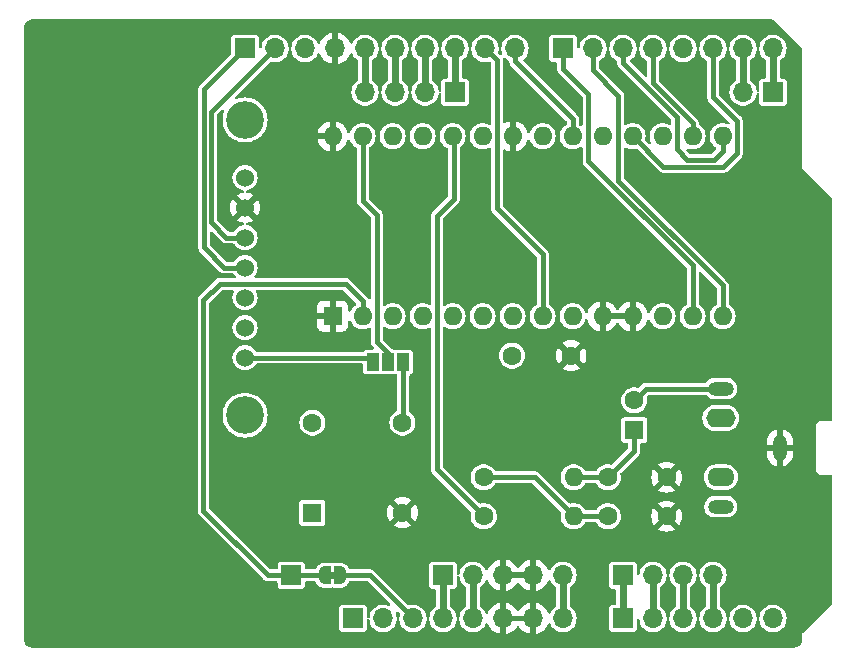
<source format=gbr>
%TF.GenerationSoftware,KiCad,Pcbnew,8.0.7*%
%TF.CreationDate,2025-09-11T21:50:55+01:00*%
%TF.ProjectId,ArduinoSP0256AAL2,41726475-696e-46f5-9350-303235364141,rev?*%
%TF.SameCoordinates,Original*%
%TF.FileFunction,Copper,L1,Top*%
%TF.FilePolarity,Positive*%
%FSLAX46Y46*%
G04 Gerber Fmt 4.6, Leading zero omitted, Abs format (unit mm)*
G04 Created by KiCad (PCBNEW 8.0.7) date 2025-09-11 21:50:55*
%MOMM*%
%LPD*%
G01*
G04 APERTURE LIST*
G04 Aperture macros list*
%AMFreePoly0*
4,1,19,0.500000,-0.750000,0.000000,-0.750000,0.000000,-0.744911,-0.071157,-0.744911,-0.207708,-0.704816,-0.327430,-0.627875,-0.420627,-0.520320,-0.479746,-0.390866,-0.500000,-0.250000,-0.500000,0.250000,-0.479746,0.390866,-0.420627,0.520320,-0.327430,0.627875,-0.207708,0.704816,-0.071157,0.744911,0.000000,0.744911,0.000000,0.750000,0.500000,0.750000,0.500000,-0.750000,0.500000,-0.750000,
$1*%
%AMFreePoly1*
4,1,19,0.000000,0.744911,0.071157,0.744911,0.207708,0.704816,0.327430,0.627875,0.420627,0.520320,0.479746,0.390866,0.500000,0.250000,0.500000,-0.250000,0.479746,-0.390866,0.420627,-0.520320,0.327430,-0.627875,0.207708,-0.704816,0.071157,-0.744911,0.000000,-0.744911,0.000000,-0.750000,-0.500000,-0.750000,-0.500000,0.750000,0.000000,0.750000,0.000000,0.744911,0.000000,0.744911,
$1*%
G04 Aperture macros list end*
%TA.AperFunction,EtchedComponent*%
%ADD10C,0.000000*%
%TD*%
%TA.AperFunction,SMDPad,CuDef*%
%ADD11FreePoly0,0.000000*%
%TD*%
%TA.AperFunction,SMDPad,CuDef*%
%ADD12FreePoly1,0.000000*%
%TD*%
%TA.AperFunction,ComponentPad*%
%ADD13R,1.700000X1.700000*%
%TD*%
%TA.AperFunction,ComponentPad*%
%ADD14O,1.700000X1.700000*%
%TD*%
%TA.AperFunction,ComponentPad*%
%ADD15C,1.600000*%
%TD*%
%TA.AperFunction,ComponentPad*%
%ADD16R,1.600000X1.600000*%
%TD*%
%TA.AperFunction,ComponentPad*%
%ADD17O,1.600000X1.600000*%
%TD*%
%TA.AperFunction,WasherPad*%
%ADD18C,3.200000*%
%TD*%
%TA.AperFunction,ComponentPad*%
%ADD19C,1.524000*%
%TD*%
%TA.AperFunction,ComponentPad*%
%ADD20O,2.200000X1.200000*%
%TD*%
%TA.AperFunction,ComponentPad*%
%ADD21O,2.300000X1.600000*%
%TD*%
%TA.AperFunction,ComponentPad*%
%ADD22O,1.200000X2.200000*%
%TD*%
%TA.AperFunction,ComponentPad*%
%ADD23O,2.500000X1.600000*%
%TD*%
%TA.AperFunction,SMDPad,CuDef*%
%ADD24R,1.000000X1.500000*%
%TD*%
%TA.AperFunction,Conductor*%
%ADD25C,0.400000*%
%TD*%
%TA.AperFunction,Conductor*%
%ADD26C,0.600000*%
%TD*%
G04 APERTURE END LIST*
D10*
%TA.AperFunction,EtchedComponent*%
%TO.C,JP2*%
G36*
X126425000Y-94100000D02*
G01*
X125925000Y-94100000D01*
X125925000Y-93500000D01*
X126425000Y-93500000D01*
X126425000Y-94100000D01*
G37*
%TD.AperFunction*%
%TD*%
D11*
%TO.P,JP2,1,A*%
%TO.N,Net-(J10-Pin_1)*%
X125525000Y-93800000D03*
D12*
%TO.P,JP2,2,B*%
%TO.N,/~{RESET}*%
X126825000Y-93800000D03*
%TD*%
D13*
%TO.P,J10,1,Pin_1*%
%TO.N,Net-(J10-Pin_1)*%
X122700000Y-93800000D03*
%TD*%
%TO.P,J1,1,Pin_1*%
%TO.N,unconnected-(J1-Pin_1-Pad1)*%
X127940000Y-97460000D03*
D14*
%TO.P,J1,2,Pin_2*%
%TO.N,/IOREF*%
X130480000Y-97460000D03*
%TO.P,J1,3,Pin_3*%
%TO.N,/~{RESET}*%
X133020000Y-97460000D03*
%TO.P,J1,4,Pin_4*%
%TO.N,+3V3*%
X135560000Y-97460000D03*
%TO.P,J1,5,Pin_5*%
%TO.N,+5V*%
X138100000Y-97460000D03*
%TO.P,J1,6,Pin_6*%
%TO.N,GND*%
X140640000Y-97460000D03*
%TO.P,J1,7,Pin_7*%
X143180000Y-97460000D03*
%TO.P,J1,8,Pin_8*%
%TO.N,VCC*%
X145720000Y-97460000D03*
%TD*%
D13*
%TO.P,J3,1,Pin_1*%
%TO.N,/A0*%
X150800000Y-97460000D03*
D14*
%TO.P,J3,2,Pin_2*%
%TO.N,/A1*%
X153340000Y-97460000D03*
%TO.P,J3,3,Pin_3*%
%TO.N,/A2*%
X155880000Y-97460000D03*
%TO.P,J3,4,Pin_4*%
%TO.N,/A3*%
X158420000Y-97460000D03*
%TO.P,J3,5,Pin_5*%
%TO.N,/SDA{slash}A4*%
X160960000Y-97460000D03*
%TO.P,J3,6,Pin_6*%
%TO.N,/SCL{slash}A5*%
X163500000Y-97460000D03*
%TD*%
D13*
%TO.P,J2,1,Pin_1*%
%TO.N,/SCL{slash}A5*%
X118796000Y-49200000D03*
D14*
%TO.P,J2,2,Pin_2*%
%TO.N,/SDA{slash}A4*%
X121336000Y-49200000D03*
%TO.P,J2,3,Pin_3*%
%TO.N,/AREF*%
X123876000Y-49200000D03*
%TO.P,J2,4,Pin_4*%
%TO.N,GND*%
X126416000Y-49200000D03*
%TO.P,J2,5,Pin_5*%
%TO.N,/13*%
X128956000Y-49200000D03*
%TO.P,J2,6,Pin_6*%
%TO.N,/12*%
X131496000Y-49200000D03*
%TO.P,J2,7,Pin_7*%
%TO.N,/\u002A11*%
X134036000Y-49200000D03*
%TO.P,J2,8,Pin_8*%
%TO.N,/\u002A10*%
X136576000Y-49200000D03*
%TO.P,J2,9,Pin_9*%
%TO.N,/\u002A9*%
X139116000Y-49200000D03*
%TO.P,J2,10,Pin_10*%
%TO.N,/8*%
X141656000Y-49200000D03*
%TD*%
D13*
%TO.P,J4,1,Pin_1*%
%TO.N,/7*%
X145720000Y-49200000D03*
D14*
%TO.P,J4,2,Pin_2*%
%TO.N,/\u002A6*%
X148260000Y-49200000D03*
%TO.P,J4,3,Pin_3*%
%TO.N,/\u002A5*%
X150800000Y-49200000D03*
%TO.P,J4,4,Pin_4*%
%TO.N,/4*%
X153340000Y-49200000D03*
%TO.P,J4,5,Pin_5*%
%TO.N,/\u002A3*%
X155880000Y-49200000D03*
%TO.P,J4,6,Pin_6*%
%TO.N,/2*%
X158420000Y-49200000D03*
%TO.P,J4,7,Pin_7*%
%TO.N,/TX{slash}1*%
X160960000Y-49200000D03*
%TO.P,J4,8,Pin_8*%
%TO.N,/RX{slash}0*%
X163500000Y-49200000D03*
%TD*%
D15*
%TO.P,C2,1*%
%TO.N,GND*%
X154500000Y-85500000D03*
%TO.P,C2,2*%
%TO.N,Net-(C2-Pad2)*%
X149500000Y-85500000D03*
%TD*%
D16*
%TO.P,U1,1,VSS*%
%TO.N,GND*%
X126215000Y-71865000D03*
D17*
%TO.P,U1,2,/RESET*%
%TO.N,Net-(J10-Pin_1)*%
X128755000Y-71865000D03*
%TO.P,U1,3,ROM_DISABLE*%
%TO.N,unconnected-(U1-ROM_DISABLE-Pad3)*%
X131295000Y-71865000D03*
%TO.P,U1,4,C1*%
%TO.N,unconnected-(U1-C1-Pad4)*%
X133835000Y-71865000D03*
%TO.P,U1,5,C2*%
%TO.N,unconnected-(U1-C2-Pad5)*%
X136375000Y-71865000D03*
%TO.P,U1,6,C3*%
%TO.N,unconnected-(U1-C3-Pad6)*%
X138915000Y-71865000D03*
%TO.P,U1,7,VDD*%
%TO.N,+5V*%
X141455000Y-71865000D03*
%TO.P,U1,8,SBY*%
%TO.N,/\u002A9*%
X143995000Y-71865000D03*
%TO.P,U1,9,/LRQ*%
%TO.N,unconnected-(U1-{slash}LRQ-Pad9)*%
X146535000Y-71865000D03*
%TO.P,U1,10,A8*%
%TO.N,GND*%
X149075000Y-71865000D03*
%TO.P,U1,11,A7*%
X151615000Y-71865000D03*
%TO.P,U1,12,SER_OUT*%
%TO.N,unconnected-(U1-SER_OUT-Pad12)*%
X154155000Y-71865000D03*
%TO.P,U1,13,A6*%
%TO.N,/7*%
X156695000Y-71865000D03*
%TO.P,U1,14,A5*%
%TO.N,/\u002A6*%
X159235000Y-71865000D03*
%TO.P,U1,15,A4*%
%TO.N,/\u002A5*%
X159235000Y-56625000D03*
%TO.P,U1,16,A3*%
%TO.N,/4*%
X156695000Y-56625000D03*
%TO.P,U1,17,A2*%
%TO.N,/\u002A3*%
X154155000Y-56625000D03*
%TO.P,U1,18,A1*%
%TO.N,/2*%
X151615000Y-56625000D03*
%TO.P,U1,19,SE*%
%TO.N,+5V*%
X149075000Y-56625000D03*
%TO.P,U1,20,/ALD*%
%TO.N,/8*%
X146535000Y-56625000D03*
%TO.P,U1,21,SER_IN*%
%TO.N,unconnected-(U1-SER_IN-Pad21)*%
X143995000Y-56625000D03*
%TO.P,U1,22,TEST*%
%TO.N,GND*%
X141455000Y-56625000D03*
%TO.P,U1,23,VDI*%
%TO.N,+5V*%
X138915000Y-56625000D03*
%TO.P,U1,24,OUT*%
%TO.N,/PWMOUT*%
X136375000Y-56625000D03*
%TO.P,U1,25,/SBY_RESET*%
%TO.N,+5V*%
X133835000Y-56625000D03*
%TO.P,U1,26,ROM_CLK*%
%TO.N,unconnected-(U1-ROM_CLK-Pad26)*%
X131295000Y-56625000D03*
%TO.P,U1,27,OSC1*%
%TO.N,Net-(JP1-C)*%
X128755000Y-56625000D03*
%TO.P,U1,28,OSC2*%
%TO.N,GND*%
X126215000Y-56625000D03*
%TD*%
D18*
%TO.P,U2,*%
%TO.N,*%
X118800000Y-55250000D03*
X118800000Y-80250000D03*
D19*
%TO.P,U2,1,VIN*%
%TO.N,+5V*%
X118800000Y-60130000D03*
%TO.P,U2,2,GND*%
%TO.N,GND*%
X118800000Y-62670000D03*
%TO.P,U2,3,SDA*%
%TO.N,/SDA{slash}A4*%
X118800000Y-65210000D03*
%TO.P,U2,4,SCL*%
%TO.N,/SCL{slash}A5*%
X118800000Y-67750000D03*
%TO.P,U2,5,CLK2*%
%TO.N,unconnected-(U2-CLK2-Pad5)*%
X118800000Y-70290000D03*
%TO.P,U2,6,CLK1*%
%TO.N,unconnected-(U2-CLK1-Pad6)*%
X118800000Y-72830000D03*
%TO.P,U2,7,CLK0*%
%TO.N,Net-(JP1-A)*%
X118800000Y-75370000D03*
%TD*%
D15*
%TO.P,R2,1*%
%TO.N,Net-(C1-Pad2)*%
X139000000Y-85500000D03*
D17*
%TO.P,R2,2*%
%TO.N,Net-(C2-Pad2)*%
X146620000Y-85500000D03*
%TD*%
D20*
%TO.P,J5,R*%
%TO.N,unconnected-(J5-PadR)*%
X159075000Y-88000000D03*
D21*
%TO.P,J5,RN*%
%TO.N,unconnected-(J5-PadRN)*%
X159075000Y-85500000D03*
D22*
%TO.P,J5,S*%
%TO.N,GND*%
X164075000Y-83000000D03*
D20*
%TO.P,J5,T*%
%TO.N,Net-(C3-Pad2)*%
X159075000Y-78000000D03*
D23*
%TO.P,J5,TN*%
%TO.N,unconnected-(J5-PadTN)*%
X159075000Y-80500000D03*
%TD*%
D16*
%TO.P,X1,1,EN*%
%TO.N,unconnected-(X1-EN-Pad1)*%
X124500000Y-88500000D03*
D15*
%TO.P,X1,4,GND*%
%TO.N,GND*%
X132120000Y-88500000D03*
%TO.P,X1,5,OUT*%
%TO.N,Net-(JP1-B)*%
X132120000Y-80880000D03*
%TO.P,X1,8,Vcc*%
%TO.N,+5V*%
X124500000Y-80880000D03*
%TD*%
D24*
%TO.P,JP1,1,A*%
%TO.N,Net-(JP1-A)*%
X129600000Y-75750000D03*
%TO.P,JP1,2,C*%
%TO.N,Net-(JP1-C)*%
X130900000Y-75750000D03*
%TO.P,JP1,3,B*%
%TO.N,Net-(JP1-B)*%
X132200000Y-75750000D03*
%TD*%
D13*
%TO.P,J6,1,Pin_1*%
%TO.N,/\u002A10*%
X136576000Y-52900000D03*
D14*
%TO.P,J6,2,Pin_2*%
%TO.N,/\u002A11*%
X134036000Y-52900000D03*
%TO.P,J6,3,Pin_3*%
%TO.N,/12*%
X131496000Y-52900000D03*
%TO.P,J6,4,Pin_4*%
%TO.N,/13*%
X128956000Y-52900000D03*
%TD*%
D15*
%TO.P,C1,1*%
%TO.N,GND*%
X154500000Y-88800000D03*
%TO.P,C1,2*%
%TO.N,Net-(C1-Pad2)*%
X149500000Y-88800000D03*
%TD*%
D13*
%TO.P,J9,1,Pin_1*%
%TO.N,+3V3*%
X135560000Y-93800000D03*
D14*
%TO.P,J9,2,Pin_2*%
%TO.N,+5V*%
X138100000Y-93800000D03*
%TO.P,J9,3,Pin_3*%
%TO.N,GND*%
X140640000Y-93800000D03*
%TO.P,J9,4,Pin_4*%
X143180000Y-93800000D03*
%TO.P,J9,5,Pin_5*%
%TO.N,VCC*%
X145720000Y-93800000D03*
%TD*%
D15*
%TO.P,C4,1*%
%TO.N,GND*%
X146400000Y-75200000D03*
%TO.P,C4,2*%
%TO.N,+5V*%
X141400000Y-75200000D03*
%TD*%
D13*
%TO.P,J8,1,Pin_1*%
%TO.N,/RX{slash}0*%
X163500000Y-52900000D03*
D14*
%TO.P,J8,2,Pin_2*%
%TO.N,/TX{slash}1*%
X160960000Y-52900000D03*
%TD*%
D15*
%TO.P,R1,1*%
%TO.N,/PWMOUT*%
X139000000Y-88800000D03*
D17*
%TO.P,R1,2*%
%TO.N,Net-(C1-Pad2)*%
X146620000Y-88800000D03*
%TD*%
D13*
%TO.P,J7,1,Pin_1*%
%TO.N,/A0*%
X150800000Y-93800000D03*
D14*
%TO.P,J7,2,Pin_2*%
%TO.N,/A1*%
X153340000Y-93800000D03*
%TO.P,J7,3,Pin_3*%
%TO.N,/A2*%
X155880000Y-93800000D03*
%TO.P,J7,4,Pin_4*%
%TO.N,/A3*%
X158420000Y-93800000D03*
%TD*%
D16*
%TO.P,C3,1*%
%TO.N,Net-(C2-Pad2)*%
X151750000Y-81500000D03*
D15*
%TO.P,C3,2*%
%TO.N,Net-(C3-Pad2)*%
X151750000Y-79000000D03*
%TD*%
D25*
%TO.N,/~{RESET}*%
X129360000Y-93800000D02*
X133020000Y-97460000D01*
X126825000Y-93800000D02*
X129360000Y-93800000D01*
%TO.N,Net-(J10-Pin_1)*%
X122700000Y-93800000D02*
X125525000Y-93800000D01*
X120725000Y-93800000D02*
X122700000Y-93800000D01*
X115275000Y-88350000D02*
X120725000Y-93800000D01*
X116647000Y-69128000D02*
X115275000Y-70500000D01*
X128755000Y-70580000D02*
X127303000Y-69128000D01*
X115275000Y-70500000D02*
X115275000Y-88350000D01*
X128755000Y-71865000D02*
X128755000Y-70580000D01*
X127303000Y-69128000D02*
X116647000Y-69128000D01*
X125500000Y-93250000D02*
X125525000Y-93225000D01*
D26*
%TO.N,+5V*%
X138100000Y-97460000D02*
X138100000Y-93460000D01*
%TO.N,/A0*%
X150800000Y-97460000D02*
X150800000Y-93460000D01*
D25*
%TO.N,Net-(C1-Pad2)*%
X146620000Y-88800000D02*
X149500000Y-88800000D01*
X143320000Y-85500000D02*
X146620000Y-88800000D01*
X139000000Y-85500000D02*
X143320000Y-85500000D01*
%TO.N,Net-(C2-Pad2)*%
X146620000Y-85500000D02*
X149500000Y-85500000D01*
X151750000Y-83250000D02*
X149500000Y-85500000D01*
X151750000Y-81500000D02*
X151750000Y-83250000D01*
%TO.N,Net-(C3-Pad2)*%
X159075000Y-78000000D02*
X152750000Y-78000000D01*
X152750000Y-78000000D02*
X151750000Y-79000000D01*
%TO.N,/SDA{slash}A4*%
X117210000Y-65210000D02*
X118800000Y-65210000D01*
X121336000Y-49200000D02*
X115925000Y-54611000D01*
X115925000Y-63925000D02*
X117210000Y-65210000D01*
X115925000Y-54611000D02*
X115925000Y-63925000D01*
%TO.N,/SCL{slash}A5*%
X117025000Y-67750000D02*
X118800000Y-67750000D01*
X115325000Y-66050000D02*
X117025000Y-67750000D01*
X118796000Y-49200000D02*
X115325000Y-52671000D01*
X115325000Y-52671000D02*
X115325000Y-66050000D01*
D26*
%TO.N,/13*%
X128956000Y-49200000D02*
X128956000Y-53200000D01*
%TO.N,/12*%
X131496000Y-49200000D02*
X131496000Y-53200000D01*
D25*
%TO.N,/8*%
X146535000Y-55135000D02*
X141656000Y-50256000D01*
X141656000Y-50256000D02*
X141656000Y-49200000D01*
X146535000Y-56625000D02*
X146535000Y-55135000D01*
%TO.N,/7*%
X156695000Y-67568528D02*
X147875000Y-58748528D01*
X145720000Y-50920000D02*
X147875000Y-53075000D01*
X156695000Y-71865000D02*
X156695000Y-67568528D01*
X145720000Y-49200000D02*
X145720000Y-50920000D01*
X147875000Y-58748528D02*
X147875000Y-53075000D01*
D26*
%TO.N,/\u002A11*%
X134036000Y-49200000D02*
X134036000Y-53200000D01*
%TO.N,/\u002A10*%
X136576000Y-49200000D02*
X136576000Y-53200000D01*
D25*
%TO.N,/\u002A9*%
X143995000Y-66605000D02*
X143995000Y-71865000D01*
X140115000Y-50199000D02*
X140115000Y-62725000D01*
X139116000Y-49200000D02*
X140115000Y-50199000D01*
X140115000Y-62725000D02*
X143995000Y-66605000D01*
%TO.N,/4*%
X153340000Y-52141472D02*
X156695000Y-55496472D01*
X153340000Y-49200000D02*
X153340000Y-52141472D01*
X156695000Y-55496472D02*
X156695000Y-56625000D01*
%TO.N,/2*%
X158420000Y-49200000D02*
X158420000Y-53320000D01*
X160435000Y-58065000D02*
X159275000Y-59225000D01*
X160435000Y-55335000D02*
X160435000Y-58065000D01*
X158420000Y-53320000D02*
X160435000Y-55335000D01*
X159275000Y-59225000D02*
X154215000Y-59225000D01*
X154215000Y-59225000D02*
X151615000Y-56625000D01*
%TO.N,/\u002A6*%
X159235000Y-71865000D02*
X159235000Y-69260000D01*
X159235000Y-69260000D02*
X150400000Y-60425000D01*
X148260000Y-49200000D02*
X148260000Y-51060000D01*
X150400000Y-60425000D02*
X150400000Y-53200000D01*
X148260000Y-51060000D02*
X150400000Y-53200000D01*
%TO.N,/\u002A5*%
X156250000Y-58625000D02*
X158500000Y-58625000D01*
X158500000Y-58625000D02*
X159235000Y-57890000D01*
X155355000Y-55005000D02*
X155355000Y-57730000D01*
X150800000Y-50450000D02*
X155355000Y-55005000D01*
X150800000Y-49200000D02*
X150800000Y-50450000D01*
X155355000Y-57730000D02*
X156250000Y-58625000D01*
X159235000Y-57890000D02*
X159235000Y-56625000D01*
D26*
%TO.N,/TX{slash}1*%
X160960000Y-49200000D02*
X160960000Y-53200000D01*
%TO.N,/RX{slash}0*%
X163500000Y-49200000D02*
X163500000Y-53200000D01*
%TO.N,+3V3*%
X135560000Y-97460000D02*
X135560000Y-93460000D01*
%TO.N,VCC*%
X145720000Y-97460000D02*
X145720000Y-93460000D01*
D25*
%TO.N,Net-(JP1-C)*%
X128755000Y-62100000D02*
X129955000Y-63300000D01*
X129955000Y-74055000D02*
X130900000Y-75000000D01*
X128755000Y-56625000D02*
X128755000Y-62100000D01*
X130900000Y-75000000D02*
X130900000Y-75750000D01*
X129955000Y-63300000D02*
X129955000Y-74055000D01*
%TO.N,Net-(JP1-B)*%
X132200000Y-75750000D02*
X132200000Y-80800000D01*
X132200000Y-80800000D02*
X132120000Y-80880000D01*
%TO.N,Net-(JP1-A)*%
X118800000Y-75370000D02*
X129220000Y-75370000D01*
X129220000Y-75370000D02*
X129600000Y-75750000D01*
%TO.N,/PWMOUT*%
X135035000Y-63402500D02*
X135035000Y-84835000D01*
X136375000Y-56625000D02*
X136462500Y-56712500D01*
X136462500Y-61975000D02*
X135035000Y-63402500D01*
X135035000Y-84835000D02*
X139000000Y-88800000D01*
X136462500Y-56712500D02*
X136462500Y-61975000D01*
D26*
%TO.N,/A1*%
X153340000Y-97460000D02*
X153340000Y-93460000D01*
%TO.N,/A2*%
X155880000Y-97460000D02*
X155880000Y-93460000D01*
%TO.N,/A3*%
X158420000Y-97460000D02*
X158420000Y-93460000D01*
%TD*%
%TA.AperFunction,Conductor*%
%TO.N,GND*%
G36*
X142714075Y-97267007D02*
G01*
X142680000Y-97394174D01*
X142680000Y-97525826D01*
X142714075Y-97652993D01*
X142746988Y-97710000D01*
X141073012Y-97710000D01*
X141105925Y-97652993D01*
X141140000Y-97525826D01*
X141140000Y-97394174D01*
X141105925Y-97267007D01*
X141073012Y-97210000D01*
X142746988Y-97210000D01*
X142714075Y-97267007D01*
G37*
%TD.AperFunction*%
%TA.AperFunction,Conductor*%
G36*
X144627541Y-94225276D02*
G01*
X144670676Y-94273785D01*
X144737632Y-94408253D01*
X144866127Y-94578406D01*
X145023699Y-94722053D01*
X145036861Y-94730202D01*
X145060777Y-94745010D01*
X145107412Y-94797036D01*
X145119500Y-94850437D01*
X145119500Y-96409562D01*
X145099815Y-96476601D01*
X145060778Y-96514988D01*
X145043924Y-96525424D01*
X145023699Y-96537947D01*
X144866127Y-96681593D01*
X144737634Y-96851744D01*
X144670676Y-96986215D01*
X144623173Y-97037452D01*
X144555510Y-97054873D01*
X144489170Y-97032947D01*
X144447294Y-96983348D01*
X144353600Y-96782422D01*
X144353599Y-96782420D01*
X144218113Y-96588926D01*
X144218108Y-96588920D01*
X144051082Y-96421894D01*
X143857578Y-96286399D01*
X143643492Y-96186570D01*
X143643486Y-96186567D01*
X143430000Y-96129364D01*
X143430000Y-97026988D01*
X143372993Y-96994075D01*
X143245826Y-96960000D01*
X143114174Y-96960000D01*
X142987007Y-96994075D01*
X142930000Y-97026988D01*
X142930000Y-96129364D01*
X142929999Y-96129364D01*
X142716513Y-96186567D01*
X142716507Y-96186570D01*
X142502422Y-96286399D01*
X142502420Y-96286400D01*
X142308926Y-96421886D01*
X142308920Y-96421891D01*
X142141891Y-96588920D01*
X142141890Y-96588922D01*
X142011575Y-96775031D01*
X141956998Y-96818655D01*
X141887499Y-96825848D01*
X141825145Y-96794326D01*
X141808425Y-96775031D01*
X141678109Y-96588922D01*
X141678108Y-96588920D01*
X141511082Y-96421894D01*
X141317578Y-96286399D01*
X141103492Y-96186570D01*
X141103486Y-96186567D01*
X140890000Y-96129364D01*
X140890000Y-97026988D01*
X140832993Y-96994075D01*
X140705826Y-96960000D01*
X140574174Y-96960000D01*
X140447007Y-96994075D01*
X140390000Y-97026988D01*
X140390000Y-96129364D01*
X140389999Y-96129364D01*
X140176513Y-96186567D01*
X140176507Y-96186570D01*
X139962422Y-96286399D01*
X139962420Y-96286400D01*
X139768926Y-96421886D01*
X139768920Y-96421891D01*
X139601891Y-96588920D01*
X139601886Y-96588926D01*
X139466400Y-96782420D01*
X139466399Y-96782422D01*
X139372705Y-96983348D01*
X139326532Y-97035787D01*
X139259339Y-97054939D01*
X139192457Y-97034723D01*
X139149323Y-96986215D01*
X139082366Y-96851745D01*
X139062809Y-96825848D01*
X138953872Y-96681593D01*
X138796302Y-96537948D01*
X138759221Y-96514988D01*
X138712587Y-96462961D01*
X138700500Y-96409562D01*
X138700500Y-94850437D01*
X138720185Y-94783398D01*
X138759222Y-94745010D01*
X138796302Y-94722052D01*
X138953872Y-94578407D01*
X139082366Y-94408255D01*
X139149325Y-94273781D01*
X139196825Y-94222548D01*
X139264488Y-94205126D01*
X139330828Y-94227051D01*
X139372705Y-94276651D01*
X139466399Y-94477578D01*
X139601894Y-94671082D01*
X139768917Y-94838105D01*
X139962421Y-94973600D01*
X140176507Y-95073429D01*
X140176516Y-95073433D01*
X140390000Y-95130634D01*
X140390000Y-94233012D01*
X140447007Y-94265925D01*
X140574174Y-94300000D01*
X140705826Y-94300000D01*
X140832993Y-94265925D01*
X140890000Y-94233012D01*
X140890000Y-95130633D01*
X141103483Y-95073433D01*
X141103492Y-95073429D01*
X141317578Y-94973600D01*
X141511082Y-94838105D01*
X141678105Y-94671082D01*
X141808425Y-94484968D01*
X141863002Y-94441344D01*
X141932501Y-94434151D01*
X141994855Y-94465673D01*
X142011575Y-94484968D01*
X142141894Y-94671082D01*
X142308917Y-94838105D01*
X142502421Y-94973600D01*
X142716507Y-95073429D01*
X142716516Y-95073433D01*
X142930000Y-95130634D01*
X142930000Y-94233012D01*
X142987007Y-94265925D01*
X143114174Y-94300000D01*
X143245826Y-94300000D01*
X143372993Y-94265925D01*
X143430000Y-94233012D01*
X143430000Y-95130633D01*
X143643483Y-95073433D01*
X143643492Y-95073429D01*
X143857578Y-94973600D01*
X144051082Y-94838105D01*
X144218105Y-94671082D01*
X144353600Y-94477578D01*
X144447294Y-94276651D01*
X144493466Y-94224212D01*
X144560660Y-94205060D01*
X144627541Y-94225276D01*
G37*
%TD.AperFunction*%
%TA.AperFunction,Conductor*%
G36*
X142714075Y-93607007D02*
G01*
X142680000Y-93734174D01*
X142680000Y-93865826D01*
X142714075Y-93992993D01*
X142746988Y-94050000D01*
X141073012Y-94050000D01*
X141105925Y-93992993D01*
X141140000Y-93865826D01*
X141140000Y-93734174D01*
X141105925Y-93607007D01*
X141073012Y-93550000D01*
X142746988Y-93550000D01*
X142714075Y-93607007D01*
G37*
%TD.AperFunction*%
%TA.AperFunction,Conductor*%
G36*
X151294920Y-71619394D02*
G01*
X151242259Y-71710606D01*
X151215000Y-71812339D01*
X151215000Y-71917661D01*
X151242259Y-72019394D01*
X151294920Y-72110606D01*
X151299314Y-72115000D01*
X149390686Y-72115000D01*
X149395080Y-72110606D01*
X149447741Y-72019394D01*
X149475000Y-71917661D01*
X149475000Y-71812339D01*
X149447741Y-71710606D01*
X149395080Y-71619394D01*
X149390686Y-71615000D01*
X151299314Y-71615000D01*
X151294920Y-71619394D01*
G37*
%TD.AperFunction*%
%TA.AperFunction,Conductor*%
G36*
X163484404Y-46755185D02*
G01*
X163505046Y-46771819D01*
X165928181Y-49194954D01*
X165961666Y-49256277D01*
X165964500Y-49282635D01*
X165964500Y-59344982D01*
X165964500Y-59375018D01*
X165975994Y-59402767D01*
X165975995Y-59402768D01*
X168468152Y-61894926D01*
X168501637Y-61956249D01*
X168504471Y-61982649D01*
X168499508Y-76473562D01*
X168499500Y-76473658D01*
X168499500Y-76500433D01*
X168499491Y-76527193D01*
X168499500Y-76527284D01*
X168499500Y-80600500D01*
X168479815Y-80667539D01*
X168427011Y-80713294D01*
X168375500Y-80724500D01*
X167599531Y-80724500D01*
X167575000Y-80724500D01*
X167512399Y-80724500D01*
X167431775Y-80746103D01*
X167391463Y-80756905D01*
X167283037Y-80819504D01*
X167283034Y-80819506D01*
X167194506Y-80908034D01*
X167194504Y-80908037D01*
X167131905Y-81016463D01*
X167131905Y-81016464D01*
X167099500Y-81137399D01*
X167099500Y-81184982D01*
X167099500Y-84775469D01*
X167099500Y-84800000D01*
X167099500Y-84862601D01*
X167131905Y-84983536D01*
X167194505Y-85091964D01*
X167283036Y-85180495D01*
X167391464Y-85243095D01*
X167512399Y-85275500D01*
X167559982Y-85275500D01*
X168375500Y-85275500D01*
X168442539Y-85295185D01*
X168488294Y-85347989D01*
X168499500Y-85399500D01*
X168499500Y-89472974D01*
X168499480Y-89473180D01*
X168499500Y-89499757D01*
X168499500Y-89526854D01*
X168499519Y-89527057D01*
X168504437Y-96107332D01*
X168484803Y-96174386D01*
X168468118Y-96195106D01*
X165997233Y-98665994D01*
X165975995Y-98687231D01*
X165964500Y-98714982D01*
X165964500Y-99231907D01*
X165963903Y-99244062D01*
X165952505Y-99359778D01*
X165947763Y-99383618D01*
X165917832Y-99482290D01*
X165915789Y-99489024D01*
X165906486Y-99511482D01*
X165854561Y-99608627D01*
X165841056Y-99628839D01*
X165771176Y-99713988D01*
X165753988Y-99731176D01*
X165668839Y-99801056D01*
X165648627Y-99814561D01*
X165551482Y-99866486D01*
X165529028Y-99875787D01*
X165487028Y-99888528D01*
X165423618Y-99907763D01*
X165399778Y-99912505D01*
X165291162Y-99923203D01*
X165284060Y-99923903D01*
X165271907Y-99924500D01*
X100768093Y-99924500D01*
X100755939Y-99923903D01*
X100747995Y-99923120D01*
X100640221Y-99912505D01*
X100616381Y-99907763D01*
X100599445Y-99902625D01*
X100510968Y-99875786D01*
X100488517Y-99866486D01*
X100391372Y-99814561D01*
X100371160Y-99801056D01*
X100286011Y-99731176D01*
X100268823Y-99713988D01*
X100198943Y-99628839D01*
X100185438Y-99608627D01*
X100133510Y-99511476D01*
X100124215Y-99489037D01*
X100092234Y-99383612D01*
X100087494Y-99359777D01*
X100076097Y-99244061D01*
X100075500Y-99231907D01*
X100075500Y-70434108D01*
X114774500Y-70434108D01*
X114774500Y-88415891D01*
X114808608Y-88543187D01*
X114826420Y-88574038D01*
X114874500Y-88657314D01*
X120417686Y-94200500D01*
X120531814Y-94266392D01*
X120659108Y-94300500D01*
X120790893Y-94300500D01*
X121425501Y-94300500D01*
X121492540Y-94320185D01*
X121538295Y-94372989D01*
X121549501Y-94424500D01*
X121549501Y-94694856D01*
X121549502Y-94694882D01*
X121552413Y-94719987D01*
X121552415Y-94719991D01*
X121597793Y-94822764D01*
X121597794Y-94822765D01*
X121677235Y-94902206D01*
X121780009Y-94947585D01*
X121805135Y-94950500D01*
X123594864Y-94950499D01*
X123594879Y-94950497D01*
X123594882Y-94950497D01*
X123619987Y-94947586D01*
X123619988Y-94947585D01*
X123619991Y-94947585D01*
X123722765Y-94902206D01*
X123802206Y-94822765D01*
X123847585Y-94719991D01*
X123850500Y-94694865D01*
X123850500Y-94424500D01*
X123870185Y-94357461D01*
X123922989Y-94311706D01*
X123974500Y-94300500D01*
X124674187Y-94300500D01*
X124741226Y-94320185D01*
X124786981Y-94372989D01*
X124803086Y-94408253D01*
X124822155Y-94450009D01*
X124822158Y-94450015D01*
X124869162Y-94523153D01*
X124869173Y-94523169D01*
X124963320Y-94631821D01*
X124963323Y-94631823D01*
X125029030Y-94688758D01*
X125029037Y-94688764D01*
X125149985Y-94766493D01*
X125149991Y-94766496D01*
X125229087Y-94802618D01*
X125367042Y-94843125D01*
X125453111Y-94855500D01*
X125453112Y-94855500D01*
X126024998Y-94855500D01*
X126025000Y-94855500D01*
X126053188Y-94854197D01*
X126135063Y-94830901D01*
X126204929Y-94831487D01*
X126213792Y-94834541D01*
X126214638Y-94834869D01*
X126214639Y-94834869D01*
X126214641Y-94834870D01*
X126325000Y-94855500D01*
X126325002Y-94855500D01*
X126896888Y-94855500D01*
X126896889Y-94855500D01*
X126982958Y-94843125D01*
X127120913Y-94802618D01*
X127200009Y-94766496D01*
X127320963Y-94688764D01*
X127386681Y-94631819D01*
X127432963Y-94578406D01*
X127480826Y-94523169D01*
X127480828Y-94523166D01*
X127480835Y-94523158D01*
X127527844Y-94450010D01*
X127563019Y-94372987D01*
X127608773Y-94320185D01*
X127675813Y-94300500D01*
X129101324Y-94300500D01*
X129168363Y-94320185D01*
X129189005Y-94336819D01*
X131041118Y-96188932D01*
X131074603Y-96250255D01*
X131069619Y-96319947D01*
X131027747Y-96375880D01*
X130962283Y-96400297D01*
X130908643Y-96392240D01*
X130859128Y-96373058D01*
X130796198Y-96348679D01*
X130586610Y-96309500D01*
X130373390Y-96309500D01*
X130163802Y-96348679D01*
X130163799Y-96348679D01*
X130163799Y-96348680D01*
X129964982Y-96425701D01*
X129964980Y-96425702D01*
X129783699Y-96537947D01*
X129626127Y-96681593D01*
X129497632Y-96851746D01*
X129402596Y-97042605D01*
X129402596Y-97042607D01*
X129344244Y-97247689D01*
X129337970Y-97315394D01*
X129312183Y-97380331D01*
X129255383Y-97421018D01*
X129185602Y-97424538D01*
X129124995Y-97389772D01*
X129092806Y-97327759D01*
X129090499Y-97303952D01*
X129090499Y-96565143D01*
X129090499Y-96565136D01*
X129090497Y-96565117D01*
X129087586Y-96540012D01*
X129087585Y-96540010D01*
X129087585Y-96540009D01*
X129042206Y-96437235D01*
X128962765Y-96357794D01*
X128942124Y-96348680D01*
X128859992Y-96312415D01*
X128834865Y-96309500D01*
X127045143Y-96309500D01*
X127045117Y-96309502D01*
X127020012Y-96312413D01*
X127020008Y-96312415D01*
X126917235Y-96357793D01*
X126837794Y-96437234D01*
X126792415Y-96540006D01*
X126792415Y-96540008D01*
X126789500Y-96565131D01*
X126789500Y-98354856D01*
X126789502Y-98354882D01*
X126792413Y-98379987D01*
X126792415Y-98379991D01*
X126837793Y-98482764D01*
X126837794Y-98482765D01*
X126917235Y-98562206D01*
X127020009Y-98607585D01*
X127045135Y-98610500D01*
X128834864Y-98610499D01*
X128834879Y-98610497D01*
X128834882Y-98610497D01*
X128859987Y-98607586D01*
X128859988Y-98607585D01*
X128859991Y-98607585D01*
X128962765Y-98562206D01*
X129042206Y-98482765D01*
X129087585Y-98379991D01*
X129090500Y-98354865D01*
X129090499Y-97616046D01*
X129110183Y-97549009D01*
X129162987Y-97503254D01*
X129232146Y-97493310D01*
X129295702Y-97522335D01*
X129333476Y-97581113D01*
X129337970Y-97604606D01*
X129342454Y-97652993D01*
X129344244Y-97672310D01*
X129397675Y-97860099D01*
X129402596Y-97877392D01*
X129402596Y-97877394D01*
X129497632Y-98068253D01*
X129555565Y-98144968D01*
X129626128Y-98238407D01*
X129783698Y-98382052D01*
X129964981Y-98494298D01*
X130163802Y-98571321D01*
X130373390Y-98610500D01*
X130373392Y-98610500D01*
X130586608Y-98610500D01*
X130586610Y-98610500D01*
X130796198Y-98571321D01*
X130995019Y-98494298D01*
X131176302Y-98382052D01*
X131333872Y-98238407D01*
X131462366Y-98068255D01*
X131516270Y-97960000D01*
X131557403Y-97877394D01*
X131557403Y-97877393D01*
X131557405Y-97877389D01*
X131615756Y-97672310D01*
X131626529Y-97556047D01*
X131652315Y-97491111D01*
X131696869Y-97459194D01*
X131660497Y-97438331D01*
X131628307Y-97376318D01*
X131626529Y-97363951D01*
X131623175Y-97327759D01*
X131615756Y-97247690D01*
X131557405Y-97042611D01*
X131557402Y-97042605D01*
X131556386Y-97039981D01*
X131556272Y-97038631D01*
X131555836Y-97037098D01*
X131556136Y-97037012D01*
X131550525Y-96970358D01*
X131583235Y-96908618D01*
X131644132Y-96874364D01*
X131713881Y-96878471D01*
X131759694Y-96907508D01*
X131880480Y-97028294D01*
X131913965Y-97089617D01*
X131912065Y-97149909D01*
X131884244Y-97247688D01*
X131884243Y-97247690D01*
X131873471Y-97363951D01*
X131847685Y-97428888D01*
X131803130Y-97460804D01*
X131839503Y-97481668D01*
X131871693Y-97543681D01*
X131873470Y-97556047D01*
X131884244Y-97672310D01*
X131937675Y-97860099D01*
X131942596Y-97877392D01*
X131942596Y-97877394D01*
X132037632Y-98068253D01*
X132095565Y-98144968D01*
X132166128Y-98238407D01*
X132323698Y-98382052D01*
X132504981Y-98494298D01*
X132703802Y-98571321D01*
X132913390Y-98610500D01*
X132913392Y-98610500D01*
X133126608Y-98610500D01*
X133126610Y-98610500D01*
X133336198Y-98571321D01*
X133535019Y-98494298D01*
X133716302Y-98382052D01*
X133873872Y-98238407D01*
X134002366Y-98068255D01*
X134056270Y-97960000D01*
X134097403Y-97877394D01*
X134097403Y-97877393D01*
X134097405Y-97877389D01*
X134155756Y-97672310D01*
X134166529Y-97556047D01*
X134192315Y-97491111D01*
X134234622Y-97460804D01*
X134343130Y-97460804D01*
X134379503Y-97481668D01*
X134411693Y-97543681D01*
X134413470Y-97556047D01*
X134424244Y-97672310D01*
X134477675Y-97860099D01*
X134482596Y-97877392D01*
X134482596Y-97877394D01*
X134577632Y-98068253D01*
X134635565Y-98144968D01*
X134706128Y-98238407D01*
X134863698Y-98382052D01*
X135044981Y-98494298D01*
X135243802Y-98571321D01*
X135453390Y-98610500D01*
X135453392Y-98610500D01*
X135666608Y-98610500D01*
X135666610Y-98610500D01*
X135876198Y-98571321D01*
X136075019Y-98494298D01*
X136256302Y-98382052D01*
X136413872Y-98238407D01*
X136542366Y-98068255D01*
X136596270Y-97960000D01*
X136637403Y-97877394D01*
X136637403Y-97877393D01*
X136637405Y-97877389D01*
X136695756Y-97672310D01*
X136706529Y-97556047D01*
X136732315Y-97491111D01*
X136776869Y-97459194D01*
X136740497Y-97438331D01*
X136708307Y-97376318D01*
X136706529Y-97363951D01*
X136703175Y-97327759D01*
X136695756Y-97247690D01*
X136637405Y-97042611D01*
X136637403Y-97042606D01*
X136637403Y-97042605D01*
X136542367Y-96851746D01*
X136413872Y-96681593D01*
X136256302Y-96537948D01*
X136219221Y-96514988D01*
X136172587Y-96462961D01*
X136160500Y-96409562D01*
X136160500Y-95074499D01*
X136180185Y-95007460D01*
X136232989Y-94961705D01*
X136284500Y-94950499D01*
X136454856Y-94950499D01*
X136454864Y-94950499D01*
X136454879Y-94950497D01*
X136454882Y-94950497D01*
X136479987Y-94947586D01*
X136479988Y-94947585D01*
X136479991Y-94947585D01*
X136582765Y-94902206D01*
X136662206Y-94822765D01*
X136707585Y-94719991D01*
X136710500Y-94694865D01*
X136710499Y-93956046D01*
X136730183Y-93889009D01*
X136782987Y-93843254D01*
X136852146Y-93833310D01*
X136915702Y-93862335D01*
X136953476Y-93921113D01*
X136957970Y-93944606D01*
X136962454Y-93992993D01*
X136964244Y-94012310D01*
X137017675Y-94200099D01*
X137022596Y-94217392D01*
X137022596Y-94217394D01*
X137117632Y-94408253D01*
X137246127Y-94578406D01*
X137403699Y-94722053D01*
X137416861Y-94730202D01*
X137440777Y-94745010D01*
X137487412Y-94797036D01*
X137499500Y-94850437D01*
X137499500Y-96409562D01*
X137479815Y-96476601D01*
X137440778Y-96514988D01*
X137423924Y-96525424D01*
X137403699Y-96537947D01*
X137246127Y-96681593D01*
X137117632Y-96851746D01*
X137022596Y-97042605D01*
X137022596Y-97042607D01*
X136964244Y-97247689D01*
X136953471Y-97363951D01*
X136927685Y-97428888D01*
X136883130Y-97460804D01*
X136919503Y-97481668D01*
X136951693Y-97543681D01*
X136953470Y-97556047D01*
X136964244Y-97672310D01*
X137017675Y-97860099D01*
X137022596Y-97877392D01*
X137022596Y-97877394D01*
X137117632Y-98068253D01*
X137175565Y-98144968D01*
X137246128Y-98238407D01*
X137403698Y-98382052D01*
X137584981Y-98494298D01*
X137783802Y-98571321D01*
X137993390Y-98610500D01*
X137993392Y-98610500D01*
X138206608Y-98610500D01*
X138206610Y-98610500D01*
X138416198Y-98571321D01*
X138615019Y-98494298D01*
X138796302Y-98382052D01*
X138953872Y-98238407D01*
X139082366Y-98068255D01*
X139149325Y-97933781D01*
X139196825Y-97882548D01*
X139264488Y-97865126D01*
X139330828Y-97887051D01*
X139372705Y-97936651D01*
X139466399Y-98137578D01*
X139601894Y-98331082D01*
X139768917Y-98498105D01*
X139962421Y-98633600D01*
X140176507Y-98733429D01*
X140176516Y-98733433D01*
X140390000Y-98790634D01*
X140390000Y-97893012D01*
X140447007Y-97925925D01*
X140574174Y-97960000D01*
X140705826Y-97960000D01*
X140832993Y-97925925D01*
X140890000Y-97893012D01*
X140890000Y-98790633D01*
X141103483Y-98733433D01*
X141103492Y-98733429D01*
X141317578Y-98633600D01*
X141511082Y-98498105D01*
X141678105Y-98331082D01*
X141808425Y-98144968D01*
X141863002Y-98101344D01*
X141932501Y-98094151D01*
X141994855Y-98125673D01*
X142011575Y-98144968D01*
X142141894Y-98331082D01*
X142308917Y-98498105D01*
X142502421Y-98633600D01*
X142716507Y-98733429D01*
X142716516Y-98733433D01*
X142930000Y-98790634D01*
X142930000Y-97893012D01*
X142987007Y-97925925D01*
X143114174Y-97960000D01*
X143245826Y-97960000D01*
X143372993Y-97925925D01*
X143430000Y-97893012D01*
X143430000Y-98790633D01*
X143643483Y-98733433D01*
X143643492Y-98733429D01*
X143857578Y-98633600D01*
X144051082Y-98498105D01*
X144218105Y-98331082D01*
X144353600Y-98137578D01*
X144447294Y-97936651D01*
X144493466Y-97884212D01*
X144560660Y-97865060D01*
X144627541Y-97885276D01*
X144670676Y-97933785D01*
X144737632Y-98068253D01*
X144795565Y-98144968D01*
X144866128Y-98238407D01*
X145023698Y-98382052D01*
X145204981Y-98494298D01*
X145403802Y-98571321D01*
X145613390Y-98610500D01*
X145613392Y-98610500D01*
X145826608Y-98610500D01*
X145826610Y-98610500D01*
X146036198Y-98571321D01*
X146235019Y-98494298D01*
X146416302Y-98382052D01*
X146573872Y-98238407D01*
X146702366Y-98068255D01*
X146756270Y-97960000D01*
X146797403Y-97877394D01*
X146797403Y-97877393D01*
X146797405Y-97877389D01*
X146855756Y-97672310D01*
X146875429Y-97460000D01*
X146855756Y-97247690D01*
X146797405Y-97042611D01*
X146797403Y-97042606D01*
X146797403Y-97042605D01*
X146702367Y-96851746D01*
X146573872Y-96681593D01*
X146416302Y-96537948D01*
X146379221Y-96514988D01*
X146332587Y-96462961D01*
X146320500Y-96409562D01*
X146320500Y-94850437D01*
X146340185Y-94783398D01*
X146379222Y-94745010D01*
X146416302Y-94722052D01*
X146573872Y-94578407D01*
X146702366Y-94408255D01*
X146756270Y-94300000D01*
X146797403Y-94217394D01*
X146797403Y-94217393D01*
X146797405Y-94217389D01*
X146855756Y-94012310D01*
X146875429Y-93800000D01*
X146855756Y-93587690D01*
X146797405Y-93382611D01*
X146797403Y-93382606D01*
X146797403Y-93382605D01*
X146702367Y-93191746D01*
X146573872Y-93021593D01*
X146515279Y-92968178D01*
X146446120Y-92905131D01*
X149649500Y-92905131D01*
X149649500Y-94694856D01*
X149649502Y-94694882D01*
X149652413Y-94719987D01*
X149652415Y-94719991D01*
X149697793Y-94822764D01*
X149697794Y-94822765D01*
X149777235Y-94902206D01*
X149880009Y-94947585D01*
X149905135Y-94950500D01*
X150075500Y-94950499D01*
X150142539Y-94970183D01*
X150188294Y-95022987D01*
X150199500Y-95074499D01*
X150199500Y-96185500D01*
X150179815Y-96252539D01*
X150127011Y-96298294D01*
X150075501Y-96309500D01*
X149905144Y-96309500D01*
X149905117Y-96309502D01*
X149880012Y-96312413D01*
X149880008Y-96312415D01*
X149777235Y-96357793D01*
X149697794Y-96437234D01*
X149652415Y-96540006D01*
X149652415Y-96540008D01*
X149649500Y-96565131D01*
X149649500Y-98354856D01*
X149649502Y-98354882D01*
X149652413Y-98379987D01*
X149652415Y-98379991D01*
X149697793Y-98482764D01*
X149697794Y-98482765D01*
X149777235Y-98562206D01*
X149880009Y-98607585D01*
X149905135Y-98610500D01*
X151694864Y-98610499D01*
X151694879Y-98610497D01*
X151694882Y-98610497D01*
X151719987Y-98607586D01*
X151719988Y-98607585D01*
X151719991Y-98607585D01*
X151822765Y-98562206D01*
X151902206Y-98482765D01*
X151947585Y-98379991D01*
X151950500Y-98354865D01*
X151950499Y-97616046D01*
X151970183Y-97549009D01*
X152022987Y-97503254D01*
X152092146Y-97493310D01*
X152155702Y-97522335D01*
X152193476Y-97581113D01*
X152197970Y-97604606D01*
X152202454Y-97652993D01*
X152204244Y-97672310D01*
X152257675Y-97860099D01*
X152262596Y-97877392D01*
X152262596Y-97877394D01*
X152357632Y-98068253D01*
X152415565Y-98144968D01*
X152486128Y-98238407D01*
X152643698Y-98382052D01*
X152824981Y-98494298D01*
X153023802Y-98571321D01*
X153233390Y-98610500D01*
X153233392Y-98610500D01*
X153446608Y-98610500D01*
X153446610Y-98610500D01*
X153656198Y-98571321D01*
X153855019Y-98494298D01*
X154036302Y-98382052D01*
X154193872Y-98238407D01*
X154322366Y-98068255D01*
X154376270Y-97960000D01*
X154417403Y-97877394D01*
X154417403Y-97877393D01*
X154417405Y-97877389D01*
X154475756Y-97672310D01*
X154486529Y-97556047D01*
X154512315Y-97491111D01*
X154556869Y-97459194D01*
X154520497Y-97438331D01*
X154488307Y-97376318D01*
X154486529Y-97363951D01*
X154483175Y-97327759D01*
X154475756Y-97247690D01*
X154417405Y-97042611D01*
X154417403Y-97042606D01*
X154417403Y-97042605D01*
X154322367Y-96851746D01*
X154193872Y-96681593D01*
X154036302Y-96537948D01*
X153999221Y-96514988D01*
X153952587Y-96462961D01*
X153940500Y-96409562D01*
X153940500Y-94850437D01*
X153960185Y-94783398D01*
X153999222Y-94745010D01*
X154036302Y-94722052D01*
X154193872Y-94578407D01*
X154322366Y-94408255D01*
X154376270Y-94300000D01*
X154417403Y-94217394D01*
X154417403Y-94217393D01*
X154417405Y-94217389D01*
X154475756Y-94012310D01*
X154486529Y-93896047D01*
X154512315Y-93831111D01*
X154554622Y-93800804D01*
X154663130Y-93800804D01*
X154699503Y-93821668D01*
X154731693Y-93883681D01*
X154733470Y-93896047D01*
X154744244Y-94012310D01*
X154797675Y-94200099D01*
X154802596Y-94217392D01*
X154802596Y-94217394D01*
X154897632Y-94408253D01*
X155026127Y-94578406D01*
X155183699Y-94722053D01*
X155196861Y-94730202D01*
X155220777Y-94745010D01*
X155267412Y-94797036D01*
X155279500Y-94850437D01*
X155279500Y-96409562D01*
X155259815Y-96476601D01*
X155220778Y-96514988D01*
X155203924Y-96525424D01*
X155183699Y-96537947D01*
X155026127Y-96681593D01*
X154897632Y-96851746D01*
X154802596Y-97042605D01*
X154802596Y-97042607D01*
X154744244Y-97247689D01*
X154733471Y-97363951D01*
X154707685Y-97428888D01*
X154663130Y-97460804D01*
X154699503Y-97481668D01*
X154731693Y-97543681D01*
X154733470Y-97556047D01*
X154744244Y-97672310D01*
X154797675Y-97860099D01*
X154802596Y-97877392D01*
X154802596Y-97877394D01*
X154897632Y-98068253D01*
X154955565Y-98144968D01*
X155026128Y-98238407D01*
X155183698Y-98382052D01*
X155364981Y-98494298D01*
X155563802Y-98571321D01*
X155773390Y-98610500D01*
X155773392Y-98610500D01*
X155986608Y-98610500D01*
X155986610Y-98610500D01*
X156196198Y-98571321D01*
X156395019Y-98494298D01*
X156576302Y-98382052D01*
X156733872Y-98238407D01*
X156862366Y-98068255D01*
X156916270Y-97960000D01*
X156957403Y-97877394D01*
X156957403Y-97877393D01*
X156957405Y-97877389D01*
X157015756Y-97672310D01*
X157026529Y-97556047D01*
X157052315Y-97491111D01*
X157096869Y-97459194D01*
X157060497Y-97438331D01*
X157028307Y-97376318D01*
X157026529Y-97363951D01*
X157023175Y-97327759D01*
X157015756Y-97247690D01*
X156957405Y-97042611D01*
X156957403Y-97042606D01*
X156957403Y-97042605D01*
X156862367Y-96851746D01*
X156733872Y-96681593D01*
X156576302Y-96537948D01*
X156539221Y-96514988D01*
X156492587Y-96462961D01*
X156480500Y-96409562D01*
X156480500Y-94850437D01*
X156500185Y-94783398D01*
X156539222Y-94745010D01*
X156576302Y-94722052D01*
X156733872Y-94578407D01*
X156862366Y-94408255D01*
X156916270Y-94300000D01*
X156957403Y-94217394D01*
X156957403Y-94217393D01*
X156957405Y-94217389D01*
X157015756Y-94012310D01*
X157026529Y-93896047D01*
X157052315Y-93831111D01*
X157094622Y-93800804D01*
X157203130Y-93800804D01*
X157239503Y-93821668D01*
X157271693Y-93883681D01*
X157273470Y-93896047D01*
X157284244Y-94012310D01*
X157337675Y-94200099D01*
X157342596Y-94217392D01*
X157342596Y-94217394D01*
X157437632Y-94408253D01*
X157566127Y-94578406D01*
X157723699Y-94722053D01*
X157736861Y-94730202D01*
X157760777Y-94745010D01*
X157807412Y-94797036D01*
X157819500Y-94850437D01*
X157819500Y-96409562D01*
X157799815Y-96476601D01*
X157760778Y-96514988D01*
X157743924Y-96525424D01*
X157723699Y-96537947D01*
X157566127Y-96681593D01*
X157437632Y-96851746D01*
X157342596Y-97042605D01*
X157342596Y-97042607D01*
X157284244Y-97247689D01*
X157273471Y-97363951D01*
X157247685Y-97428888D01*
X157203130Y-97460804D01*
X157239503Y-97481668D01*
X157271693Y-97543681D01*
X157273470Y-97556047D01*
X157284244Y-97672310D01*
X157337675Y-97860099D01*
X157342596Y-97877392D01*
X157342596Y-97877394D01*
X157437632Y-98068253D01*
X157495565Y-98144968D01*
X157566128Y-98238407D01*
X157723698Y-98382052D01*
X157904981Y-98494298D01*
X158103802Y-98571321D01*
X158313390Y-98610500D01*
X158313392Y-98610500D01*
X158526608Y-98610500D01*
X158526610Y-98610500D01*
X158736198Y-98571321D01*
X158935019Y-98494298D01*
X159116302Y-98382052D01*
X159273872Y-98238407D01*
X159402366Y-98068255D01*
X159456270Y-97960000D01*
X159497403Y-97877394D01*
X159497403Y-97877393D01*
X159497405Y-97877389D01*
X159555756Y-97672310D01*
X159566529Y-97556047D01*
X159592315Y-97491111D01*
X159634622Y-97460804D01*
X159743130Y-97460804D01*
X159779503Y-97481668D01*
X159811693Y-97543681D01*
X159813470Y-97556047D01*
X159824244Y-97672310D01*
X159877675Y-97860099D01*
X159882596Y-97877392D01*
X159882596Y-97877394D01*
X159977632Y-98068253D01*
X160035565Y-98144968D01*
X160106128Y-98238407D01*
X160263698Y-98382052D01*
X160444981Y-98494298D01*
X160643802Y-98571321D01*
X160853390Y-98610500D01*
X160853392Y-98610500D01*
X161066608Y-98610500D01*
X161066610Y-98610500D01*
X161276198Y-98571321D01*
X161475019Y-98494298D01*
X161656302Y-98382052D01*
X161813872Y-98238407D01*
X161942366Y-98068255D01*
X161996270Y-97960000D01*
X162037403Y-97877394D01*
X162037403Y-97877393D01*
X162037405Y-97877389D01*
X162095756Y-97672310D01*
X162106529Y-97556047D01*
X162132315Y-97491111D01*
X162174622Y-97460804D01*
X162283130Y-97460804D01*
X162319503Y-97481668D01*
X162351693Y-97543681D01*
X162353470Y-97556047D01*
X162364244Y-97672310D01*
X162417675Y-97860099D01*
X162422596Y-97877392D01*
X162422596Y-97877394D01*
X162517632Y-98068253D01*
X162575565Y-98144968D01*
X162646128Y-98238407D01*
X162803698Y-98382052D01*
X162984981Y-98494298D01*
X163183802Y-98571321D01*
X163393390Y-98610500D01*
X163393392Y-98610500D01*
X163606608Y-98610500D01*
X163606610Y-98610500D01*
X163816198Y-98571321D01*
X164015019Y-98494298D01*
X164196302Y-98382052D01*
X164353872Y-98238407D01*
X164482366Y-98068255D01*
X164536270Y-97960000D01*
X164577403Y-97877394D01*
X164577403Y-97877393D01*
X164577405Y-97877389D01*
X164635756Y-97672310D01*
X164655429Y-97460000D01*
X164635756Y-97247690D01*
X164577405Y-97042611D01*
X164577403Y-97042606D01*
X164577403Y-97042605D01*
X164482367Y-96851746D01*
X164353872Y-96681593D01*
X164196302Y-96537948D01*
X164015019Y-96425702D01*
X164015017Y-96425701D01*
X163879128Y-96373058D01*
X163816198Y-96348679D01*
X163606610Y-96309500D01*
X163393390Y-96309500D01*
X163183802Y-96348679D01*
X163183799Y-96348679D01*
X163183799Y-96348680D01*
X162984982Y-96425701D01*
X162984980Y-96425702D01*
X162803699Y-96537947D01*
X162646127Y-96681593D01*
X162517632Y-96851746D01*
X162422596Y-97042605D01*
X162422596Y-97042607D01*
X162364244Y-97247689D01*
X162353471Y-97363951D01*
X162327685Y-97428888D01*
X162283130Y-97460804D01*
X162174622Y-97460804D01*
X162176869Y-97459194D01*
X162140497Y-97438331D01*
X162108307Y-97376318D01*
X162106529Y-97363951D01*
X162103175Y-97327759D01*
X162095756Y-97247690D01*
X162037405Y-97042611D01*
X162037403Y-97042606D01*
X162037403Y-97042605D01*
X161942367Y-96851746D01*
X161813872Y-96681593D01*
X161656302Y-96537948D01*
X161475019Y-96425702D01*
X161475017Y-96425701D01*
X161339128Y-96373058D01*
X161276198Y-96348679D01*
X161066610Y-96309500D01*
X160853390Y-96309500D01*
X160643802Y-96348679D01*
X160643799Y-96348679D01*
X160643799Y-96348680D01*
X160444982Y-96425701D01*
X160444980Y-96425702D01*
X160263699Y-96537947D01*
X160106127Y-96681593D01*
X159977632Y-96851746D01*
X159882596Y-97042605D01*
X159882596Y-97042607D01*
X159824244Y-97247689D01*
X159813471Y-97363951D01*
X159787685Y-97428888D01*
X159743130Y-97460804D01*
X159634622Y-97460804D01*
X159636869Y-97459194D01*
X159600497Y-97438331D01*
X159568307Y-97376318D01*
X159566529Y-97363951D01*
X159563175Y-97327759D01*
X159555756Y-97247690D01*
X159497405Y-97042611D01*
X159497403Y-97042606D01*
X159497403Y-97042605D01*
X159402367Y-96851746D01*
X159273872Y-96681593D01*
X159116302Y-96537948D01*
X159079221Y-96514988D01*
X159032587Y-96462961D01*
X159020500Y-96409562D01*
X159020500Y-94850437D01*
X159040185Y-94783398D01*
X159079222Y-94745010D01*
X159116302Y-94722052D01*
X159273872Y-94578407D01*
X159402366Y-94408255D01*
X159456270Y-94300000D01*
X159497403Y-94217394D01*
X159497403Y-94217393D01*
X159497405Y-94217389D01*
X159555756Y-94012310D01*
X159575429Y-93800000D01*
X159555756Y-93587690D01*
X159497405Y-93382611D01*
X159497403Y-93382606D01*
X159497403Y-93382605D01*
X159402367Y-93191746D01*
X159273872Y-93021593D01*
X159215279Y-92968178D01*
X159116302Y-92877948D01*
X158935019Y-92765702D01*
X158935017Y-92765701D01*
X158828663Y-92724500D01*
X158736198Y-92688679D01*
X158526610Y-92649500D01*
X158313390Y-92649500D01*
X158103802Y-92688679D01*
X158103799Y-92688679D01*
X158103799Y-92688680D01*
X157904982Y-92765701D01*
X157904980Y-92765702D01*
X157723699Y-92877947D01*
X157566127Y-93021593D01*
X157437632Y-93191746D01*
X157342596Y-93382605D01*
X157342596Y-93382607D01*
X157284244Y-93587689D01*
X157273471Y-93703951D01*
X157247685Y-93768888D01*
X157203130Y-93800804D01*
X157094622Y-93800804D01*
X157096869Y-93799194D01*
X157060497Y-93778331D01*
X157028307Y-93716318D01*
X157026529Y-93703951D01*
X157023175Y-93667759D01*
X157015756Y-93587690D01*
X156957405Y-93382611D01*
X156957403Y-93382606D01*
X156957403Y-93382605D01*
X156862367Y-93191746D01*
X156733872Y-93021593D01*
X156675279Y-92968178D01*
X156576302Y-92877948D01*
X156395019Y-92765702D01*
X156395017Y-92765701D01*
X156288663Y-92724500D01*
X156196198Y-92688679D01*
X155986610Y-92649500D01*
X155773390Y-92649500D01*
X155563802Y-92688679D01*
X155563799Y-92688679D01*
X155563799Y-92688680D01*
X155364982Y-92765701D01*
X155364980Y-92765702D01*
X155183699Y-92877947D01*
X155026127Y-93021593D01*
X154897632Y-93191746D01*
X154802596Y-93382605D01*
X154802596Y-93382607D01*
X154744244Y-93587689D01*
X154733471Y-93703951D01*
X154707685Y-93768888D01*
X154663130Y-93800804D01*
X154554622Y-93800804D01*
X154556869Y-93799194D01*
X154520497Y-93778331D01*
X154488307Y-93716318D01*
X154486529Y-93703951D01*
X154483175Y-93667759D01*
X154475756Y-93587690D01*
X154417405Y-93382611D01*
X154417403Y-93382606D01*
X154417403Y-93382605D01*
X154322367Y-93191746D01*
X154193872Y-93021593D01*
X154135279Y-92968178D01*
X154036302Y-92877948D01*
X153855019Y-92765702D01*
X153855017Y-92765701D01*
X153748663Y-92724500D01*
X153656198Y-92688679D01*
X153446610Y-92649500D01*
X153233390Y-92649500D01*
X153023802Y-92688679D01*
X153023799Y-92688679D01*
X153023799Y-92688680D01*
X152824982Y-92765701D01*
X152824980Y-92765702D01*
X152643699Y-92877947D01*
X152486127Y-93021593D01*
X152357632Y-93191746D01*
X152262596Y-93382605D01*
X152262596Y-93382607D01*
X152204244Y-93587689D01*
X152197970Y-93655394D01*
X152172183Y-93720331D01*
X152115383Y-93761018D01*
X152045602Y-93764538D01*
X151984995Y-93729772D01*
X151952806Y-93667759D01*
X151950499Y-93643952D01*
X151950499Y-92905143D01*
X151950499Y-92905136D01*
X151950497Y-92905117D01*
X151947586Y-92880012D01*
X151947585Y-92880010D01*
X151947585Y-92880009D01*
X151902206Y-92777235D01*
X151822765Y-92697794D01*
X151802124Y-92688680D01*
X151719992Y-92652415D01*
X151694865Y-92649500D01*
X149905143Y-92649500D01*
X149905117Y-92649502D01*
X149880012Y-92652413D01*
X149880008Y-92652415D01*
X149777235Y-92697793D01*
X149697794Y-92777234D01*
X149652415Y-92880006D01*
X149652415Y-92880008D01*
X149649500Y-92905131D01*
X146446120Y-92905131D01*
X146416302Y-92877948D01*
X146235019Y-92765702D01*
X146235017Y-92765701D01*
X146128663Y-92724500D01*
X146036198Y-92688679D01*
X145826610Y-92649500D01*
X145613390Y-92649500D01*
X145403802Y-92688679D01*
X145403799Y-92688679D01*
X145403799Y-92688680D01*
X145204982Y-92765701D01*
X145204980Y-92765702D01*
X145023699Y-92877947D01*
X144866127Y-93021593D01*
X144737634Y-93191744D01*
X144670676Y-93326215D01*
X144623173Y-93377452D01*
X144555510Y-93394873D01*
X144489170Y-93372947D01*
X144447294Y-93323348D01*
X144353600Y-93122422D01*
X144353599Y-93122420D01*
X144218113Y-92928926D01*
X144218108Y-92928920D01*
X144051082Y-92761894D01*
X143857578Y-92626399D01*
X143643492Y-92526570D01*
X143643486Y-92526567D01*
X143430000Y-92469364D01*
X143430000Y-93366988D01*
X143372993Y-93334075D01*
X143245826Y-93300000D01*
X143114174Y-93300000D01*
X142987007Y-93334075D01*
X142930000Y-93366988D01*
X142930000Y-92469364D01*
X142929999Y-92469364D01*
X142716513Y-92526567D01*
X142716507Y-92526570D01*
X142502422Y-92626399D01*
X142502420Y-92626400D01*
X142308926Y-92761886D01*
X142308920Y-92761891D01*
X142141891Y-92928920D01*
X142141890Y-92928922D01*
X142011575Y-93115031D01*
X141956998Y-93158655D01*
X141887499Y-93165848D01*
X141825145Y-93134326D01*
X141808425Y-93115031D01*
X141678109Y-92928922D01*
X141678108Y-92928920D01*
X141511082Y-92761894D01*
X141317578Y-92626399D01*
X141103492Y-92526570D01*
X141103486Y-92526567D01*
X140890000Y-92469364D01*
X140890000Y-93366988D01*
X140832993Y-93334075D01*
X140705826Y-93300000D01*
X140574174Y-93300000D01*
X140447007Y-93334075D01*
X140390000Y-93366988D01*
X140390000Y-92469364D01*
X140389999Y-92469364D01*
X140176513Y-92526567D01*
X140176507Y-92526570D01*
X139962422Y-92626399D01*
X139962420Y-92626400D01*
X139768926Y-92761886D01*
X139768920Y-92761891D01*
X139601891Y-92928920D01*
X139601886Y-92928926D01*
X139466400Y-93122420D01*
X139466399Y-93122422D01*
X139372705Y-93323348D01*
X139326532Y-93375787D01*
X139259339Y-93394939D01*
X139192457Y-93374723D01*
X139149323Y-93326215D01*
X139082366Y-93191745D01*
X139062809Y-93165848D01*
X138953872Y-93021593D01*
X138895279Y-92968178D01*
X138796302Y-92877948D01*
X138615019Y-92765702D01*
X138615017Y-92765701D01*
X138508663Y-92724500D01*
X138416198Y-92688679D01*
X138206610Y-92649500D01*
X137993390Y-92649500D01*
X137783802Y-92688679D01*
X137783799Y-92688679D01*
X137783799Y-92688680D01*
X137584982Y-92765701D01*
X137584980Y-92765702D01*
X137403699Y-92877947D01*
X137246127Y-93021593D01*
X137117632Y-93191746D01*
X137022596Y-93382605D01*
X137022596Y-93382607D01*
X136964244Y-93587689D01*
X136957970Y-93655394D01*
X136932183Y-93720331D01*
X136875383Y-93761018D01*
X136805602Y-93764538D01*
X136744995Y-93729772D01*
X136712806Y-93667759D01*
X136710499Y-93643952D01*
X136710499Y-92905143D01*
X136710499Y-92905136D01*
X136710497Y-92905117D01*
X136707586Y-92880012D01*
X136707585Y-92880010D01*
X136707585Y-92880009D01*
X136662206Y-92777235D01*
X136582765Y-92697794D01*
X136562124Y-92688680D01*
X136479992Y-92652415D01*
X136454865Y-92649500D01*
X134665143Y-92649500D01*
X134665117Y-92649502D01*
X134640012Y-92652413D01*
X134640008Y-92652415D01*
X134537235Y-92697793D01*
X134457794Y-92777234D01*
X134412415Y-92880006D01*
X134412415Y-92880008D01*
X134409500Y-92905131D01*
X134409500Y-94694856D01*
X134409502Y-94694882D01*
X134412413Y-94719987D01*
X134412415Y-94719991D01*
X134457793Y-94822764D01*
X134457794Y-94822765D01*
X134537235Y-94902206D01*
X134640009Y-94947585D01*
X134665135Y-94950500D01*
X134835500Y-94950499D01*
X134902539Y-94970183D01*
X134948294Y-95022987D01*
X134959500Y-95074499D01*
X134959500Y-96409562D01*
X134939815Y-96476601D01*
X134900778Y-96514988D01*
X134883924Y-96525424D01*
X134863699Y-96537947D01*
X134706127Y-96681593D01*
X134577632Y-96851746D01*
X134482596Y-97042605D01*
X134482596Y-97042607D01*
X134424244Y-97247689D01*
X134413471Y-97363951D01*
X134387685Y-97428888D01*
X134343130Y-97460804D01*
X134234622Y-97460804D01*
X134236869Y-97459194D01*
X134200497Y-97438331D01*
X134168307Y-97376318D01*
X134166529Y-97363951D01*
X134163175Y-97327759D01*
X134155756Y-97247690D01*
X134097405Y-97042611D01*
X134097403Y-97042606D01*
X134097403Y-97042605D01*
X134002367Y-96851746D01*
X133873872Y-96681593D01*
X133716302Y-96537948D01*
X133535019Y-96425702D01*
X133535017Y-96425701D01*
X133399128Y-96373058D01*
X133336198Y-96348679D01*
X133126610Y-96309500D01*
X132913390Y-96309500D01*
X132703802Y-96348679D01*
X132703798Y-96348680D01*
X132698167Y-96349733D01*
X132697845Y-96348010D01*
X132636045Y-96347487D01*
X132584305Y-96316491D01*
X129667316Y-93399502D01*
X129667314Y-93399500D01*
X129610250Y-93366554D01*
X129553187Y-93333608D01*
X129489539Y-93316554D01*
X129425892Y-93299500D01*
X129425891Y-93299500D01*
X127675813Y-93299500D01*
X127608774Y-93279815D01*
X127563019Y-93227011D01*
X127527844Y-93149990D01*
X127527841Y-93149984D01*
X127499638Y-93106101D01*
X127480835Y-93076842D01*
X127480831Y-93076837D01*
X127480826Y-93076830D01*
X127386679Y-92968178D01*
X127386676Y-92968176D01*
X127320969Y-92911241D01*
X127320962Y-92911235D01*
X127200014Y-92833506D01*
X127200008Y-92833503D01*
X127157034Y-92813877D01*
X127120913Y-92797382D01*
X127052295Y-92777234D01*
X126982956Y-92756874D01*
X126905951Y-92745803D01*
X126896889Y-92744500D01*
X126325000Y-92744500D01*
X126322130Y-92744632D01*
X126296816Y-92745802D01*
X126296806Y-92745804D01*
X126214937Y-92769098D01*
X126145070Y-92768511D01*
X126136217Y-92765462D01*
X126135363Y-92765131D01*
X126135359Y-92765130D01*
X126025000Y-92744500D01*
X126024998Y-92744500D01*
X125681859Y-92744500D01*
X125649767Y-92740275D01*
X125590893Y-92724500D01*
X125590892Y-92724500D01*
X125459107Y-92724500D01*
X125331814Y-92758608D01*
X125331813Y-92758608D01*
X125331811Y-92758609D01*
X125314299Y-92768719D01*
X125287243Y-92780304D01*
X125229095Y-92797379D01*
X125229087Y-92797382D01*
X125149991Y-92833503D01*
X125149985Y-92833506D01*
X125029037Y-92911235D01*
X125029030Y-92911241D01*
X124963323Y-92968176D01*
X124963320Y-92968178D01*
X124869173Y-93076830D01*
X124869162Y-93076846D01*
X124822158Y-93149984D01*
X124822155Y-93149990D01*
X124800195Y-93198075D01*
X124786980Y-93227012D01*
X124741227Y-93279815D01*
X124674187Y-93299500D01*
X123974499Y-93299500D01*
X123907460Y-93279815D01*
X123861705Y-93227011D01*
X123850499Y-93175500D01*
X123850499Y-92905143D01*
X123850499Y-92905136D01*
X123850497Y-92905117D01*
X123847586Y-92880012D01*
X123847585Y-92880010D01*
X123847585Y-92880009D01*
X123802206Y-92777235D01*
X123722765Y-92697794D01*
X123702124Y-92688680D01*
X123619992Y-92652415D01*
X123594865Y-92649500D01*
X121805143Y-92649500D01*
X121805117Y-92649502D01*
X121780012Y-92652413D01*
X121780008Y-92652415D01*
X121677235Y-92697793D01*
X121597794Y-92777234D01*
X121552415Y-92880006D01*
X121552415Y-92880008D01*
X121549500Y-92905131D01*
X121549500Y-93175500D01*
X121529815Y-93242539D01*
X121477011Y-93288294D01*
X121425500Y-93299500D01*
X120983676Y-93299500D01*
X120916637Y-93279815D01*
X120895995Y-93263181D01*
X115811819Y-88179005D01*
X115778334Y-88117682D01*
X115775500Y-88091324D01*
X115775500Y-87655131D01*
X123399500Y-87655131D01*
X123399500Y-89344856D01*
X123399502Y-89344882D01*
X123402413Y-89369987D01*
X123402415Y-89369991D01*
X123447793Y-89472764D01*
X123447794Y-89472765D01*
X123527235Y-89552206D01*
X123630009Y-89597585D01*
X123655135Y-89600500D01*
X125344864Y-89600499D01*
X125344879Y-89600497D01*
X125344882Y-89600497D01*
X125369987Y-89597586D01*
X125369988Y-89597585D01*
X125369991Y-89597585D01*
X125472765Y-89552206D01*
X125552206Y-89472765D01*
X125597585Y-89369991D01*
X125600500Y-89344865D01*
X125600499Y-88499997D01*
X130815034Y-88499997D01*
X130815034Y-88500002D01*
X130834858Y-88726599D01*
X130834860Y-88726610D01*
X130893730Y-88946317D01*
X130893735Y-88946331D01*
X130989863Y-89152478D01*
X131040974Y-89225472D01*
X131720000Y-88546446D01*
X131720000Y-88552661D01*
X131747259Y-88654394D01*
X131799920Y-88745606D01*
X131874394Y-88820080D01*
X131965606Y-88872741D01*
X132067339Y-88900000D01*
X132073553Y-88900000D01*
X131394526Y-89579025D01*
X131467513Y-89630132D01*
X131467521Y-89630136D01*
X131673668Y-89726264D01*
X131673682Y-89726269D01*
X131893389Y-89785139D01*
X131893400Y-89785141D01*
X132119998Y-89804966D01*
X132120002Y-89804966D01*
X132346599Y-89785141D01*
X132346610Y-89785139D01*
X132566317Y-89726269D01*
X132566331Y-89726264D01*
X132772478Y-89630136D01*
X132845471Y-89579024D01*
X132166447Y-88900000D01*
X132172661Y-88900000D01*
X132274394Y-88872741D01*
X132365606Y-88820080D01*
X132440080Y-88745606D01*
X132492741Y-88654394D01*
X132520000Y-88552661D01*
X132520000Y-88546447D01*
X133199024Y-89225471D01*
X133250136Y-89152478D01*
X133346264Y-88946331D01*
X133346269Y-88946317D01*
X133405139Y-88726610D01*
X133405141Y-88726599D01*
X133424966Y-88500002D01*
X133424966Y-88499997D01*
X133405141Y-88273400D01*
X133405139Y-88273389D01*
X133346269Y-88053682D01*
X133346264Y-88053668D01*
X133250136Y-87847521D01*
X133250132Y-87847513D01*
X133199025Y-87774526D01*
X132520000Y-88453551D01*
X132520000Y-88447339D01*
X132492741Y-88345606D01*
X132440080Y-88254394D01*
X132365606Y-88179920D01*
X132274394Y-88127259D01*
X132172661Y-88100000D01*
X132166445Y-88100000D01*
X132845472Y-87420974D01*
X132772478Y-87369863D01*
X132566331Y-87273735D01*
X132566317Y-87273730D01*
X132346610Y-87214860D01*
X132346599Y-87214858D01*
X132120002Y-87195034D01*
X132119998Y-87195034D01*
X131893400Y-87214858D01*
X131893389Y-87214860D01*
X131673682Y-87273730D01*
X131673673Y-87273734D01*
X131467516Y-87369866D01*
X131467512Y-87369868D01*
X131394526Y-87420973D01*
X131394526Y-87420974D01*
X132073553Y-88100000D01*
X132067339Y-88100000D01*
X131965606Y-88127259D01*
X131874394Y-88179920D01*
X131799920Y-88254394D01*
X131747259Y-88345606D01*
X131720000Y-88447339D01*
X131720000Y-88453552D01*
X131040974Y-87774526D01*
X131040973Y-87774526D01*
X130989868Y-87847512D01*
X130989866Y-87847516D01*
X130893734Y-88053673D01*
X130893730Y-88053682D01*
X130834860Y-88273389D01*
X130834858Y-88273400D01*
X130815034Y-88499997D01*
X125600499Y-88499997D01*
X125600499Y-87655136D01*
X125600497Y-87655117D01*
X125597586Y-87630012D01*
X125597585Y-87630010D01*
X125597585Y-87630009D01*
X125552206Y-87527235D01*
X125472765Y-87447794D01*
X125423318Y-87425961D01*
X125369992Y-87402415D01*
X125344865Y-87399500D01*
X123655143Y-87399500D01*
X123655117Y-87399502D01*
X123630012Y-87402413D01*
X123630008Y-87402415D01*
X123527235Y-87447793D01*
X123447794Y-87527234D01*
X123402415Y-87630006D01*
X123402415Y-87630008D01*
X123399500Y-87655131D01*
X115775500Y-87655131D01*
X115775500Y-80249998D01*
X116894645Y-80249998D01*
X116894645Y-80250001D01*
X116914039Y-80521160D01*
X116914040Y-80521167D01*
X116971823Y-80786793D01*
X116971825Y-80786801D01*
X117048330Y-80991920D01*
X117066830Y-81041519D01*
X117197109Y-81280107D01*
X117197110Y-81280108D01*
X117197113Y-81280113D01*
X117360029Y-81497742D01*
X117360033Y-81497746D01*
X117360038Y-81497752D01*
X117552247Y-81689961D01*
X117552253Y-81689966D01*
X117552258Y-81689971D01*
X117769887Y-81852887D01*
X117769891Y-81852889D01*
X117769892Y-81852890D01*
X118008481Y-81983169D01*
X118008480Y-81983169D01*
X118008484Y-81983170D01*
X118008487Y-81983172D01*
X118263199Y-82078175D01*
X118528840Y-82135961D01*
X118780605Y-82153967D01*
X118799999Y-82155355D01*
X118800000Y-82155355D01*
X118800001Y-82155355D01*
X118818100Y-82154060D01*
X119071160Y-82135961D01*
X119336801Y-82078175D01*
X119591513Y-81983172D01*
X119591517Y-81983169D01*
X119591519Y-81983169D01*
X119710813Y-81918029D01*
X119830113Y-81852887D01*
X120047742Y-81689971D01*
X120239971Y-81497742D01*
X120402887Y-81280113D01*
X120480814Y-81137400D01*
X120533169Y-81041519D01*
X120533169Y-81041517D01*
X120533172Y-81041513D01*
X120593414Y-80879999D01*
X123394785Y-80879999D01*
X123394785Y-80880000D01*
X123413602Y-81083082D01*
X123469417Y-81279247D01*
X123469422Y-81279260D01*
X123560327Y-81461821D01*
X123683237Y-81624581D01*
X123833958Y-81761980D01*
X123833960Y-81761982D01*
X123868547Y-81783397D01*
X124007363Y-81869348D01*
X124197544Y-81943024D01*
X124398024Y-81980500D01*
X124398026Y-81980500D01*
X124601974Y-81980500D01*
X124601976Y-81980500D01*
X124802456Y-81943024D01*
X124992637Y-81869348D01*
X125166041Y-81761981D01*
X125316764Y-81624579D01*
X125439673Y-81461821D01*
X125530582Y-81279250D01*
X125586397Y-81083083D01*
X125605215Y-80880000D01*
X125599609Y-80819505D01*
X125586397Y-80676917D01*
X125573050Y-80630008D01*
X125530582Y-80480750D01*
X125514171Y-80447793D01*
X125486272Y-80391764D01*
X125439673Y-80298179D01*
X125316764Y-80135421D01*
X125316762Y-80135418D01*
X125166041Y-79998019D01*
X125166039Y-79998017D01*
X124992642Y-79890655D01*
X124992635Y-79890651D01*
X124874777Y-79844993D01*
X124802456Y-79816976D01*
X124601976Y-79779500D01*
X124398024Y-79779500D01*
X124197544Y-79816976D01*
X124197541Y-79816976D01*
X124197541Y-79816977D01*
X124007364Y-79890651D01*
X124007357Y-79890655D01*
X123833960Y-79998017D01*
X123833958Y-79998019D01*
X123683237Y-80135418D01*
X123560327Y-80298178D01*
X123469422Y-80480739D01*
X123469417Y-80480752D01*
X123413602Y-80676917D01*
X123394785Y-80879999D01*
X120593414Y-80879999D01*
X120628175Y-80786801D01*
X120685961Y-80521160D01*
X120705355Y-80250000D01*
X120704804Y-80242302D01*
X120693021Y-80077552D01*
X120685961Y-79978840D01*
X120628175Y-79713199D01*
X120533172Y-79458487D01*
X120533170Y-79458484D01*
X120533169Y-79458480D01*
X120402890Y-79219892D01*
X120402889Y-79219891D01*
X120402887Y-79219887D01*
X120239971Y-79002258D01*
X120239966Y-79002253D01*
X120239961Y-79002247D01*
X120047752Y-78810038D01*
X120047746Y-78810033D01*
X120047742Y-78810029D01*
X119830113Y-78647113D01*
X119830108Y-78647110D01*
X119830107Y-78647109D01*
X119591518Y-78516830D01*
X119591519Y-78516830D01*
X119541920Y-78498330D01*
X119336801Y-78421825D01*
X119336794Y-78421823D01*
X119336793Y-78421823D01*
X119071167Y-78364040D01*
X119071160Y-78364039D01*
X118800001Y-78344645D01*
X118799999Y-78344645D01*
X118528839Y-78364039D01*
X118528832Y-78364040D01*
X118263206Y-78421823D01*
X118263202Y-78421824D01*
X118263199Y-78421825D01*
X118135843Y-78469326D01*
X118008480Y-78516830D01*
X117769892Y-78647109D01*
X117769891Y-78647110D01*
X117552259Y-78810028D01*
X117552247Y-78810038D01*
X117360038Y-79002247D01*
X117360028Y-79002259D01*
X117197110Y-79219891D01*
X117197109Y-79219892D01*
X117066830Y-79458480D01*
X117058756Y-79480128D01*
X116971825Y-79713199D01*
X116971824Y-79713202D01*
X116971823Y-79713206D01*
X116914040Y-79978832D01*
X116914039Y-79978839D01*
X116894645Y-80249998D01*
X115775500Y-80249998D01*
X115775500Y-72830000D01*
X117732359Y-72830000D01*
X117752872Y-73038284D01*
X117813629Y-73238571D01*
X117912291Y-73423153D01*
X118045063Y-73584936D01*
X118206846Y-73717708D01*
X118206850Y-73717711D01*
X118391431Y-73816372D01*
X118591714Y-73877127D01*
X118800000Y-73897641D01*
X119008286Y-73877127D01*
X119208569Y-73816372D01*
X119393150Y-73717711D01*
X119554936Y-73584936D01*
X119687711Y-73423150D01*
X119786372Y-73238569D01*
X119847127Y-73038286D01*
X119867641Y-72830000D01*
X119847127Y-72621714D01*
X119786372Y-72421431D01*
X119687711Y-72236850D01*
X119687708Y-72236846D01*
X119554936Y-72075063D01*
X119393153Y-71942291D01*
X119393151Y-71942290D01*
X119393150Y-71942289D01*
X119208569Y-71843628D01*
X119105423Y-71812339D01*
X119008284Y-71782872D01*
X118800000Y-71762359D01*
X118591715Y-71782872D01*
X118391428Y-71843629D01*
X118206846Y-71942291D01*
X118045063Y-72075063D01*
X117912291Y-72236846D01*
X117813629Y-72421428D01*
X117752872Y-72621715D01*
X117732359Y-72830000D01*
X115775500Y-72830000D01*
X115775500Y-70758676D01*
X115795185Y-70691637D01*
X115811819Y-70670995D01*
X116817995Y-69664819D01*
X116879318Y-69631334D01*
X116905676Y-69628500D01*
X117741941Y-69628500D01*
X117808980Y-69648185D01*
X117854735Y-69700989D01*
X117864679Y-69770147D01*
X117851299Y-69810954D01*
X117813629Y-69881428D01*
X117752872Y-70081715D01*
X117732359Y-70290000D01*
X117752872Y-70498284D01*
X117773110Y-70565000D01*
X117811525Y-70691637D01*
X117813629Y-70698571D01*
X117828259Y-70725942D01*
X117910883Y-70880520D01*
X117912291Y-70883153D01*
X118045063Y-71044936D01*
X118206846Y-71177708D01*
X118206850Y-71177711D01*
X118391431Y-71276372D01*
X118591714Y-71337127D01*
X118800000Y-71357641D01*
X119008286Y-71337127D01*
X119208569Y-71276372D01*
X119393150Y-71177711D01*
X119554936Y-71044936D01*
X119687711Y-70883150D01*
X119786372Y-70698569D01*
X119847127Y-70498286D01*
X119867641Y-70290000D01*
X119847127Y-70081714D01*
X119786372Y-69881431D01*
X119748700Y-69810953D01*
X119734459Y-69742551D01*
X119759459Y-69677307D01*
X119815764Y-69635936D01*
X119858059Y-69628500D01*
X127044324Y-69628500D01*
X127111363Y-69648185D01*
X127132005Y-69664819D01*
X128201367Y-70734181D01*
X128234852Y-70795504D01*
X128229868Y-70865196D01*
X128187996Y-70921129D01*
X128178965Y-70927288D01*
X128088959Y-70983018D01*
X128088958Y-70983019D01*
X127938237Y-71120418D01*
X127815327Y-71283178D01*
X127750000Y-71414373D01*
X127702497Y-71465610D01*
X127634834Y-71483031D01*
X127568494Y-71461105D01*
X127524539Y-71406794D01*
X127515000Y-71359101D01*
X127515000Y-71017172D01*
X127514999Y-71017155D01*
X127508598Y-70957627D01*
X127508596Y-70957620D01*
X127458354Y-70822913D01*
X127458350Y-70822906D01*
X127372190Y-70707812D01*
X127372187Y-70707809D01*
X127257093Y-70621649D01*
X127257086Y-70621645D01*
X127122379Y-70571403D01*
X127122372Y-70571401D01*
X127062844Y-70565000D01*
X126465000Y-70565000D01*
X126465000Y-71549314D01*
X126460606Y-71544920D01*
X126369394Y-71492259D01*
X126267661Y-71465000D01*
X126162339Y-71465000D01*
X126060606Y-71492259D01*
X125969394Y-71544920D01*
X125965000Y-71549314D01*
X125965000Y-70565000D01*
X125367155Y-70565000D01*
X125307627Y-70571401D01*
X125307620Y-70571403D01*
X125172913Y-70621645D01*
X125172906Y-70621649D01*
X125057812Y-70707809D01*
X125057809Y-70707812D01*
X124971649Y-70822906D01*
X124971645Y-70822913D01*
X124921403Y-70957620D01*
X124921401Y-70957627D01*
X124915000Y-71017155D01*
X124915000Y-71615000D01*
X125899314Y-71615000D01*
X125894920Y-71619394D01*
X125842259Y-71710606D01*
X125815000Y-71812339D01*
X125815000Y-71917661D01*
X125842259Y-72019394D01*
X125894920Y-72110606D01*
X125899314Y-72115000D01*
X124915000Y-72115000D01*
X124915000Y-72712844D01*
X124921401Y-72772372D01*
X124921403Y-72772379D01*
X124971645Y-72907086D01*
X124971649Y-72907093D01*
X125057809Y-73022187D01*
X125057812Y-73022190D01*
X125172906Y-73108350D01*
X125172913Y-73108354D01*
X125307620Y-73158596D01*
X125307627Y-73158598D01*
X125367155Y-73164999D01*
X125367172Y-73165000D01*
X125965000Y-73165000D01*
X125965000Y-72180686D01*
X125969394Y-72185080D01*
X126060606Y-72237741D01*
X126162339Y-72265000D01*
X126267661Y-72265000D01*
X126369394Y-72237741D01*
X126460606Y-72185080D01*
X126465000Y-72180686D01*
X126465000Y-73165000D01*
X127062828Y-73165000D01*
X127062844Y-73164999D01*
X127122372Y-73158598D01*
X127122379Y-73158596D01*
X127257086Y-73108354D01*
X127257093Y-73108350D01*
X127372187Y-73022190D01*
X127372190Y-73022187D01*
X127458350Y-72907093D01*
X127458354Y-72907086D01*
X127508596Y-72772379D01*
X127508598Y-72772372D01*
X127514999Y-72712844D01*
X127515000Y-72712827D01*
X127515000Y-72370898D01*
X127534685Y-72303859D01*
X127587489Y-72258104D01*
X127656647Y-72248160D01*
X127720203Y-72277185D01*
X127750000Y-72315627D01*
X127815325Y-72446819D01*
X127938237Y-72609581D01*
X128088958Y-72746980D01*
X128088960Y-72746982D01*
X128129967Y-72772372D01*
X128262363Y-72854348D01*
X128452544Y-72928024D01*
X128653024Y-72965500D01*
X128653026Y-72965500D01*
X128856974Y-72965500D01*
X128856976Y-72965500D01*
X129057456Y-72928024D01*
X129247637Y-72854348D01*
X129265222Y-72843459D01*
X129332582Y-72824903D01*
X129399281Y-72845711D01*
X129444143Y-72899275D01*
X129454500Y-72948886D01*
X129454500Y-74120891D01*
X129488608Y-74248187D01*
X129519885Y-74302359D01*
X129554500Y-74362314D01*
X129554502Y-74362316D01*
X129680005Y-74487819D01*
X129713490Y-74549142D01*
X129708506Y-74618834D01*
X129666634Y-74674767D01*
X129601170Y-74699184D01*
X129592324Y-74699500D01*
X129055143Y-74699500D01*
X129055117Y-74699502D01*
X129030012Y-74702413D01*
X129030008Y-74702415D01*
X128927235Y-74747793D01*
X128927234Y-74747794D01*
X128841848Y-74833181D01*
X128780525Y-74866666D01*
X128754167Y-74869500D01*
X119811556Y-74869500D01*
X119744517Y-74849815D01*
X119702199Y-74803955D01*
X119687711Y-74776850D01*
X119687708Y-74776846D01*
X119554936Y-74615063D01*
X119393153Y-74482291D01*
X119393151Y-74482290D01*
X119393150Y-74482289D01*
X119208569Y-74383628D01*
X119108427Y-74353250D01*
X119008284Y-74322872D01*
X118800000Y-74302359D01*
X118591715Y-74322872D01*
X118391428Y-74383629D01*
X118206846Y-74482291D01*
X118045063Y-74615063D01*
X117912291Y-74776846D01*
X117813629Y-74961428D01*
X117752872Y-75161715D01*
X117732359Y-75370000D01*
X117752872Y-75578284D01*
X117752873Y-75578286D01*
X117813628Y-75778569D01*
X117862766Y-75870500D01*
X117912291Y-75963153D01*
X118045063Y-76124936D01*
X118206846Y-76257708D01*
X118206850Y-76257711D01*
X118391431Y-76356372D01*
X118591714Y-76417127D01*
X118800000Y-76437641D01*
X119008286Y-76417127D01*
X119208569Y-76356372D01*
X119393150Y-76257711D01*
X119554936Y-76124936D01*
X119687711Y-75963150D01*
X119702199Y-75936044D01*
X119751161Y-75886202D01*
X119811556Y-75870500D01*
X128675501Y-75870500D01*
X128742540Y-75890185D01*
X128788295Y-75942989D01*
X128799501Y-75994500D01*
X128799501Y-76544856D01*
X128799502Y-76544882D01*
X128802413Y-76569987D01*
X128802415Y-76569991D01*
X128847793Y-76672764D01*
X128847794Y-76672765D01*
X128927235Y-76752206D01*
X129030009Y-76797585D01*
X129055135Y-76800500D01*
X130144864Y-76800499D01*
X130144879Y-76800497D01*
X130144882Y-76800497D01*
X130169987Y-76797586D01*
X130169987Y-76797585D01*
X130169991Y-76797585D01*
X130199913Y-76784372D01*
X130269190Y-76775301D01*
X130300086Y-76784373D01*
X130324431Y-76795122D01*
X130327035Y-76796272D01*
X130330007Y-76797584D01*
X130330009Y-76797585D01*
X130355135Y-76800500D01*
X131444864Y-76800499D01*
X131444879Y-76800497D01*
X131444882Y-76800497D01*
X131469987Y-76797586D01*
X131469987Y-76797585D01*
X131469991Y-76797585D01*
X131499913Y-76784372D01*
X131569190Y-76775301D01*
X131600086Y-76784373D01*
X131625587Y-76795633D01*
X131678963Y-76840719D01*
X131699490Y-76907505D01*
X131699500Y-76909067D01*
X131699500Y-79777954D01*
X131679815Y-79844993D01*
X131630778Y-79888951D01*
X131627364Y-79890651D01*
X131453960Y-79998017D01*
X131453958Y-79998019D01*
X131303237Y-80135418D01*
X131180327Y-80298178D01*
X131089422Y-80480739D01*
X131089417Y-80480752D01*
X131033602Y-80676917D01*
X131014785Y-80879999D01*
X131014785Y-80880000D01*
X131033602Y-81083082D01*
X131089417Y-81279247D01*
X131089422Y-81279260D01*
X131180327Y-81461821D01*
X131303237Y-81624581D01*
X131453958Y-81761980D01*
X131453960Y-81761982D01*
X131488547Y-81783397D01*
X131627363Y-81869348D01*
X131817544Y-81943024D01*
X132018024Y-81980500D01*
X132018026Y-81980500D01*
X132221974Y-81980500D01*
X132221976Y-81980500D01*
X132422456Y-81943024D01*
X132612637Y-81869348D01*
X132786041Y-81761981D01*
X132936764Y-81624579D01*
X133059673Y-81461821D01*
X133150582Y-81279250D01*
X133206397Y-81083083D01*
X133225215Y-80880000D01*
X133219609Y-80819505D01*
X133206397Y-80676917D01*
X133193050Y-80630008D01*
X133150582Y-80480750D01*
X133134171Y-80447793D01*
X133106272Y-80391764D01*
X133059673Y-80298179D01*
X132936764Y-80135421D01*
X132936762Y-80135418D01*
X132786041Y-79998019D01*
X132786040Y-79998018D01*
X132759221Y-79981412D01*
X132712586Y-79929384D01*
X132700500Y-79875986D01*
X132700500Y-76909066D01*
X132720185Y-76842027D01*
X132772989Y-76796272D01*
X132774285Y-76795688D01*
X132872765Y-76752206D01*
X132952206Y-76672765D01*
X132997585Y-76569991D01*
X133000500Y-76544865D01*
X133000499Y-74955136D01*
X133000413Y-74954394D01*
X132997586Y-74930012D01*
X132997585Y-74930010D01*
X132997585Y-74930009D01*
X132952206Y-74827235D01*
X132872765Y-74747794D01*
X132872763Y-74747793D01*
X132769992Y-74702415D01*
X132744865Y-74699500D01*
X131655143Y-74699500D01*
X131655117Y-74699502D01*
X131630014Y-74702413D01*
X131630010Y-74702414D01*
X131600083Y-74715628D01*
X131530804Y-74724697D01*
X131499915Y-74715627D01*
X131469992Y-74702415D01*
X131444868Y-74699500D01*
X131444865Y-74699500D01*
X131358676Y-74699500D01*
X131291637Y-74679815D01*
X131270995Y-74663181D01*
X130491819Y-73884005D01*
X130458334Y-73822682D01*
X130455500Y-73796324D01*
X130455500Y-72862202D01*
X130475185Y-72795163D01*
X130527989Y-72749408D01*
X130597147Y-72739464D01*
X130644775Y-72756774D01*
X130802363Y-72854348D01*
X130992544Y-72928024D01*
X131193024Y-72965500D01*
X131193026Y-72965500D01*
X131396974Y-72965500D01*
X131396976Y-72965500D01*
X131597456Y-72928024D01*
X131787637Y-72854348D01*
X131961041Y-72746981D01*
X132089122Y-72630219D01*
X132111762Y-72609581D01*
X132181312Y-72517482D01*
X132234673Y-72446821D01*
X132325582Y-72264250D01*
X132381397Y-72068083D01*
X132400215Y-71865000D01*
X132400215Y-71864999D01*
X132729785Y-71864999D01*
X132729785Y-71865000D01*
X132748602Y-72068082D01*
X132804417Y-72264247D01*
X132804422Y-72264260D01*
X132895327Y-72446821D01*
X133018237Y-72609581D01*
X133168958Y-72746980D01*
X133168960Y-72746982D01*
X133209967Y-72772372D01*
X133342363Y-72854348D01*
X133532544Y-72928024D01*
X133733024Y-72965500D01*
X133733026Y-72965500D01*
X133936974Y-72965500D01*
X133936976Y-72965500D01*
X134137456Y-72928024D01*
X134327637Y-72854348D01*
X134345222Y-72843459D01*
X134412582Y-72824903D01*
X134479281Y-72845711D01*
X134524143Y-72899275D01*
X134534500Y-72948886D01*
X134534500Y-84900891D01*
X134568608Y-85028187D01*
X134597111Y-85077555D01*
X134634500Y-85142314D01*
X134634502Y-85142316D01*
X137900949Y-88408763D01*
X137934434Y-88470086D01*
X137932535Y-88530377D01*
X137913602Y-88596919D01*
X137894785Y-88799999D01*
X137894785Y-88800000D01*
X137913602Y-89003082D01*
X137969417Y-89199247D01*
X137969422Y-89199260D01*
X138060327Y-89381821D01*
X138183237Y-89544581D01*
X138333958Y-89681980D01*
X138333960Y-89681982D01*
X138405487Y-89726269D01*
X138507363Y-89789348D01*
X138697544Y-89863024D01*
X138898024Y-89900500D01*
X138898026Y-89900500D01*
X139101974Y-89900500D01*
X139101976Y-89900500D01*
X139302456Y-89863024D01*
X139492637Y-89789348D01*
X139666041Y-89681981D01*
X139816764Y-89544579D01*
X139939673Y-89381821D01*
X140030582Y-89199250D01*
X140086397Y-89003083D01*
X140105215Y-88800000D01*
X140091993Y-88657314D01*
X140086397Y-88596917D01*
X140071109Y-88543186D01*
X140030582Y-88400750D01*
X139939673Y-88218179D01*
X139880704Y-88140091D01*
X139816762Y-88055418D01*
X139666041Y-87918019D01*
X139666039Y-87918017D01*
X139492642Y-87810655D01*
X139492635Y-87810651D01*
X139397546Y-87773814D01*
X139302456Y-87736976D01*
X139101976Y-87699500D01*
X138898024Y-87699500D01*
X138853524Y-87707818D01*
X138717345Y-87733274D01*
X138647830Y-87726243D01*
X138606880Y-87699066D01*
X136407813Y-85499999D01*
X137894785Y-85499999D01*
X137894785Y-85500000D01*
X137913602Y-85703082D01*
X137969417Y-85899247D01*
X137969422Y-85899260D01*
X138060327Y-86081821D01*
X138183237Y-86244581D01*
X138333958Y-86381980D01*
X138333960Y-86381982D01*
X138429651Y-86441231D01*
X138507363Y-86489348D01*
X138697544Y-86563024D01*
X138898024Y-86600500D01*
X138898026Y-86600500D01*
X139101974Y-86600500D01*
X139101976Y-86600500D01*
X139302456Y-86563024D01*
X139492637Y-86489348D01*
X139666041Y-86381981D01*
X139816764Y-86244579D01*
X139939673Y-86081821D01*
X139945945Y-86069226D01*
X139993449Y-86017990D01*
X140056944Y-86000500D01*
X143061324Y-86000500D01*
X143128363Y-86020185D01*
X143149005Y-86036819D01*
X145520949Y-88408763D01*
X145554434Y-88470086D01*
X145552535Y-88530377D01*
X145533602Y-88596919D01*
X145514785Y-88799999D01*
X145514785Y-88800000D01*
X145533602Y-89003082D01*
X145589417Y-89199247D01*
X145589422Y-89199260D01*
X145680327Y-89381821D01*
X145803237Y-89544581D01*
X145953958Y-89681980D01*
X145953960Y-89681982D01*
X146025487Y-89726269D01*
X146127363Y-89789348D01*
X146317544Y-89863024D01*
X146518024Y-89900500D01*
X146518026Y-89900500D01*
X146721974Y-89900500D01*
X146721976Y-89900500D01*
X146922456Y-89863024D01*
X147112637Y-89789348D01*
X147286041Y-89681981D01*
X147436764Y-89544579D01*
X147559673Y-89381821D01*
X147565945Y-89369226D01*
X147613449Y-89317990D01*
X147676944Y-89300500D01*
X148443056Y-89300500D01*
X148510095Y-89320185D01*
X148554055Y-89369226D01*
X148560326Y-89381821D01*
X148683237Y-89544581D01*
X148833958Y-89681980D01*
X148833960Y-89681982D01*
X148905487Y-89726269D01*
X149007363Y-89789348D01*
X149197544Y-89863024D01*
X149398024Y-89900500D01*
X149398026Y-89900500D01*
X149601974Y-89900500D01*
X149601976Y-89900500D01*
X149802456Y-89863024D01*
X149992637Y-89789348D01*
X150166041Y-89681981D01*
X150316764Y-89544579D01*
X150439673Y-89381821D01*
X150530582Y-89199250D01*
X150586397Y-89003083D01*
X150605215Y-88800000D01*
X150605215Y-88799997D01*
X153195034Y-88799997D01*
X153195034Y-88800002D01*
X153214858Y-89026599D01*
X153214860Y-89026610D01*
X153273730Y-89246317D01*
X153273735Y-89246331D01*
X153369863Y-89452478D01*
X153420974Y-89525472D01*
X154100000Y-88846446D01*
X154100000Y-88852661D01*
X154127259Y-88954394D01*
X154179920Y-89045606D01*
X154254394Y-89120080D01*
X154345606Y-89172741D01*
X154447339Y-89200000D01*
X154453553Y-89200000D01*
X153774526Y-89879025D01*
X153847513Y-89930132D01*
X153847521Y-89930136D01*
X154053668Y-90026264D01*
X154053682Y-90026269D01*
X154273389Y-90085139D01*
X154273400Y-90085141D01*
X154499998Y-90104966D01*
X154500002Y-90104966D01*
X154726599Y-90085141D01*
X154726610Y-90085139D01*
X154946317Y-90026269D01*
X154946331Y-90026264D01*
X155152478Y-89930136D01*
X155225471Y-89879024D01*
X154546447Y-89200000D01*
X154552661Y-89200000D01*
X154654394Y-89172741D01*
X154745606Y-89120080D01*
X154820080Y-89045606D01*
X154872741Y-88954394D01*
X154900000Y-88852661D01*
X154900000Y-88846447D01*
X155579024Y-89525471D01*
X155630136Y-89452478D01*
X155726264Y-89246331D01*
X155726269Y-89246317D01*
X155785139Y-89026610D01*
X155785141Y-89026599D01*
X155804966Y-88800002D01*
X155804966Y-88799997D01*
X155785141Y-88573400D01*
X155785139Y-88573389D01*
X155726269Y-88353682D01*
X155726264Y-88353668D01*
X155630136Y-88147521D01*
X155630132Y-88147513D01*
X155579025Y-88074526D01*
X154900000Y-88753551D01*
X154900000Y-88747339D01*
X154872741Y-88645606D01*
X154820080Y-88554394D01*
X154745606Y-88479920D01*
X154654394Y-88427259D01*
X154552661Y-88400000D01*
X154546445Y-88400000D01*
X155035142Y-87911304D01*
X157674500Y-87911304D01*
X157674500Y-88088695D01*
X157709103Y-88262658D01*
X157709106Y-88262667D01*
X157776983Y-88426540D01*
X157776990Y-88426553D01*
X157875535Y-88574034D01*
X157875538Y-88574038D01*
X158000961Y-88699461D01*
X158000965Y-88699464D01*
X158148446Y-88798009D01*
X158148459Y-88798016D01*
X158271363Y-88848923D01*
X158312334Y-88865894D01*
X158312336Y-88865894D01*
X158312341Y-88865896D01*
X158486304Y-88900499D01*
X158486307Y-88900500D01*
X158486309Y-88900500D01*
X159663693Y-88900500D01*
X159663694Y-88900499D01*
X159721682Y-88888964D01*
X159837658Y-88865896D01*
X159837661Y-88865894D01*
X159837666Y-88865894D01*
X159996745Y-88800002D01*
X160001540Y-88798016D01*
X160001540Y-88798015D01*
X160001547Y-88798013D01*
X160149035Y-88699464D01*
X160274464Y-88574035D01*
X160373013Y-88426547D01*
X160440894Y-88262666D01*
X160442540Y-88254394D01*
X160475499Y-88088695D01*
X160475500Y-88088693D01*
X160475500Y-87911306D01*
X160475499Y-87911304D01*
X160440896Y-87737341D01*
X160440893Y-87737332D01*
X160434117Y-87720974D01*
X160406847Y-87655136D01*
X160373016Y-87573459D01*
X160373009Y-87573446D01*
X160274464Y-87425965D01*
X160274461Y-87425961D01*
X160149038Y-87300538D01*
X160149034Y-87300535D01*
X160001553Y-87201990D01*
X160001540Y-87201983D01*
X159837667Y-87134106D01*
X159837658Y-87134103D01*
X159663694Y-87099500D01*
X159663691Y-87099500D01*
X158486309Y-87099500D01*
X158486306Y-87099500D01*
X158312341Y-87134103D01*
X158312332Y-87134106D01*
X158148459Y-87201983D01*
X158148446Y-87201990D01*
X158000965Y-87300535D01*
X158000961Y-87300538D01*
X157875538Y-87425961D01*
X157875535Y-87425965D01*
X157776990Y-87573446D01*
X157776983Y-87573459D01*
X157709106Y-87737332D01*
X157709103Y-87737341D01*
X157674500Y-87911304D01*
X155035142Y-87911304D01*
X155225472Y-87720974D01*
X155152478Y-87669863D01*
X154946331Y-87573735D01*
X154946317Y-87573730D01*
X154726610Y-87514860D01*
X154726599Y-87514858D01*
X154500002Y-87495034D01*
X154499998Y-87495034D01*
X154273400Y-87514858D01*
X154273389Y-87514860D01*
X154053682Y-87573730D01*
X154053673Y-87573734D01*
X153847516Y-87669866D01*
X153847512Y-87669868D01*
X153774526Y-87720973D01*
X153774526Y-87720974D01*
X154453553Y-88400000D01*
X154447339Y-88400000D01*
X154345606Y-88427259D01*
X154254394Y-88479920D01*
X154179920Y-88554394D01*
X154127259Y-88645606D01*
X154100000Y-88747339D01*
X154100000Y-88753552D01*
X153420974Y-88074526D01*
X153420973Y-88074526D01*
X153369868Y-88147512D01*
X153369866Y-88147516D01*
X153273734Y-88353673D01*
X153273730Y-88353682D01*
X153214860Y-88573389D01*
X153214858Y-88573400D01*
X153195034Y-88799997D01*
X150605215Y-88799997D01*
X150591993Y-88657314D01*
X150586397Y-88596917D01*
X150571109Y-88543186D01*
X150530582Y-88400750D01*
X150439673Y-88218179D01*
X150380704Y-88140091D01*
X150316762Y-88055418D01*
X150166041Y-87918019D01*
X150166039Y-87918017D01*
X149992642Y-87810655D01*
X149992635Y-87810651D01*
X149897546Y-87773814D01*
X149802456Y-87736976D01*
X149601976Y-87699500D01*
X149398024Y-87699500D01*
X149197544Y-87736976D01*
X149197541Y-87736976D01*
X149197541Y-87736977D01*
X149007364Y-87810651D01*
X149007357Y-87810655D01*
X148833960Y-87918017D01*
X148833958Y-87918019D01*
X148683237Y-88055418D01*
X148560326Y-88218178D01*
X148554055Y-88230774D01*
X148506551Y-88282010D01*
X148443056Y-88299500D01*
X147676944Y-88299500D01*
X147609905Y-88279815D01*
X147565945Y-88230774D01*
X147559673Y-88218178D01*
X147436762Y-88055418D01*
X147286041Y-87918019D01*
X147286039Y-87918017D01*
X147112642Y-87810655D01*
X147112635Y-87810651D01*
X147017546Y-87773814D01*
X146922456Y-87736976D01*
X146721976Y-87699500D01*
X146518024Y-87699500D01*
X146473524Y-87707818D01*
X146337345Y-87733274D01*
X146267830Y-87726243D01*
X146226880Y-87699066D01*
X144027813Y-85499999D01*
X145514785Y-85499999D01*
X145514785Y-85500000D01*
X145533602Y-85703082D01*
X145589417Y-85899247D01*
X145589422Y-85899260D01*
X145680327Y-86081821D01*
X145803237Y-86244581D01*
X145953958Y-86381980D01*
X145953960Y-86381982D01*
X146049651Y-86441231D01*
X146127363Y-86489348D01*
X146317544Y-86563024D01*
X146518024Y-86600500D01*
X146518026Y-86600500D01*
X146721974Y-86600500D01*
X146721976Y-86600500D01*
X146922456Y-86563024D01*
X147112637Y-86489348D01*
X147286041Y-86381981D01*
X147436764Y-86244579D01*
X147559673Y-86081821D01*
X147565945Y-86069226D01*
X147613449Y-86017990D01*
X147676944Y-86000500D01*
X148443056Y-86000500D01*
X148510095Y-86020185D01*
X148554055Y-86069226D01*
X148560326Y-86081821D01*
X148683237Y-86244581D01*
X148833958Y-86381980D01*
X148833960Y-86381982D01*
X148929651Y-86441231D01*
X149007363Y-86489348D01*
X149197544Y-86563024D01*
X149398024Y-86600500D01*
X149398026Y-86600500D01*
X149601974Y-86600500D01*
X149601976Y-86600500D01*
X149802456Y-86563024D01*
X149992637Y-86489348D01*
X150166041Y-86381981D01*
X150316764Y-86244579D01*
X150439673Y-86081821D01*
X150530582Y-85899250D01*
X150586397Y-85703083D01*
X150605215Y-85500000D01*
X150605215Y-85499997D01*
X153195034Y-85499997D01*
X153195034Y-85500002D01*
X153214858Y-85726599D01*
X153214860Y-85726610D01*
X153273730Y-85946317D01*
X153273735Y-85946331D01*
X153369863Y-86152478D01*
X153420974Y-86225472D01*
X154100000Y-85546446D01*
X154100000Y-85552661D01*
X154127259Y-85654394D01*
X154179920Y-85745606D01*
X154254394Y-85820080D01*
X154345606Y-85872741D01*
X154447339Y-85900000D01*
X154453553Y-85900000D01*
X153774526Y-86579025D01*
X153847513Y-86630132D01*
X153847521Y-86630136D01*
X154053668Y-86726264D01*
X154053682Y-86726269D01*
X154273389Y-86785139D01*
X154273400Y-86785141D01*
X154499998Y-86804966D01*
X154500002Y-86804966D01*
X154726599Y-86785141D01*
X154726610Y-86785139D01*
X154946317Y-86726269D01*
X154946331Y-86726264D01*
X155152478Y-86630136D01*
X155225471Y-86579024D01*
X154546447Y-85900000D01*
X154552661Y-85900000D01*
X154654394Y-85872741D01*
X154745606Y-85820080D01*
X154820080Y-85745606D01*
X154872741Y-85654394D01*
X154900000Y-85552661D01*
X154900000Y-85546447D01*
X155579024Y-86225471D01*
X155630136Y-86152478D01*
X155726264Y-85946331D01*
X155726269Y-85946317D01*
X155785139Y-85726610D01*
X155785141Y-85726599D01*
X155804966Y-85500002D01*
X155804966Y-85499997D01*
X155797389Y-85413389D01*
X157624500Y-85413389D01*
X157624500Y-85586610D01*
X157646673Y-85726610D01*
X157651598Y-85757701D01*
X157705127Y-85922445D01*
X157783768Y-86076788D01*
X157885586Y-86216928D01*
X158008072Y-86339414D01*
X158148212Y-86441232D01*
X158302555Y-86519873D01*
X158467299Y-86573402D01*
X158638389Y-86600500D01*
X158638390Y-86600500D01*
X159511610Y-86600500D01*
X159511611Y-86600500D01*
X159682701Y-86573402D01*
X159847445Y-86519873D01*
X160001788Y-86441232D01*
X160141928Y-86339414D01*
X160264414Y-86216928D01*
X160366232Y-86076788D01*
X160444873Y-85922445D01*
X160498402Y-85757701D01*
X160525500Y-85586611D01*
X160525500Y-85413389D01*
X160498402Y-85242299D01*
X160444873Y-85077555D01*
X160366232Y-84923212D01*
X160264414Y-84783072D01*
X160141928Y-84660586D01*
X160001788Y-84558768D01*
X159847445Y-84480127D01*
X159682701Y-84426598D01*
X159682699Y-84426597D01*
X159682698Y-84426597D01*
X159551271Y-84405781D01*
X159511611Y-84399500D01*
X158638389Y-84399500D01*
X158598728Y-84405781D01*
X158467302Y-84426597D01*
X158302552Y-84480128D01*
X158148211Y-84558768D01*
X158124048Y-84576324D01*
X158008072Y-84660586D01*
X158008070Y-84660588D01*
X158008069Y-84660588D01*
X157885588Y-84783069D01*
X157885588Y-84783070D01*
X157885586Y-84783072D01*
X157873287Y-84800000D01*
X157783768Y-84923211D01*
X157705128Y-85077552D01*
X157651597Y-85242302D01*
X157624500Y-85413389D01*
X155797389Y-85413389D01*
X155785141Y-85273400D01*
X155785139Y-85273389D01*
X155726269Y-85053682D01*
X155726264Y-85053668D01*
X155630136Y-84847521D01*
X155630132Y-84847513D01*
X155579025Y-84774526D01*
X154900000Y-85453551D01*
X154900000Y-85447339D01*
X154872741Y-85345606D01*
X154820080Y-85254394D01*
X154745606Y-85179920D01*
X154654394Y-85127259D01*
X154552661Y-85100000D01*
X154546445Y-85100000D01*
X155225472Y-84420974D01*
X155152478Y-84369863D01*
X154946331Y-84273735D01*
X154946317Y-84273730D01*
X154726610Y-84214860D01*
X154726599Y-84214858D01*
X154500002Y-84195034D01*
X154499998Y-84195034D01*
X154273400Y-84214858D01*
X154273389Y-84214860D01*
X154053682Y-84273730D01*
X154053673Y-84273734D01*
X153847516Y-84369866D01*
X153847512Y-84369868D01*
X153774526Y-84420973D01*
X153774526Y-84420974D01*
X154453553Y-85100000D01*
X154447339Y-85100000D01*
X154345606Y-85127259D01*
X154254394Y-85179920D01*
X154179920Y-85254394D01*
X154127259Y-85345606D01*
X154100000Y-85447339D01*
X154100000Y-85453552D01*
X153420974Y-84774526D01*
X153420973Y-84774526D01*
X153369868Y-84847512D01*
X153369866Y-84847516D01*
X153273734Y-85053673D01*
X153273730Y-85053682D01*
X153214860Y-85273389D01*
X153214858Y-85273400D01*
X153195034Y-85499997D01*
X150605215Y-85499997D01*
X150586397Y-85296917D01*
X150567464Y-85230375D01*
X150568050Y-85160513D01*
X150599047Y-85108765D01*
X152121243Y-83586571D01*
X162975000Y-83586571D01*
X163002085Y-83757584D01*
X163055591Y-83922257D01*
X163134195Y-84076524D01*
X163235967Y-84216602D01*
X163358397Y-84339032D01*
X163498475Y-84440804D01*
X163652744Y-84519408D01*
X163817415Y-84572914D01*
X163817414Y-84572914D01*
X163824999Y-84574115D01*
X164325000Y-84574115D01*
X164332584Y-84572914D01*
X164497255Y-84519408D01*
X164651524Y-84440804D01*
X164791602Y-84339032D01*
X164914032Y-84216602D01*
X165015804Y-84076524D01*
X165094408Y-83922257D01*
X165147914Y-83757584D01*
X165175000Y-83586571D01*
X165175000Y-83250000D01*
X164325000Y-83250000D01*
X164325000Y-84574115D01*
X163824999Y-84574115D01*
X163825000Y-84574114D01*
X163825000Y-83250000D01*
X162975000Y-83250000D01*
X162975000Y-83586571D01*
X152121243Y-83586571D01*
X152150500Y-83557314D01*
X152216392Y-83443186D01*
X152250500Y-83315892D01*
X152250500Y-82724499D01*
X152270185Y-82657460D01*
X152322989Y-82611705D01*
X152374500Y-82600499D01*
X152594856Y-82600499D01*
X152594864Y-82600499D01*
X152594879Y-82600497D01*
X152594882Y-82600497D01*
X152619987Y-82597586D01*
X152619988Y-82597585D01*
X152619991Y-82597585D01*
X152722765Y-82552206D01*
X152802206Y-82472765D01*
X152828406Y-82413428D01*
X162975000Y-82413428D01*
X162975000Y-82750000D01*
X163825000Y-82750000D01*
X163825000Y-82460218D01*
X163875000Y-82460218D01*
X163875000Y-83539782D01*
X163905448Y-83613291D01*
X163961709Y-83669552D01*
X164035218Y-83700000D01*
X164114782Y-83700000D01*
X164188291Y-83669552D01*
X164244552Y-83613291D01*
X164275000Y-83539782D01*
X164275000Y-82750000D01*
X164325000Y-82750000D01*
X165175000Y-82750000D01*
X165175000Y-82413428D01*
X165147914Y-82242415D01*
X165094408Y-82077742D01*
X165015804Y-81923475D01*
X164914032Y-81783397D01*
X164791602Y-81660967D01*
X164651524Y-81559195D01*
X164497257Y-81480591D01*
X164332589Y-81427087D01*
X164332581Y-81427085D01*
X164325000Y-81425884D01*
X164325000Y-82750000D01*
X164275000Y-82750000D01*
X164275000Y-82460218D01*
X164244552Y-82386709D01*
X164188291Y-82330448D01*
X164114782Y-82300000D01*
X164035218Y-82300000D01*
X163961709Y-82330448D01*
X163905448Y-82386709D01*
X163875000Y-82460218D01*
X163825000Y-82460218D01*
X163825000Y-81425884D01*
X163824999Y-81425884D01*
X163817418Y-81427085D01*
X163817410Y-81427087D01*
X163652742Y-81480591D01*
X163498475Y-81559195D01*
X163358397Y-81660967D01*
X163235967Y-81783397D01*
X163134195Y-81923475D01*
X163055591Y-82077742D01*
X163002085Y-82242415D01*
X162975000Y-82413428D01*
X152828406Y-82413428D01*
X152847585Y-82369991D01*
X152850500Y-82344865D01*
X152850499Y-80655136D01*
X152850497Y-80655117D01*
X152847586Y-80630012D01*
X152847585Y-80630010D01*
X152847585Y-80630009D01*
X152802206Y-80527235D01*
X152722765Y-80447794D01*
X152722763Y-80447793D01*
X152644846Y-80413389D01*
X157524500Y-80413389D01*
X157524500Y-80586610D01*
X157544564Y-80713294D01*
X157551598Y-80757701D01*
X157605127Y-80922445D01*
X157683768Y-81076788D01*
X157785586Y-81216928D01*
X157908072Y-81339414D01*
X158048212Y-81441232D01*
X158202555Y-81519873D01*
X158367299Y-81573402D01*
X158538389Y-81600500D01*
X158538390Y-81600500D01*
X159611610Y-81600500D01*
X159611611Y-81600500D01*
X159782701Y-81573402D01*
X159947445Y-81519873D01*
X160101788Y-81441232D01*
X160241928Y-81339414D01*
X160364414Y-81216928D01*
X160466232Y-81076788D01*
X160544873Y-80922445D01*
X160598402Y-80757701D01*
X160625500Y-80586611D01*
X160625500Y-80413389D01*
X160598402Y-80242299D01*
X160544873Y-80077555D01*
X160466232Y-79923212D01*
X160364414Y-79783072D01*
X160241928Y-79660586D01*
X160101788Y-79558768D01*
X159947445Y-79480127D01*
X159782701Y-79426598D01*
X159782699Y-79426597D01*
X159782698Y-79426597D01*
X159651271Y-79405781D01*
X159611611Y-79399500D01*
X158538389Y-79399500D01*
X158498728Y-79405781D01*
X158367302Y-79426597D01*
X158202552Y-79480128D01*
X158048211Y-79558768D01*
X158016482Y-79581821D01*
X157908072Y-79660586D01*
X157908070Y-79660588D01*
X157908069Y-79660588D01*
X157785588Y-79783069D01*
X157785588Y-79783070D01*
X157785586Y-79783072D01*
X157741859Y-79843256D01*
X157683768Y-79923211D01*
X157605128Y-80077552D01*
X157551597Y-80242302D01*
X157524500Y-80413389D01*
X152644846Y-80413389D01*
X152619992Y-80402415D01*
X152594865Y-80399500D01*
X150905143Y-80399500D01*
X150905117Y-80399502D01*
X150880012Y-80402413D01*
X150880008Y-80402415D01*
X150777235Y-80447793D01*
X150697794Y-80527234D01*
X150652415Y-80630006D01*
X150652415Y-80630008D01*
X150649500Y-80655131D01*
X150649500Y-82344856D01*
X150649502Y-82344882D01*
X150652413Y-82369987D01*
X150652415Y-82369991D01*
X150697793Y-82472764D01*
X150697794Y-82472765D01*
X150777235Y-82552206D01*
X150880009Y-82597585D01*
X150905135Y-82600500D01*
X151125500Y-82600499D01*
X151192539Y-82620183D01*
X151238294Y-82672987D01*
X151249500Y-82724499D01*
X151249500Y-82991323D01*
X151229815Y-83058362D01*
X151213181Y-83079004D01*
X149893118Y-84399066D01*
X149831795Y-84432551D01*
X149782652Y-84433274D01*
X149601976Y-84399500D01*
X149398024Y-84399500D01*
X149197544Y-84436976D01*
X149197541Y-84436976D01*
X149197541Y-84436977D01*
X149007364Y-84510651D01*
X149007357Y-84510655D01*
X148833960Y-84618017D01*
X148833958Y-84618019D01*
X148683237Y-84755418D01*
X148560326Y-84918178D01*
X148554055Y-84930774D01*
X148506551Y-84982010D01*
X148443056Y-84999500D01*
X147676944Y-84999500D01*
X147609905Y-84979815D01*
X147565945Y-84930774D01*
X147559673Y-84918178D01*
X147436762Y-84755418D01*
X147286041Y-84618019D01*
X147286039Y-84618017D01*
X147112642Y-84510655D01*
X147112635Y-84510651D01*
X147017546Y-84473814D01*
X146922456Y-84436976D01*
X146721976Y-84399500D01*
X146518024Y-84399500D01*
X146317544Y-84436976D01*
X146317541Y-84436976D01*
X146317541Y-84436977D01*
X146127364Y-84510651D01*
X146127357Y-84510655D01*
X145953960Y-84618017D01*
X145953958Y-84618019D01*
X145803237Y-84755418D01*
X145680327Y-84918178D01*
X145589422Y-85100739D01*
X145589417Y-85100752D01*
X145533602Y-85296917D01*
X145514785Y-85499999D01*
X144027813Y-85499999D01*
X143627316Y-85099502D01*
X143627314Y-85099500D01*
X143547931Y-85053668D01*
X143513187Y-85033608D01*
X143449539Y-85016554D01*
X143385892Y-84999500D01*
X143385891Y-84999500D01*
X140056944Y-84999500D01*
X139989905Y-84979815D01*
X139945945Y-84930774D01*
X139939673Y-84918178D01*
X139816762Y-84755418D01*
X139666041Y-84618019D01*
X139666039Y-84618017D01*
X139492642Y-84510655D01*
X139492635Y-84510651D01*
X139397546Y-84473814D01*
X139302456Y-84436976D01*
X139101976Y-84399500D01*
X138898024Y-84399500D01*
X138697544Y-84436976D01*
X138697541Y-84436976D01*
X138697541Y-84436977D01*
X138507364Y-84510651D01*
X138507357Y-84510655D01*
X138333960Y-84618017D01*
X138333958Y-84618019D01*
X138183237Y-84755418D01*
X138060327Y-84918178D01*
X137969422Y-85100739D01*
X137969417Y-85100752D01*
X137913602Y-85296917D01*
X137894785Y-85499999D01*
X136407813Y-85499999D01*
X135571819Y-84664005D01*
X135538334Y-84602682D01*
X135535500Y-84576324D01*
X135535500Y-78999999D01*
X150644785Y-78999999D01*
X150644785Y-79000000D01*
X150663602Y-79203082D01*
X150719417Y-79399247D01*
X150719422Y-79399260D01*
X150810327Y-79581821D01*
X150933237Y-79744581D01*
X151083958Y-79881980D01*
X151083960Y-79881982D01*
X151183141Y-79943392D01*
X151257363Y-79989348D01*
X151447544Y-80063024D01*
X151648024Y-80100500D01*
X151648026Y-80100500D01*
X151851974Y-80100500D01*
X151851976Y-80100500D01*
X152052456Y-80063024D01*
X152242637Y-79989348D01*
X152416041Y-79881981D01*
X152566764Y-79744579D01*
X152689673Y-79581821D01*
X152780582Y-79399250D01*
X152836397Y-79203083D01*
X152855215Y-79000000D01*
X152836397Y-78796917D01*
X152817465Y-78730378D01*
X152818051Y-78660513D01*
X152849050Y-78608763D01*
X152883776Y-78574038D01*
X152920996Y-78536818D01*
X152982320Y-78503334D01*
X153008677Y-78500500D01*
X157760122Y-78500500D01*
X157827161Y-78520185D01*
X157863225Y-78555610D01*
X157875537Y-78574037D01*
X158000961Y-78699461D01*
X158000965Y-78699464D01*
X158148446Y-78798009D01*
X158148459Y-78798016D01*
X158271363Y-78848923D01*
X158312334Y-78865894D01*
X158312336Y-78865894D01*
X158312341Y-78865896D01*
X158486304Y-78900499D01*
X158486307Y-78900500D01*
X158486309Y-78900500D01*
X159663693Y-78900500D01*
X159663694Y-78900499D01*
X159721682Y-78888964D01*
X159837658Y-78865896D01*
X159837661Y-78865894D01*
X159837666Y-78865894D01*
X160001547Y-78798013D01*
X160149035Y-78699464D01*
X160274464Y-78574035D01*
X160373013Y-78426547D01*
X160440894Y-78262666D01*
X160442336Y-78255421D01*
X160475499Y-78088695D01*
X160475500Y-78088693D01*
X160475500Y-77911306D01*
X160475499Y-77911304D01*
X160440896Y-77737341D01*
X160440893Y-77737332D01*
X160373016Y-77573459D01*
X160373009Y-77573446D01*
X160274464Y-77425965D01*
X160274461Y-77425961D01*
X160149038Y-77300538D01*
X160149034Y-77300535D01*
X160001553Y-77201990D01*
X160001540Y-77201983D01*
X159837667Y-77134106D01*
X159837658Y-77134103D01*
X159663694Y-77099500D01*
X159663691Y-77099500D01*
X158486309Y-77099500D01*
X158486306Y-77099500D01*
X158312341Y-77134103D01*
X158312332Y-77134106D01*
X158148459Y-77201983D01*
X158148446Y-77201990D01*
X158000965Y-77300535D01*
X158000961Y-77300538D01*
X157875537Y-77425962D01*
X157863225Y-77444390D01*
X157809613Y-77489196D01*
X157760122Y-77499500D01*
X152684108Y-77499500D01*
X152556812Y-77533608D01*
X152442686Y-77599500D01*
X152143118Y-77899067D01*
X152081795Y-77932551D01*
X152032652Y-77933274D01*
X151851976Y-77899500D01*
X151648024Y-77899500D01*
X151447544Y-77936976D01*
X151447541Y-77936976D01*
X151447541Y-77936977D01*
X151257364Y-78010651D01*
X151257357Y-78010655D01*
X151083960Y-78118017D01*
X151083958Y-78118019D01*
X150933237Y-78255418D01*
X150810327Y-78418178D01*
X150719422Y-78600739D01*
X150719417Y-78600752D01*
X150663602Y-78796917D01*
X150644785Y-78999999D01*
X135535500Y-78999999D01*
X135535500Y-75199999D01*
X140294785Y-75199999D01*
X140294785Y-75200000D01*
X140313602Y-75403082D01*
X140369417Y-75599247D01*
X140369422Y-75599260D01*
X140460327Y-75781821D01*
X140583237Y-75944581D01*
X140733958Y-76081980D01*
X140733960Y-76081982D01*
X140803334Y-76124936D01*
X140907363Y-76189348D01*
X141097544Y-76263024D01*
X141298024Y-76300500D01*
X141298026Y-76300500D01*
X141501974Y-76300500D01*
X141501976Y-76300500D01*
X141702456Y-76263024D01*
X141892637Y-76189348D01*
X142066041Y-76081981D01*
X142216764Y-75944579D01*
X142339673Y-75781821D01*
X142430582Y-75599250D01*
X142486397Y-75403083D01*
X142505215Y-75200000D01*
X142505215Y-75199997D01*
X145095034Y-75199997D01*
X145095034Y-75200002D01*
X145114858Y-75426599D01*
X145114860Y-75426610D01*
X145173730Y-75646317D01*
X145173735Y-75646331D01*
X145269863Y-75852478D01*
X145320974Y-75925472D01*
X146000000Y-75246446D01*
X146000000Y-75252661D01*
X146027259Y-75354394D01*
X146079920Y-75445606D01*
X146154394Y-75520080D01*
X146245606Y-75572741D01*
X146347339Y-75600000D01*
X146353553Y-75600000D01*
X145674526Y-76279025D01*
X145747513Y-76330132D01*
X145747521Y-76330136D01*
X145953668Y-76426264D01*
X145953682Y-76426269D01*
X146173389Y-76485139D01*
X146173400Y-76485141D01*
X146399998Y-76504966D01*
X146400002Y-76504966D01*
X146626599Y-76485141D01*
X146626610Y-76485139D01*
X146846317Y-76426269D01*
X146846331Y-76426264D01*
X147052478Y-76330136D01*
X147125471Y-76279024D01*
X146446447Y-75600000D01*
X146452661Y-75600000D01*
X146554394Y-75572741D01*
X146645606Y-75520080D01*
X146720080Y-75445606D01*
X146772741Y-75354394D01*
X146800000Y-75252661D01*
X146800000Y-75246447D01*
X147479024Y-75925471D01*
X147530136Y-75852478D01*
X147626264Y-75646331D01*
X147626269Y-75646317D01*
X147685139Y-75426610D01*
X147685141Y-75426599D01*
X147704966Y-75200002D01*
X147704966Y-75199997D01*
X147685141Y-74973400D01*
X147685139Y-74973389D01*
X147626269Y-74753682D01*
X147626264Y-74753668D01*
X147530136Y-74547521D01*
X147530132Y-74547513D01*
X147479025Y-74474526D01*
X146800000Y-75153551D01*
X146800000Y-75147339D01*
X146772741Y-75045606D01*
X146720080Y-74954394D01*
X146645606Y-74879920D01*
X146554394Y-74827259D01*
X146452661Y-74800000D01*
X146446445Y-74800000D01*
X147125472Y-74120974D01*
X147052478Y-74069863D01*
X146846331Y-73973735D01*
X146846317Y-73973730D01*
X146626610Y-73914860D01*
X146626599Y-73914858D01*
X146400002Y-73895034D01*
X146399998Y-73895034D01*
X146173400Y-73914858D01*
X146173389Y-73914860D01*
X145953682Y-73973730D01*
X145953673Y-73973734D01*
X145747516Y-74069866D01*
X145747512Y-74069868D01*
X145674526Y-74120973D01*
X145674526Y-74120974D01*
X146353553Y-74800000D01*
X146347339Y-74800000D01*
X146245606Y-74827259D01*
X146154394Y-74879920D01*
X146079920Y-74954394D01*
X146027259Y-75045606D01*
X146000000Y-75147339D01*
X146000000Y-75153552D01*
X145320974Y-74474526D01*
X145320973Y-74474526D01*
X145269868Y-74547512D01*
X145269866Y-74547516D01*
X145173734Y-74753673D01*
X145173730Y-74753682D01*
X145114860Y-74973389D01*
X145114858Y-74973400D01*
X145095034Y-75199997D01*
X142505215Y-75199997D01*
X142501667Y-75161715D01*
X142486397Y-74996917D01*
X142474298Y-74954394D01*
X142430582Y-74800750D01*
X142418681Y-74776850D01*
X142339999Y-74618834D01*
X142339673Y-74618179D01*
X142237054Y-74482289D01*
X142216762Y-74455418D01*
X142066041Y-74318019D01*
X142066039Y-74318017D01*
X141892642Y-74210655D01*
X141892635Y-74210651D01*
X141797546Y-74173814D01*
X141702456Y-74136976D01*
X141501976Y-74099500D01*
X141298024Y-74099500D01*
X141097544Y-74136976D01*
X141097541Y-74136976D01*
X141097541Y-74136977D01*
X140907364Y-74210651D01*
X140907357Y-74210655D01*
X140733960Y-74318017D01*
X140733958Y-74318019D01*
X140583237Y-74455418D01*
X140460327Y-74618178D01*
X140369422Y-74800739D01*
X140369417Y-74800752D01*
X140313602Y-74996917D01*
X140294785Y-75199999D01*
X135535500Y-75199999D01*
X135535500Y-72862202D01*
X135555185Y-72795163D01*
X135607989Y-72749408D01*
X135677147Y-72739464D01*
X135724775Y-72756774D01*
X135882363Y-72854348D01*
X136072544Y-72928024D01*
X136273024Y-72965500D01*
X136273026Y-72965500D01*
X136476974Y-72965500D01*
X136476976Y-72965500D01*
X136677456Y-72928024D01*
X136867637Y-72854348D01*
X137041041Y-72746981D01*
X137169122Y-72630219D01*
X137191762Y-72609581D01*
X137261312Y-72517482D01*
X137314673Y-72446821D01*
X137405582Y-72264250D01*
X137461397Y-72068083D01*
X137480215Y-71865000D01*
X137480215Y-71864999D01*
X137809785Y-71864999D01*
X137809785Y-71865000D01*
X137828602Y-72068082D01*
X137884417Y-72264247D01*
X137884422Y-72264260D01*
X137975327Y-72446821D01*
X138098237Y-72609581D01*
X138248958Y-72746980D01*
X138248960Y-72746982D01*
X138289967Y-72772372D01*
X138422363Y-72854348D01*
X138612544Y-72928024D01*
X138813024Y-72965500D01*
X138813026Y-72965500D01*
X139016974Y-72965500D01*
X139016976Y-72965500D01*
X139217456Y-72928024D01*
X139407637Y-72854348D01*
X139581041Y-72746981D01*
X139709122Y-72630219D01*
X139731762Y-72609581D01*
X139801312Y-72517482D01*
X139854673Y-72446821D01*
X139945582Y-72264250D01*
X140001397Y-72068083D01*
X140020215Y-71865000D01*
X140020215Y-71864999D01*
X140349785Y-71864999D01*
X140349785Y-71865000D01*
X140368602Y-72068082D01*
X140424417Y-72264247D01*
X140424422Y-72264260D01*
X140515327Y-72446821D01*
X140638237Y-72609581D01*
X140788958Y-72746980D01*
X140788960Y-72746982D01*
X140829967Y-72772372D01*
X140962363Y-72854348D01*
X141152544Y-72928024D01*
X141353024Y-72965500D01*
X141353026Y-72965500D01*
X141556974Y-72965500D01*
X141556976Y-72965500D01*
X141757456Y-72928024D01*
X141947637Y-72854348D01*
X142121041Y-72746981D01*
X142249122Y-72630219D01*
X142271762Y-72609581D01*
X142341312Y-72517482D01*
X142394673Y-72446821D01*
X142485582Y-72264250D01*
X142541397Y-72068083D01*
X142560215Y-71865000D01*
X142541397Y-71661917D01*
X142485582Y-71465750D01*
X142485512Y-71465610D01*
X142421536Y-71337127D01*
X142394673Y-71283179D01*
X142271764Y-71120421D01*
X142271762Y-71120418D01*
X142121041Y-70983019D01*
X142121039Y-70983017D01*
X141947642Y-70875655D01*
X141947635Y-70875651D01*
X141811483Y-70822906D01*
X141757456Y-70801976D01*
X141556976Y-70764500D01*
X141353024Y-70764500D01*
X141152544Y-70801976D01*
X141152541Y-70801976D01*
X141152541Y-70801977D01*
X140962364Y-70875651D01*
X140962357Y-70875655D01*
X140788960Y-70983017D01*
X140788958Y-70983019D01*
X140638237Y-71120418D01*
X140515327Y-71283178D01*
X140424422Y-71465739D01*
X140424417Y-71465752D01*
X140368602Y-71661917D01*
X140349785Y-71864999D01*
X140020215Y-71864999D01*
X140001397Y-71661917D01*
X139945582Y-71465750D01*
X139945512Y-71465610D01*
X139881536Y-71337127D01*
X139854673Y-71283179D01*
X139731764Y-71120421D01*
X139731762Y-71120418D01*
X139581041Y-70983019D01*
X139581039Y-70983017D01*
X139407642Y-70875655D01*
X139407635Y-70875651D01*
X139271483Y-70822906D01*
X139217456Y-70801976D01*
X139016976Y-70764500D01*
X138813024Y-70764500D01*
X138612544Y-70801976D01*
X138612541Y-70801976D01*
X138612541Y-70801977D01*
X138422364Y-70875651D01*
X138422357Y-70875655D01*
X138248960Y-70983017D01*
X138248958Y-70983019D01*
X138098237Y-71120418D01*
X137975327Y-71283178D01*
X137884422Y-71465739D01*
X137884417Y-71465752D01*
X137828602Y-71661917D01*
X137809785Y-71864999D01*
X137480215Y-71864999D01*
X137461397Y-71661917D01*
X137405582Y-71465750D01*
X137405512Y-71465610D01*
X137341536Y-71337127D01*
X137314673Y-71283179D01*
X137191764Y-71120421D01*
X137191762Y-71120418D01*
X137041041Y-70983019D01*
X137041039Y-70983017D01*
X136867642Y-70875655D01*
X136867635Y-70875651D01*
X136731483Y-70822906D01*
X136677456Y-70801976D01*
X136476976Y-70764500D01*
X136273024Y-70764500D01*
X136072544Y-70801976D01*
X136072541Y-70801976D01*
X136072541Y-70801977D01*
X135882364Y-70875651D01*
X135882357Y-70875655D01*
X135724777Y-70973224D01*
X135657416Y-70991779D01*
X135590717Y-70970971D01*
X135545856Y-70917406D01*
X135535500Y-70867797D01*
X135535500Y-63661176D01*
X135555185Y-63594137D01*
X135571819Y-63573495D01*
X136170438Y-62974876D01*
X136863000Y-62282314D01*
X136928892Y-62168186D01*
X136963000Y-62040892D01*
X136963000Y-61909107D01*
X136963000Y-57624368D01*
X136982685Y-57557329D01*
X137021722Y-57518941D01*
X137041041Y-57506981D01*
X137191764Y-57369579D01*
X137314673Y-57206821D01*
X137405582Y-57024250D01*
X137461397Y-56828083D01*
X137480215Y-56625000D01*
X137480215Y-56624999D01*
X137809785Y-56624999D01*
X137809785Y-56625000D01*
X137828602Y-56828082D01*
X137884417Y-57024247D01*
X137884422Y-57024260D01*
X137975327Y-57206821D01*
X138098237Y-57369581D01*
X138248958Y-57506980D01*
X138248960Y-57506982D01*
X138283416Y-57528316D01*
X138422363Y-57614348D01*
X138612544Y-57688024D01*
X138813024Y-57725500D01*
X138813026Y-57725500D01*
X139016974Y-57725500D01*
X139016976Y-57725500D01*
X139217456Y-57688024D01*
X139407637Y-57614348D01*
X139425222Y-57603459D01*
X139492582Y-57584903D01*
X139559281Y-57605711D01*
X139604143Y-57659275D01*
X139614500Y-57708886D01*
X139614500Y-62790891D01*
X139648608Y-62918187D01*
X139681338Y-62974876D01*
X139714500Y-63032314D01*
X139714502Y-63032316D01*
X143458181Y-66775995D01*
X143491666Y-66837318D01*
X143494500Y-66863676D01*
X143494500Y-70811452D01*
X143474815Y-70878491D01*
X143435778Y-70916879D01*
X143328957Y-70983020D01*
X143178237Y-71120418D01*
X143055327Y-71283178D01*
X142964422Y-71465739D01*
X142964417Y-71465752D01*
X142908602Y-71661917D01*
X142889785Y-71864999D01*
X142889785Y-71865000D01*
X142908602Y-72068082D01*
X142964417Y-72264247D01*
X142964422Y-72264260D01*
X143055327Y-72446821D01*
X143178237Y-72609581D01*
X143328958Y-72746980D01*
X143328960Y-72746982D01*
X143369967Y-72772372D01*
X143502363Y-72854348D01*
X143692544Y-72928024D01*
X143893024Y-72965500D01*
X143893026Y-72965500D01*
X144096974Y-72965500D01*
X144096976Y-72965500D01*
X144297456Y-72928024D01*
X144487637Y-72854348D01*
X144661041Y-72746981D01*
X144789122Y-72630219D01*
X144811762Y-72609581D01*
X144881312Y-72517482D01*
X144934673Y-72446821D01*
X145025582Y-72264250D01*
X145081397Y-72068083D01*
X145100215Y-71865000D01*
X145100215Y-71864999D01*
X145429785Y-71864999D01*
X145429785Y-71865000D01*
X145448602Y-72068082D01*
X145504417Y-72264247D01*
X145504422Y-72264260D01*
X145595327Y-72446821D01*
X145718237Y-72609581D01*
X145868958Y-72746980D01*
X145868960Y-72746982D01*
X145909967Y-72772372D01*
X146042363Y-72854348D01*
X146232544Y-72928024D01*
X146433024Y-72965500D01*
X146433026Y-72965500D01*
X146636974Y-72965500D01*
X146636976Y-72965500D01*
X146837456Y-72928024D01*
X147027637Y-72854348D01*
X147201041Y-72746981D01*
X147329122Y-72630219D01*
X147351762Y-72609581D01*
X147421312Y-72517482D01*
X147474673Y-72446821D01*
X147565582Y-72264250D01*
X147582058Y-72206342D01*
X147619334Y-72147255D01*
X147682644Y-72117697D01*
X147751884Y-72127059D01*
X147805070Y-72172368D01*
X147821097Y-72208188D01*
X147848731Y-72311319D01*
X147848734Y-72311326D01*
X147944865Y-72517482D01*
X148075342Y-72703820D01*
X148236179Y-72864657D01*
X148422517Y-72995134D01*
X148628673Y-73091265D01*
X148628682Y-73091269D01*
X148824999Y-73143872D01*
X148825000Y-73143871D01*
X148825000Y-72180686D01*
X148829394Y-72185080D01*
X148920606Y-72237741D01*
X149022339Y-72265000D01*
X149127661Y-72265000D01*
X149229394Y-72237741D01*
X149320606Y-72185080D01*
X149325000Y-72180686D01*
X149325000Y-73143872D01*
X149521317Y-73091269D01*
X149521326Y-73091265D01*
X149727482Y-72995134D01*
X149913820Y-72864657D01*
X150074657Y-72703820D01*
X150205134Y-72517481D01*
X150205135Y-72517479D01*
X150232618Y-72458543D01*
X150278790Y-72406103D01*
X150345983Y-72386951D01*
X150412864Y-72407166D01*
X150457382Y-72458543D01*
X150484864Y-72517479D01*
X150484865Y-72517481D01*
X150615342Y-72703820D01*
X150776179Y-72864657D01*
X150962517Y-72995134D01*
X151168673Y-73091265D01*
X151168682Y-73091269D01*
X151364999Y-73143872D01*
X151365000Y-73143871D01*
X151365000Y-72180686D01*
X151369394Y-72185080D01*
X151460606Y-72237741D01*
X151562339Y-72265000D01*
X151667661Y-72265000D01*
X151769394Y-72237741D01*
X151860606Y-72185080D01*
X151865000Y-72180686D01*
X151865000Y-73143872D01*
X152061317Y-73091269D01*
X152061326Y-73091265D01*
X152267482Y-72995134D01*
X152453820Y-72864657D01*
X152614657Y-72703820D01*
X152745134Y-72517482D01*
X152841265Y-72311326D01*
X152841269Y-72311317D01*
X152868902Y-72208189D01*
X152905267Y-72148528D01*
X152968113Y-72117999D01*
X153037489Y-72126293D01*
X153091367Y-72170779D01*
X153107943Y-72206347D01*
X153124417Y-72264247D01*
X153124422Y-72264260D01*
X153215327Y-72446821D01*
X153338237Y-72609581D01*
X153488958Y-72746980D01*
X153488960Y-72746982D01*
X153529967Y-72772372D01*
X153662363Y-72854348D01*
X153852544Y-72928024D01*
X154053024Y-72965500D01*
X154053026Y-72965500D01*
X154256974Y-72965500D01*
X154256976Y-72965500D01*
X154457456Y-72928024D01*
X154647637Y-72854348D01*
X154821041Y-72746981D01*
X154949122Y-72630219D01*
X154971762Y-72609581D01*
X155041312Y-72517482D01*
X155094673Y-72446821D01*
X155185582Y-72264250D01*
X155241397Y-72068083D01*
X155260215Y-71865000D01*
X155241397Y-71661917D01*
X155185582Y-71465750D01*
X155185512Y-71465610D01*
X155121536Y-71337127D01*
X155094673Y-71283179D01*
X154971764Y-71120421D01*
X154971762Y-71120418D01*
X154821041Y-70983019D01*
X154821039Y-70983017D01*
X154647642Y-70875655D01*
X154647635Y-70875651D01*
X154511483Y-70822906D01*
X154457456Y-70801976D01*
X154256976Y-70764500D01*
X154053024Y-70764500D01*
X153852544Y-70801976D01*
X153852541Y-70801976D01*
X153852541Y-70801977D01*
X153662364Y-70875651D01*
X153662357Y-70875655D01*
X153488960Y-70983017D01*
X153488958Y-70983019D01*
X153338237Y-71120418D01*
X153215327Y-71283178D01*
X153124422Y-71465739D01*
X153124418Y-71465750D01*
X153107943Y-71523653D01*
X153070663Y-71582746D01*
X153007353Y-71612303D01*
X152938113Y-71602939D01*
X152884927Y-71557629D01*
X152868902Y-71521810D01*
X152841269Y-71418682D01*
X152841265Y-71418673D01*
X152745134Y-71212517D01*
X152614657Y-71026179D01*
X152453820Y-70865342D01*
X152267482Y-70734865D01*
X152061328Y-70638734D01*
X151865000Y-70586127D01*
X151865000Y-71549314D01*
X151860606Y-71544920D01*
X151769394Y-71492259D01*
X151667661Y-71465000D01*
X151562339Y-71465000D01*
X151460606Y-71492259D01*
X151369394Y-71544920D01*
X151365000Y-71549314D01*
X151365000Y-70586127D01*
X151168671Y-70638734D01*
X150962517Y-70734865D01*
X150776179Y-70865342D01*
X150615342Y-71026179D01*
X150484865Y-71212517D01*
X150457382Y-71271457D01*
X150411210Y-71323896D01*
X150344016Y-71343048D01*
X150277135Y-71322832D01*
X150232618Y-71271457D01*
X150205134Y-71212517D01*
X150074657Y-71026179D01*
X149913820Y-70865342D01*
X149727482Y-70734865D01*
X149521328Y-70638734D01*
X149325000Y-70586127D01*
X149325000Y-71549314D01*
X149320606Y-71544920D01*
X149229394Y-71492259D01*
X149127661Y-71465000D01*
X149022339Y-71465000D01*
X148920606Y-71492259D01*
X148829394Y-71544920D01*
X148825000Y-71549314D01*
X148825000Y-70586127D01*
X148628671Y-70638734D01*
X148422517Y-70734865D01*
X148236179Y-70865342D01*
X148075342Y-71026179D01*
X147944865Y-71212517D01*
X147848734Y-71418673D01*
X147848731Y-71418680D01*
X147821097Y-71521811D01*
X147784731Y-71581471D01*
X147721884Y-71612000D01*
X147652509Y-71603705D01*
X147598631Y-71559219D01*
X147582056Y-71523651D01*
X147581532Y-71521811D01*
X147565582Y-71465750D01*
X147565512Y-71465610D01*
X147501536Y-71337127D01*
X147474673Y-71283179D01*
X147351764Y-71120421D01*
X147351762Y-71120418D01*
X147201041Y-70983019D01*
X147201039Y-70983017D01*
X147027642Y-70875655D01*
X147027635Y-70875651D01*
X146891483Y-70822906D01*
X146837456Y-70801976D01*
X146636976Y-70764500D01*
X146433024Y-70764500D01*
X146232544Y-70801976D01*
X146232541Y-70801976D01*
X146232541Y-70801977D01*
X146042364Y-70875651D01*
X146042357Y-70875655D01*
X145868960Y-70983017D01*
X145868958Y-70983019D01*
X145718237Y-71120418D01*
X145595327Y-71283178D01*
X145504422Y-71465739D01*
X145504417Y-71465752D01*
X145448602Y-71661917D01*
X145429785Y-71864999D01*
X145100215Y-71864999D01*
X145081397Y-71661917D01*
X145025582Y-71465750D01*
X145025512Y-71465610D01*
X144961536Y-71337127D01*
X144934673Y-71283179D01*
X144811764Y-71120421D01*
X144811762Y-71120418D01*
X144661042Y-70983020D01*
X144661041Y-70983019D01*
X144554222Y-70916879D01*
X144507587Y-70864851D01*
X144495500Y-70811452D01*
X144495500Y-66539110D01*
X144495500Y-66539108D01*
X144461392Y-66411814D01*
X144395500Y-66297686D01*
X144302314Y-66204500D01*
X140651819Y-62554005D01*
X140618334Y-62492682D01*
X140615500Y-62466324D01*
X140615500Y-57861933D01*
X140635185Y-57794894D01*
X140687989Y-57749139D01*
X140757147Y-57739195D01*
X140797468Y-57753152D01*
X140797611Y-57752846D01*
X140800571Y-57754226D01*
X140801509Y-57754551D01*
X140802522Y-57755136D01*
X141008673Y-57851265D01*
X141008682Y-57851269D01*
X141204999Y-57903872D01*
X141205000Y-57903871D01*
X141205000Y-56940686D01*
X141209394Y-56945080D01*
X141300606Y-56997741D01*
X141402339Y-57025000D01*
X141507661Y-57025000D01*
X141609394Y-56997741D01*
X141700606Y-56945080D01*
X141705000Y-56940686D01*
X141705000Y-57903872D01*
X141901317Y-57851269D01*
X141901326Y-57851265D01*
X142107482Y-57755134D01*
X142293820Y-57624657D01*
X142454657Y-57463820D01*
X142585134Y-57277482D01*
X142681265Y-57071326D01*
X142681269Y-57071317D01*
X142708902Y-56968189D01*
X142745267Y-56908528D01*
X142808113Y-56877999D01*
X142877489Y-56886293D01*
X142931367Y-56930779D01*
X142947943Y-56966347D01*
X142964417Y-57024247D01*
X142964422Y-57024260D01*
X143055327Y-57206821D01*
X143178237Y-57369581D01*
X143328958Y-57506980D01*
X143328960Y-57506982D01*
X143363416Y-57528316D01*
X143502363Y-57614348D01*
X143692544Y-57688024D01*
X143893024Y-57725500D01*
X143893026Y-57725500D01*
X144096974Y-57725500D01*
X144096976Y-57725500D01*
X144297456Y-57688024D01*
X144487637Y-57614348D01*
X144661041Y-57506981D01*
X144811764Y-57369579D01*
X144934673Y-57206821D01*
X145025582Y-57024250D01*
X145081397Y-56828083D01*
X145100215Y-56625000D01*
X145081397Y-56421917D01*
X145025582Y-56225750D01*
X144934673Y-56043179D01*
X144811764Y-55880421D01*
X144811762Y-55880418D01*
X144661041Y-55743019D01*
X144661039Y-55743017D01*
X144487642Y-55635655D01*
X144487635Y-55635651D01*
X144371653Y-55590720D01*
X144297456Y-55561976D01*
X144096976Y-55524500D01*
X143893024Y-55524500D01*
X143692544Y-55561976D01*
X143692541Y-55561976D01*
X143692541Y-55561977D01*
X143502364Y-55635651D01*
X143502357Y-55635655D01*
X143328960Y-55743017D01*
X143328958Y-55743019D01*
X143178237Y-55880418D01*
X143055327Y-56043178D01*
X142964422Y-56225739D01*
X142964418Y-56225750D01*
X142947943Y-56283653D01*
X142910663Y-56342746D01*
X142847353Y-56372303D01*
X142778113Y-56362939D01*
X142724927Y-56317629D01*
X142708902Y-56281810D01*
X142681269Y-56178682D01*
X142681265Y-56178673D01*
X142585134Y-55972517D01*
X142454657Y-55786179D01*
X142293820Y-55625342D01*
X142107482Y-55494865D01*
X141901328Y-55398734D01*
X141705000Y-55346127D01*
X141705000Y-56309314D01*
X141700606Y-56304920D01*
X141609394Y-56252259D01*
X141507661Y-56225000D01*
X141402339Y-56225000D01*
X141300606Y-56252259D01*
X141209394Y-56304920D01*
X141205000Y-56309314D01*
X141205000Y-55346127D01*
X141008671Y-55398734D01*
X140802514Y-55494867D01*
X140801495Y-55495456D01*
X140800989Y-55495578D01*
X140797611Y-55497154D01*
X140797294Y-55496474D01*
X140733594Y-55511925D01*
X140667568Y-55489070D01*
X140624380Y-55434147D01*
X140615500Y-55388066D01*
X140615500Y-50133108D01*
X140612538Y-50122054D01*
X140611985Y-50119991D01*
X140609913Y-50112258D01*
X140611572Y-50042410D01*
X140650732Y-49984545D01*
X140714959Y-49957038D01*
X140783862Y-49968621D01*
X140813224Y-49988523D01*
X140959697Y-50122051D01*
X140959699Y-50122053D01*
X141096777Y-50206928D01*
X141143413Y-50258956D01*
X141155500Y-50312355D01*
X141155500Y-50321892D01*
X141163925Y-50353333D01*
X141189608Y-50449187D01*
X141214411Y-50492146D01*
X141255500Y-50563314D01*
X141255502Y-50563316D01*
X145998181Y-55305995D01*
X146031666Y-55367318D01*
X146034500Y-55393676D01*
X146034500Y-55571452D01*
X146014815Y-55638491D01*
X145975778Y-55676879D01*
X145868957Y-55743020D01*
X145718237Y-55880418D01*
X145595327Y-56043178D01*
X145504422Y-56225739D01*
X145504417Y-56225752D01*
X145448602Y-56421917D01*
X145429785Y-56624999D01*
X145429785Y-56625000D01*
X145448602Y-56828082D01*
X145504417Y-57024247D01*
X145504422Y-57024260D01*
X145595327Y-57206821D01*
X145718237Y-57369581D01*
X145868958Y-57506980D01*
X145868960Y-57506982D01*
X145903416Y-57528316D01*
X146042363Y-57614348D01*
X146232544Y-57688024D01*
X146433024Y-57725500D01*
X146433026Y-57725500D01*
X146636974Y-57725500D01*
X146636976Y-57725500D01*
X146837456Y-57688024D01*
X147027637Y-57614348D01*
X147185224Y-57516774D01*
X147252583Y-57498219D01*
X147319282Y-57519027D01*
X147364144Y-57572593D01*
X147374500Y-57622202D01*
X147374500Y-58814419D01*
X147408608Y-58941715D01*
X147441554Y-58998778D01*
X147474500Y-59055842D01*
X147474502Y-59055844D01*
X156158181Y-67739523D01*
X156191666Y-67800846D01*
X156194500Y-67827204D01*
X156194500Y-70811452D01*
X156174815Y-70878491D01*
X156135778Y-70916879D01*
X156028957Y-70983020D01*
X155878237Y-71120418D01*
X155755327Y-71283178D01*
X155664422Y-71465739D01*
X155664417Y-71465752D01*
X155608602Y-71661917D01*
X155589785Y-71864999D01*
X155589785Y-71865000D01*
X155608602Y-72068082D01*
X155664417Y-72264247D01*
X155664422Y-72264260D01*
X155755327Y-72446821D01*
X155878237Y-72609581D01*
X156028958Y-72746980D01*
X156028960Y-72746982D01*
X156069967Y-72772372D01*
X156202363Y-72854348D01*
X156392544Y-72928024D01*
X156593024Y-72965500D01*
X156593026Y-72965500D01*
X156796974Y-72965500D01*
X156796976Y-72965500D01*
X156997456Y-72928024D01*
X157187637Y-72854348D01*
X157361041Y-72746981D01*
X157489122Y-72630219D01*
X157511762Y-72609581D01*
X157581312Y-72517482D01*
X157634673Y-72446821D01*
X157725582Y-72264250D01*
X157781397Y-72068083D01*
X157800215Y-71865000D01*
X157781397Y-71661917D01*
X157725582Y-71465750D01*
X157725512Y-71465610D01*
X157661536Y-71337127D01*
X157634673Y-71283179D01*
X157511764Y-71120421D01*
X157511762Y-71120418D01*
X157361042Y-70983020D01*
X157361041Y-70983019D01*
X157254222Y-70916879D01*
X157207587Y-70864851D01*
X157195500Y-70811452D01*
X157195500Y-68227676D01*
X157215185Y-68160637D01*
X157267989Y-68114882D01*
X157337147Y-68104938D01*
X157400703Y-68133963D01*
X157407181Y-68139995D01*
X158698181Y-69430995D01*
X158731666Y-69492318D01*
X158734500Y-69518676D01*
X158734500Y-70811452D01*
X158714815Y-70878491D01*
X158675778Y-70916879D01*
X158568957Y-70983020D01*
X158418237Y-71120418D01*
X158295327Y-71283178D01*
X158204422Y-71465739D01*
X158204417Y-71465752D01*
X158148602Y-71661917D01*
X158129785Y-71864999D01*
X158129785Y-71865000D01*
X158148602Y-72068082D01*
X158204417Y-72264247D01*
X158204422Y-72264260D01*
X158295327Y-72446821D01*
X158418237Y-72609581D01*
X158568958Y-72746980D01*
X158568960Y-72746982D01*
X158609967Y-72772372D01*
X158742363Y-72854348D01*
X158932544Y-72928024D01*
X159133024Y-72965500D01*
X159133026Y-72965500D01*
X159336974Y-72965500D01*
X159336976Y-72965500D01*
X159537456Y-72928024D01*
X159727637Y-72854348D01*
X159901041Y-72746981D01*
X160029122Y-72630219D01*
X160051762Y-72609581D01*
X160121312Y-72517482D01*
X160174673Y-72446821D01*
X160265582Y-72264250D01*
X160321397Y-72068083D01*
X160340215Y-71865000D01*
X160321397Y-71661917D01*
X160265582Y-71465750D01*
X160265512Y-71465610D01*
X160201536Y-71337127D01*
X160174673Y-71283179D01*
X160051764Y-71120421D01*
X160051762Y-71120418D01*
X159901042Y-70983020D01*
X159901041Y-70983019D01*
X159794222Y-70916879D01*
X159747587Y-70864851D01*
X159735500Y-70811452D01*
X159735500Y-69194110D01*
X159735500Y-69194108D01*
X159701392Y-69066814D01*
X159635500Y-68952686D01*
X159542314Y-68859500D01*
X150936819Y-60254005D01*
X150903334Y-60192682D01*
X150900500Y-60166324D01*
X150900500Y-57699598D01*
X150920185Y-57632559D01*
X150972989Y-57586804D01*
X151042147Y-57576860D01*
X151089775Y-57594170D01*
X151122363Y-57614348D01*
X151312544Y-57688024D01*
X151513024Y-57725500D01*
X151513026Y-57725500D01*
X151716974Y-57725500D01*
X151716976Y-57725500D01*
X151897655Y-57691725D01*
X151967168Y-57698756D01*
X152008119Y-57725933D01*
X153810159Y-59527972D01*
X153810169Y-59527983D01*
X153814499Y-59532313D01*
X153814500Y-59532314D01*
X153907686Y-59625500D01*
X154021814Y-59691392D01*
X154149107Y-59725500D01*
X154149108Y-59725500D01*
X154149109Y-59725500D01*
X159340890Y-59725500D01*
X159340892Y-59725500D01*
X159468186Y-59691392D01*
X159582314Y-59625500D01*
X160835500Y-58372314D01*
X160901392Y-58258186D01*
X160935500Y-58130892D01*
X160935500Y-57999107D01*
X160935500Y-55269108D01*
X160901392Y-55141814D01*
X160835500Y-55027686D01*
X160742314Y-54934500D01*
X160742313Y-54934499D01*
X160737983Y-54930169D01*
X160737972Y-54930159D01*
X158956819Y-53149005D01*
X158923334Y-53087682D01*
X158920500Y-53061324D01*
X158920500Y-50312355D01*
X158940185Y-50245316D01*
X158979223Y-50206928D01*
X159040687Y-50168871D01*
X159116302Y-50122052D01*
X159273872Y-49978407D01*
X159402366Y-49808255D01*
X159466725Y-49679004D01*
X159497403Y-49617394D01*
X159497403Y-49617393D01*
X159497405Y-49617389D01*
X159555756Y-49412310D01*
X159566529Y-49296047D01*
X159592315Y-49231111D01*
X159634622Y-49200804D01*
X159743130Y-49200804D01*
X159779503Y-49221668D01*
X159811693Y-49283681D01*
X159813470Y-49296047D01*
X159824244Y-49412310D01*
X159877675Y-49600099D01*
X159882596Y-49617392D01*
X159882596Y-49617394D01*
X159977632Y-49808253D01*
X160106127Y-49978406D01*
X160263699Y-50122053D01*
X160263701Y-50122054D01*
X160300777Y-50145010D01*
X160347412Y-50197036D01*
X160359500Y-50250437D01*
X160359500Y-51849562D01*
X160339815Y-51916601D01*
X160300778Y-51954988D01*
X160283924Y-51965424D01*
X160263699Y-51977947D01*
X160106127Y-52121593D01*
X159977632Y-52291746D01*
X159882596Y-52482605D01*
X159882596Y-52482607D01*
X159824244Y-52687689D01*
X159804571Y-52899999D01*
X159804571Y-52900000D01*
X159824244Y-53112310D01*
X159882596Y-53317392D01*
X159882596Y-53317394D01*
X159977632Y-53508253D01*
X160106127Y-53678406D01*
X160106128Y-53678407D01*
X160263698Y-53822052D01*
X160444981Y-53934298D01*
X160643802Y-54011321D01*
X160853390Y-54050500D01*
X160853392Y-54050500D01*
X161066608Y-54050500D01*
X161066610Y-54050500D01*
X161276198Y-54011321D01*
X161475019Y-53934298D01*
X161656302Y-53822052D01*
X161813872Y-53678407D01*
X161942366Y-53508255D01*
X161992628Y-53407314D01*
X162037403Y-53317394D01*
X162037403Y-53317393D01*
X162037405Y-53317389D01*
X162095756Y-53112310D01*
X162102029Y-53044605D01*
X162127814Y-52979669D01*
X162184614Y-52938981D01*
X162254395Y-52935461D01*
X162315002Y-52970225D01*
X162347193Y-53032238D01*
X162349500Y-53056047D01*
X162349500Y-53794856D01*
X162349502Y-53794882D01*
X162352413Y-53819987D01*
X162352415Y-53819991D01*
X162397793Y-53922764D01*
X162397794Y-53922765D01*
X162477235Y-54002206D01*
X162580009Y-54047585D01*
X162605135Y-54050500D01*
X164394864Y-54050499D01*
X164394879Y-54050497D01*
X164394882Y-54050497D01*
X164419987Y-54047586D01*
X164419988Y-54047585D01*
X164419991Y-54047585D01*
X164522765Y-54002206D01*
X164602206Y-53922765D01*
X164647585Y-53819991D01*
X164650500Y-53794865D01*
X164650499Y-52005136D01*
X164650497Y-52005117D01*
X164647586Y-51980012D01*
X164647585Y-51980010D01*
X164647585Y-51980009D01*
X164602206Y-51877235D01*
X164522765Y-51797794D01*
X164486284Y-51781686D01*
X164419992Y-51752415D01*
X164394868Y-51749500D01*
X164394865Y-51749500D01*
X164224500Y-51749500D01*
X164157461Y-51729815D01*
X164111706Y-51677011D01*
X164100500Y-51625500D01*
X164100500Y-50250437D01*
X164120185Y-50183398D01*
X164159222Y-50145010D01*
X164196302Y-50122052D01*
X164353872Y-49978407D01*
X164482366Y-49808255D01*
X164546725Y-49679004D01*
X164577403Y-49617394D01*
X164577403Y-49617393D01*
X164577405Y-49617389D01*
X164635756Y-49412310D01*
X164655429Y-49200000D01*
X164635756Y-48987690D01*
X164577405Y-48782611D01*
X164577403Y-48782606D01*
X164577403Y-48782605D01*
X164482367Y-48591746D01*
X164353872Y-48421593D01*
X164196302Y-48277948D01*
X164015019Y-48165702D01*
X164015017Y-48165701D01*
X163915608Y-48127190D01*
X163816198Y-48088679D01*
X163606610Y-48049500D01*
X163393390Y-48049500D01*
X163183802Y-48088679D01*
X163183799Y-48088679D01*
X163183799Y-48088680D01*
X162984982Y-48165701D01*
X162984980Y-48165702D01*
X162803699Y-48277947D01*
X162646127Y-48421593D01*
X162517632Y-48591746D01*
X162422596Y-48782605D01*
X162422596Y-48782607D01*
X162364244Y-48987689D01*
X162353471Y-49103951D01*
X162327685Y-49168888D01*
X162283130Y-49200804D01*
X162319503Y-49221668D01*
X162351693Y-49283681D01*
X162353470Y-49296047D01*
X162364244Y-49412310D01*
X162417675Y-49600099D01*
X162422596Y-49617392D01*
X162422596Y-49617394D01*
X162517632Y-49808253D01*
X162646127Y-49978406D01*
X162803699Y-50122053D01*
X162803701Y-50122054D01*
X162840777Y-50145010D01*
X162887412Y-50197036D01*
X162899500Y-50250437D01*
X162899500Y-51625500D01*
X162879815Y-51692539D01*
X162827011Y-51738294D01*
X162775501Y-51749500D01*
X162605144Y-51749500D01*
X162605117Y-51749502D01*
X162580012Y-51752413D01*
X162580008Y-51752415D01*
X162477235Y-51797793D01*
X162397794Y-51877234D01*
X162352415Y-51980006D01*
X162352415Y-51980008D01*
X162349500Y-52005131D01*
X162349500Y-52743951D01*
X162329815Y-52810990D01*
X162277011Y-52856745D01*
X162207853Y-52866689D01*
X162144297Y-52837664D01*
X162106523Y-52778886D01*
X162102029Y-52755391D01*
X162095756Y-52687689D01*
X162072259Y-52605108D01*
X162037405Y-52482611D01*
X162037403Y-52482606D01*
X162037403Y-52482605D01*
X161942367Y-52291746D01*
X161813872Y-52121593D01*
X161686133Y-52005143D01*
X161656302Y-51977948D01*
X161619221Y-51954988D01*
X161572587Y-51902961D01*
X161560500Y-51849562D01*
X161560500Y-50250437D01*
X161580185Y-50183398D01*
X161619222Y-50145010D01*
X161656302Y-50122052D01*
X161813872Y-49978407D01*
X161942366Y-49808255D01*
X162006725Y-49679004D01*
X162037403Y-49617394D01*
X162037403Y-49617393D01*
X162037405Y-49617389D01*
X162095756Y-49412310D01*
X162106529Y-49296047D01*
X162132315Y-49231111D01*
X162176869Y-49199194D01*
X162140497Y-49178331D01*
X162108307Y-49116318D01*
X162106529Y-49103951D01*
X162102030Y-49055398D01*
X162095756Y-48987690D01*
X162037405Y-48782611D01*
X162037403Y-48782606D01*
X162037403Y-48782605D01*
X161942367Y-48591746D01*
X161813872Y-48421593D01*
X161656302Y-48277948D01*
X161475019Y-48165702D01*
X161475017Y-48165701D01*
X161375608Y-48127190D01*
X161276198Y-48088679D01*
X161066610Y-48049500D01*
X160853390Y-48049500D01*
X160643802Y-48088679D01*
X160643799Y-48088679D01*
X160643799Y-48088680D01*
X160444982Y-48165701D01*
X160444980Y-48165702D01*
X160263699Y-48277947D01*
X160106127Y-48421593D01*
X159977632Y-48591746D01*
X159882596Y-48782605D01*
X159882596Y-48782607D01*
X159824244Y-48987689D01*
X159813471Y-49103951D01*
X159787685Y-49168888D01*
X159743130Y-49200804D01*
X159634622Y-49200804D01*
X159636869Y-49199194D01*
X159600497Y-49178331D01*
X159568307Y-49116318D01*
X159566529Y-49103951D01*
X159562030Y-49055398D01*
X159555756Y-48987690D01*
X159497405Y-48782611D01*
X159497403Y-48782606D01*
X159497403Y-48782605D01*
X159402367Y-48591746D01*
X159273872Y-48421593D01*
X159116302Y-48277948D01*
X158935019Y-48165702D01*
X158935017Y-48165701D01*
X158835608Y-48127190D01*
X158736198Y-48088679D01*
X158526610Y-48049500D01*
X158313390Y-48049500D01*
X158103802Y-48088679D01*
X158103799Y-48088679D01*
X158103799Y-48088680D01*
X157904982Y-48165701D01*
X157904980Y-48165702D01*
X157723699Y-48277947D01*
X157566127Y-48421593D01*
X157437632Y-48591746D01*
X157342596Y-48782605D01*
X157342596Y-48782607D01*
X157284244Y-48987689D01*
X157273471Y-49103951D01*
X157247685Y-49168888D01*
X157203130Y-49200804D01*
X157239503Y-49221668D01*
X157271693Y-49283681D01*
X157273470Y-49296047D01*
X157284244Y-49412310D01*
X157337675Y-49600099D01*
X157342596Y-49617392D01*
X157342596Y-49617394D01*
X157437632Y-49808253D01*
X157558738Y-49968621D01*
X157566128Y-49978407D01*
X157723698Y-50122052D01*
X157723700Y-50122053D01*
X157723701Y-50122054D01*
X157860777Y-50206928D01*
X157907413Y-50258956D01*
X157919500Y-50312355D01*
X157919500Y-53385891D01*
X157953608Y-53513187D01*
X157986554Y-53570250D01*
X158019500Y-53627314D01*
X158935799Y-54543613D01*
X159802030Y-55409843D01*
X159835515Y-55471166D01*
X159830531Y-55540858D01*
X159788659Y-55596791D01*
X159723195Y-55621208D01*
X159669555Y-55613151D01*
X159611653Y-55590720D01*
X159537456Y-55561976D01*
X159336976Y-55524500D01*
X159133024Y-55524500D01*
X158932544Y-55561976D01*
X158932541Y-55561976D01*
X158932541Y-55561977D01*
X158742364Y-55635651D01*
X158742357Y-55635655D01*
X158568960Y-55743017D01*
X158568958Y-55743019D01*
X158418237Y-55880418D01*
X158295327Y-56043178D01*
X158204422Y-56225739D01*
X158204417Y-56225752D01*
X158148602Y-56421917D01*
X158129785Y-56624999D01*
X158129785Y-56625000D01*
X158148602Y-56828082D01*
X158204417Y-57024247D01*
X158204422Y-57024260D01*
X158295327Y-57206821D01*
X158418237Y-57369581D01*
X158568955Y-57506978D01*
X158568957Y-57506979D01*
X158568959Y-57506981D01*
X158646614Y-57555063D01*
X158693248Y-57607088D01*
X158704352Y-57676069D01*
X158676400Y-57740104D01*
X158669016Y-57748169D01*
X158329005Y-58088181D01*
X158267682Y-58121666D01*
X158241324Y-58124500D01*
X156508676Y-58124500D01*
X156441637Y-58104815D01*
X156420995Y-58088181D01*
X156201428Y-57868614D01*
X156167943Y-57807291D01*
X156172927Y-57737599D01*
X156214799Y-57681666D01*
X156280263Y-57657249D01*
X156333903Y-57665307D01*
X156392536Y-57688021D01*
X156392544Y-57688024D01*
X156593024Y-57725500D01*
X156593026Y-57725500D01*
X156796974Y-57725500D01*
X156796976Y-57725500D01*
X156997456Y-57688024D01*
X157187637Y-57614348D01*
X157361041Y-57506981D01*
X157511764Y-57369579D01*
X157634673Y-57206821D01*
X157725582Y-57024250D01*
X157781397Y-56828083D01*
X157800215Y-56625000D01*
X157781397Y-56421917D01*
X157725582Y-56225750D01*
X157634673Y-56043179D01*
X157511764Y-55880421D01*
X157511762Y-55880418D01*
X157361042Y-55743020D01*
X157361041Y-55743019D01*
X157283223Y-55694836D01*
X157254222Y-55676879D01*
X157207587Y-55624851D01*
X157195500Y-55571452D01*
X157195500Y-55430582D01*
X157195500Y-55430580D01*
X157161392Y-55303286D01*
X157095500Y-55189158D01*
X157002314Y-55095972D01*
X153876819Y-51970477D01*
X153843334Y-51909154D01*
X153840500Y-51882796D01*
X153840500Y-50312355D01*
X153860185Y-50245316D01*
X153899223Y-50206928D01*
X153960687Y-50168871D01*
X154036302Y-50122052D01*
X154193872Y-49978407D01*
X154322366Y-49808255D01*
X154386725Y-49679004D01*
X154417403Y-49617394D01*
X154417403Y-49617393D01*
X154417405Y-49617389D01*
X154475756Y-49412310D01*
X154486529Y-49296047D01*
X154512315Y-49231111D01*
X154554622Y-49200804D01*
X154663130Y-49200804D01*
X154699503Y-49221668D01*
X154731693Y-49283681D01*
X154733470Y-49296047D01*
X154744244Y-49412310D01*
X154797675Y-49600099D01*
X154802596Y-49617392D01*
X154802596Y-49617394D01*
X154897632Y-49808253D01*
X155018738Y-49968621D01*
X155026128Y-49978407D01*
X155183698Y-50122052D01*
X155364981Y-50234298D01*
X155563802Y-50311321D01*
X155773390Y-50350500D01*
X155773392Y-50350500D01*
X155986608Y-50350500D01*
X155986610Y-50350500D01*
X156196198Y-50311321D01*
X156395019Y-50234298D01*
X156576302Y-50122052D01*
X156733872Y-49978407D01*
X156862366Y-49808255D01*
X156926725Y-49679004D01*
X156957403Y-49617394D01*
X156957403Y-49617393D01*
X156957405Y-49617389D01*
X157015756Y-49412310D01*
X157026529Y-49296047D01*
X157052315Y-49231111D01*
X157096869Y-49199194D01*
X157060497Y-49178331D01*
X157028307Y-49116318D01*
X157026529Y-49103951D01*
X157022030Y-49055398D01*
X157015756Y-48987690D01*
X156957405Y-48782611D01*
X156957403Y-48782606D01*
X156957403Y-48782605D01*
X156862367Y-48591746D01*
X156733872Y-48421593D01*
X156576302Y-48277948D01*
X156395019Y-48165702D01*
X156395017Y-48165701D01*
X156295608Y-48127190D01*
X156196198Y-48088679D01*
X155986610Y-48049500D01*
X155773390Y-48049500D01*
X155563802Y-48088679D01*
X155563799Y-48088679D01*
X155563799Y-48088680D01*
X155364982Y-48165701D01*
X155364980Y-48165702D01*
X155183699Y-48277947D01*
X155026127Y-48421593D01*
X154897632Y-48591746D01*
X154802596Y-48782605D01*
X154802596Y-48782607D01*
X154744244Y-48987689D01*
X154733471Y-49103951D01*
X154707685Y-49168888D01*
X154663130Y-49200804D01*
X154554622Y-49200804D01*
X154556869Y-49199194D01*
X154520497Y-49178331D01*
X154488307Y-49116318D01*
X154486529Y-49103951D01*
X154482030Y-49055398D01*
X154475756Y-48987690D01*
X154417405Y-48782611D01*
X154417403Y-48782606D01*
X154417403Y-48782605D01*
X154322367Y-48591746D01*
X154193872Y-48421593D01*
X154036302Y-48277948D01*
X153855019Y-48165702D01*
X153855017Y-48165701D01*
X153755608Y-48127190D01*
X153656198Y-48088679D01*
X153446610Y-48049500D01*
X153233390Y-48049500D01*
X153023802Y-48088679D01*
X153023799Y-48088679D01*
X153023799Y-48088680D01*
X152824982Y-48165701D01*
X152824980Y-48165702D01*
X152643699Y-48277947D01*
X152486127Y-48421593D01*
X152357632Y-48591746D01*
X152262596Y-48782605D01*
X152262596Y-48782607D01*
X152204244Y-48987689D01*
X152193471Y-49103951D01*
X152167685Y-49168888D01*
X152123130Y-49200804D01*
X152159503Y-49221668D01*
X152191693Y-49283681D01*
X152193470Y-49296047D01*
X152204244Y-49412310D01*
X152257675Y-49600099D01*
X152262596Y-49617392D01*
X152262596Y-49617394D01*
X152357632Y-49808253D01*
X152478738Y-49968621D01*
X152486128Y-49978407D01*
X152643698Y-50122052D01*
X152643700Y-50122053D01*
X152643701Y-50122054D01*
X152780777Y-50206928D01*
X152827413Y-50258956D01*
X152839500Y-50312355D01*
X152839500Y-51482324D01*
X152819815Y-51549363D01*
X152767011Y-51595118D01*
X152697853Y-51605062D01*
X152634297Y-51576037D01*
X152627819Y-51570005D01*
X151411567Y-50353753D01*
X151378082Y-50292430D01*
X151383066Y-50222738D01*
X151424938Y-50166805D01*
X151433952Y-50160657D01*
X151496302Y-50122052D01*
X151653872Y-49978407D01*
X151782366Y-49808255D01*
X151846725Y-49679004D01*
X151877403Y-49617394D01*
X151877403Y-49617393D01*
X151877405Y-49617389D01*
X151935756Y-49412310D01*
X151946529Y-49296047D01*
X151972315Y-49231111D01*
X152016869Y-49199194D01*
X151980497Y-49178331D01*
X151948307Y-49116318D01*
X151946529Y-49103951D01*
X151942030Y-49055398D01*
X151935756Y-48987690D01*
X151877405Y-48782611D01*
X151877403Y-48782606D01*
X151877403Y-48782605D01*
X151782367Y-48591746D01*
X151653872Y-48421593D01*
X151496302Y-48277948D01*
X151315019Y-48165702D01*
X151315017Y-48165701D01*
X151215608Y-48127190D01*
X151116198Y-48088679D01*
X150906610Y-48049500D01*
X150693390Y-48049500D01*
X150483802Y-48088679D01*
X150483799Y-48088679D01*
X150483799Y-48088680D01*
X150284982Y-48165701D01*
X150284980Y-48165702D01*
X150103699Y-48277947D01*
X149946127Y-48421593D01*
X149817632Y-48591746D01*
X149722596Y-48782605D01*
X149722596Y-48782607D01*
X149664244Y-48987689D01*
X149653471Y-49103951D01*
X149627685Y-49168888D01*
X149583130Y-49200804D01*
X149619503Y-49221668D01*
X149651693Y-49283681D01*
X149653470Y-49296047D01*
X149664244Y-49412310D01*
X149717675Y-49600099D01*
X149722596Y-49617392D01*
X149722596Y-49617394D01*
X149817632Y-49808253D01*
X149938738Y-49968621D01*
X149946128Y-49978407D01*
X150103698Y-50122052D01*
X150103700Y-50122053D01*
X150103701Y-50122054D01*
X150240777Y-50206928D01*
X150287413Y-50258956D01*
X150299500Y-50312355D01*
X150299500Y-50515891D01*
X150333608Y-50643187D01*
X150344080Y-50661324D01*
X150399500Y-50757314D01*
X150399502Y-50757316D01*
X154818181Y-55175995D01*
X154851666Y-55237318D01*
X154854500Y-55263676D01*
X154854500Y-55541113D01*
X154834815Y-55608152D01*
X154782011Y-55653907D01*
X154712853Y-55663851D01*
X154665225Y-55646541D01*
X154647645Y-55635656D01*
X154647635Y-55635651D01*
X154531653Y-55590720D01*
X154457456Y-55561976D01*
X154256976Y-55524500D01*
X154053024Y-55524500D01*
X153852544Y-55561976D01*
X153852541Y-55561976D01*
X153852541Y-55561977D01*
X153662364Y-55635651D01*
X153662357Y-55635655D01*
X153488960Y-55743017D01*
X153488958Y-55743019D01*
X153338237Y-55880418D01*
X153215327Y-56043178D01*
X153124422Y-56225739D01*
X153124417Y-56225752D01*
X153068602Y-56421917D01*
X153049785Y-56624999D01*
X153049785Y-56625000D01*
X153068602Y-56828082D01*
X153124417Y-57024247D01*
X153124422Y-57024260D01*
X153184639Y-57145191D01*
X153196900Y-57213977D01*
X153170027Y-57278472D01*
X153112551Y-57318199D01*
X153042721Y-57320547D01*
X152985958Y-57288144D01*
X152714050Y-57016236D01*
X152680565Y-56954913D01*
X152682465Y-56894620D01*
X152701397Y-56828083D01*
X152720215Y-56625000D01*
X152701397Y-56421917D01*
X152645582Y-56225750D01*
X152554673Y-56043179D01*
X152431764Y-55880421D01*
X152431762Y-55880418D01*
X152281041Y-55743019D01*
X152281039Y-55743017D01*
X152107642Y-55635655D01*
X152107635Y-55635651D01*
X151991653Y-55590720D01*
X151917456Y-55561976D01*
X151716976Y-55524500D01*
X151513024Y-55524500D01*
X151312544Y-55561976D01*
X151312541Y-55561976D01*
X151312541Y-55561977D01*
X151122364Y-55635651D01*
X151122357Y-55635655D01*
X151089777Y-55655828D01*
X151022416Y-55674383D01*
X150955717Y-55653575D01*
X150910856Y-55600010D01*
X150900500Y-55550401D01*
X150900500Y-53134110D01*
X150900500Y-53134108D01*
X150866392Y-53006814D01*
X150800500Y-52892686D01*
X150707314Y-52799500D01*
X148796819Y-50889005D01*
X148763334Y-50827682D01*
X148760500Y-50801324D01*
X148760500Y-50312355D01*
X148780185Y-50245316D01*
X148819223Y-50206928D01*
X148880687Y-50168871D01*
X148956302Y-50122052D01*
X149113872Y-49978407D01*
X149242366Y-49808255D01*
X149306725Y-49679004D01*
X149337403Y-49617394D01*
X149337403Y-49617393D01*
X149337405Y-49617389D01*
X149395756Y-49412310D01*
X149406529Y-49296047D01*
X149432315Y-49231111D01*
X149476869Y-49199194D01*
X149440497Y-49178331D01*
X149408307Y-49116318D01*
X149406529Y-49103951D01*
X149402030Y-49055398D01*
X149395756Y-48987690D01*
X149337405Y-48782611D01*
X149337403Y-48782606D01*
X149337403Y-48782605D01*
X149242367Y-48591746D01*
X149113872Y-48421593D01*
X148956302Y-48277948D01*
X148775019Y-48165702D01*
X148775017Y-48165701D01*
X148675608Y-48127190D01*
X148576198Y-48088679D01*
X148366610Y-48049500D01*
X148153390Y-48049500D01*
X147943802Y-48088679D01*
X147943799Y-48088679D01*
X147943799Y-48088680D01*
X147744982Y-48165701D01*
X147744980Y-48165702D01*
X147563699Y-48277947D01*
X147406127Y-48421593D01*
X147277632Y-48591746D01*
X147182596Y-48782605D01*
X147182596Y-48782607D01*
X147124244Y-48987689D01*
X147117970Y-49055394D01*
X147092183Y-49120331D01*
X147035383Y-49161018D01*
X146965602Y-49164538D01*
X146904995Y-49129772D01*
X146872806Y-49067759D01*
X146870499Y-49043952D01*
X146870499Y-48305143D01*
X146870499Y-48305136D01*
X146870497Y-48305117D01*
X146867586Y-48280012D01*
X146867585Y-48280010D01*
X146867585Y-48280009D01*
X146822206Y-48177235D01*
X146742765Y-48097794D01*
X146722124Y-48088680D01*
X146639992Y-48052415D01*
X146614865Y-48049500D01*
X144825143Y-48049500D01*
X144825117Y-48049502D01*
X144800012Y-48052413D01*
X144800008Y-48052415D01*
X144697235Y-48097793D01*
X144617794Y-48177234D01*
X144572415Y-48280006D01*
X144572415Y-48280008D01*
X144569500Y-48305131D01*
X144569500Y-50094856D01*
X144569502Y-50094882D01*
X144572413Y-50119987D01*
X144572415Y-50119991D01*
X144617793Y-50222764D01*
X144617794Y-50222765D01*
X144697235Y-50302206D01*
X144800009Y-50347585D01*
X144825135Y-50350500D01*
X145095501Y-50350499D01*
X145162539Y-50370183D01*
X145208294Y-50422987D01*
X145219500Y-50474499D01*
X145219500Y-50854108D01*
X145219500Y-50985892D01*
X145236554Y-51049539D01*
X145253608Y-51113187D01*
X145286554Y-51170250D01*
X145319500Y-51227314D01*
X145319501Y-51227315D01*
X145319502Y-51227316D01*
X147338181Y-53245994D01*
X147371666Y-53307317D01*
X147374500Y-53333675D01*
X147374500Y-55627797D01*
X147354815Y-55694836D01*
X147302011Y-55740591D01*
X147232853Y-55750535D01*
X147185222Y-55733224D01*
X147094222Y-55676879D01*
X147047587Y-55624851D01*
X147035500Y-55571452D01*
X147035500Y-55069110D01*
X147035500Y-55069108D01*
X147001392Y-54941814D01*
X146935500Y-54827686D01*
X146842314Y-54734500D01*
X142380082Y-50272268D01*
X142346597Y-50210945D01*
X142351581Y-50141253D01*
X142384225Y-50092950D01*
X142408213Y-50071082D01*
X142509872Y-49978407D01*
X142638366Y-49808255D01*
X142702725Y-49679004D01*
X142733403Y-49617394D01*
X142733403Y-49617393D01*
X142733405Y-49617389D01*
X142791756Y-49412310D01*
X142811429Y-49200000D01*
X142791756Y-48987690D01*
X142733405Y-48782611D01*
X142733403Y-48782606D01*
X142733403Y-48782605D01*
X142638367Y-48591746D01*
X142509872Y-48421593D01*
X142352302Y-48277948D01*
X142171019Y-48165702D01*
X142171017Y-48165701D01*
X142071608Y-48127190D01*
X141972198Y-48088679D01*
X141762610Y-48049500D01*
X141549390Y-48049500D01*
X141339802Y-48088679D01*
X141339799Y-48088679D01*
X141339799Y-48088680D01*
X141140982Y-48165701D01*
X141140980Y-48165702D01*
X140959699Y-48277947D01*
X140802127Y-48421593D01*
X140673632Y-48591746D01*
X140578596Y-48782605D01*
X140578596Y-48782607D01*
X140520244Y-48987689D01*
X140509471Y-49103951D01*
X140483685Y-49168888D01*
X140439130Y-49200804D01*
X140475503Y-49221668D01*
X140507693Y-49283681D01*
X140509470Y-49296047D01*
X140520244Y-49412310D01*
X140573675Y-49600099D01*
X140578597Y-49617395D01*
X140579616Y-49620026D01*
X140579729Y-49621374D01*
X140580164Y-49622902D01*
X140579865Y-49622987D01*
X140585473Y-49689649D01*
X140552758Y-49751387D01*
X140491859Y-49785637D01*
X140422110Y-49781525D01*
X140376305Y-49752491D01*
X140255519Y-49631705D01*
X140222034Y-49570382D01*
X140223933Y-49510091D01*
X140251756Y-49412310D01*
X140262529Y-49296047D01*
X140288315Y-49231111D01*
X140332869Y-49199194D01*
X140296497Y-49178331D01*
X140264307Y-49116318D01*
X140262529Y-49103951D01*
X140258030Y-49055398D01*
X140251756Y-48987690D01*
X140193405Y-48782611D01*
X140193403Y-48782606D01*
X140193403Y-48782605D01*
X140098367Y-48591746D01*
X139969872Y-48421593D01*
X139812302Y-48277948D01*
X139631019Y-48165702D01*
X139631017Y-48165701D01*
X139531608Y-48127190D01*
X139432198Y-48088679D01*
X139222610Y-48049500D01*
X139009390Y-48049500D01*
X138799802Y-48088679D01*
X138799799Y-48088679D01*
X138799799Y-48088680D01*
X138600982Y-48165701D01*
X138600980Y-48165702D01*
X138419699Y-48277947D01*
X138262127Y-48421593D01*
X138133632Y-48591746D01*
X138038596Y-48782605D01*
X138038596Y-48782607D01*
X137980244Y-48987689D01*
X137969471Y-49103951D01*
X137943685Y-49168888D01*
X137899130Y-49200804D01*
X137935503Y-49221668D01*
X137967693Y-49283681D01*
X137969470Y-49296047D01*
X137980244Y-49412310D01*
X138033675Y-49600099D01*
X138038596Y-49617392D01*
X138038596Y-49617394D01*
X138133632Y-49808253D01*
X138254738Y-49968621D01*
X138262128Y-49978407D01*
X138419698Y-50122052D01*
X138600981Y-50234298D01*
X138799802Y-50311321D01*
X139009390Y-50350500D01*
X139009392Y-50350500D01*
X139222608Y-50350500D01*
X139222610Y-50350500D01*
X139432198Y-50311321D01*
X139432200Y-50311320D01*
X139437834Y-50310267D01*
X139438156Y-50311991D01*
X139499946Y-50312510D01*
X139551695Y-50343509D01*
X139578181Y-50369995D01*
X139611666Y-50431318D01*
X139614500Y-50457676D01*
X139614500Y-55541113D01*
X139594815Y-55608152D01*
X139542011Y-55653907D01*
X139472853Y-55663851D01*
X139425225Y-55646541D01*
X139407645Y-55635656D01*
X139407635Y-55635651D01*
X139291653Y-55590720D01*
X139217456Y-55561976D01*
X139016976Y-55524500D01*
X138813024Y-55524500D01*
X138612544Y-55561976D01*
X138612541Y-55561976D01*
X138612541Y-55561977D01*
X138422364Y-55635651D01*
X138422357Y-55635655D01*
X138248960Y-55743017D01*
X138248958Y-55743019D01*
X138098237Y-55880418D01*
X137975327Y-56043178D01*
X137884422Y-56225739D01*
X137884417Y-56225752D01*
X137828602Y-56421917D01*
X137809785Y-56624999D01*
X137480215Y-56624999D01*
X137461397Y-56421917D01*
X137405582Y-56225750D01*
X137314673Y-56043179D01*
X137191764Y-55880421D01*
X137191762Y-55880418D01*
X137041041Y-55743019D01*
X137041039Y-55743017D01*
X136867642Y-55635655D01*
X136867635Y-55635651D01*
X136751653Y-55590720D01*
X136677456Y-55561976D01*
X136476976Y-55524500D01*
X136273024Y-55524500D01*
X136072544Y-55561976D01*
X136072541Y-55561976D01*
X136072541Y-55561977D01*
X135882364Y-55635651D01*
X135882357Y-55635655D01*
X135708960Y-55743017D01*
X135708958Y-55743019D01*
X135558237Y-55880418D01*
X135435327Y-56043178D01*
X135344422Y-56225739D01*
X135344417Y-56225752D01*
X135288602Y-56421917D01*
X135269785Y-56624999D01*
X135269785Y-56625000D01*
X135288602Y-56828082D01*
X135344417Y-57024247D01*
X135344422Y-57024260D01*
X135435327Y-57206821D01*
X135558237Y-57369581D01*
X135708958Y-57506980D01*
X135708960Y-57506982D01*
X135743416Y-57528316D01*
X135882363Y-57614348D01*
X135882784Y-57614511D01*
X135882955Y-57614642D01*
X135887497Y-57616904D01*
X135887054Y-57617792D01*
X135938189Y-57657078D01*
X135961785Y-57722842D01*
X135962000Y-57730141D01*
X135962000Y-61716324D01*
X135942315Y-61783363D01*
X135925681Y-61804005D01*
X134634502Y-63095183D01*
X134634500Y-63095186D01*
X134568608Y-63209312D01*
X134534500Y-63336608D01*
X134534500Y-70781113D01*
X134514815Y-70848152D01*
X134462011Y-70893907D01*
X134392853Y-70903851D01*
X134345225Y-70886541D01*
X134327645Y-70875656D01*
X134327635Y-70875651D01*
X134191483Y-70822906D01*
X134137456Y-70801976D01*
X133936976Y-70764500D01*
X133733024Y-70764500D01*
X133532544Y-70801976D01*
X133532541Y-70801976D01*
X133532541Y-70801977D01*
X133342364Y-70875651D01*
X133342357Y-70875655D01*
X133168960Y-70983017D01*
X133168958Y-70983019D01*
X133018237Y-71120418D01*
X132895327Y-71283178D01*
X132804422Y-71465739D01*
X132804417Y-71465752D01*
X132748602Y-71661917D01*
X132729785Y-71864999D01*
X132400215Y-71864999D01*
X132381397Y-71661917D01*
X132325582Y-71465750D01*
X132325512Y-71465610D01*
X132261536Y-71337127D01*
X132234673Y-71283179D01*
X132111764Y-71120421D01*
X132111762Y-71120418D01*
X131961041Y-70983019D01*
X131961039Y-70983017D01*
X131787642Y-70875655D01*
X131787635Y-70875651D01*
X131651483Y-70822906D01*
X131597456Y-70801976D01*
X131396976Y-70764500D01*
X131193024Y-70764500D01*
X130992544Y-70801976D01*
X130992541Y-70801976D01*
X130992541Y-70801977D01*
X130802364Y-70875651D01*
X130802357Y-70875655D01*
X130644777Y-70973224D01*
X130577416Y-70991779D01*
X130510717Y-70970971D01*
X130465856Y-70917406D01*
X130455500Y-70867797D01*
X130455500Y-63234109D01*
X130455500Y-63234108D01*
X130444054Y-63191392D01*
X130421392Y-63106814D01*
X130355500Y-62992686D01*
X130262314Y-62899500D01*
X130262313Y-62899499D01*
X130257983Y-62895169D01*
X130257972Y-62895159D01*
X129291819Y-61929005D01*
X129258334Y-61867682D01*
X129255500Y-61841324D01*
X129255500Y-57678546D01*
X129275185Y-57611507D01*
X129314218Y-57573122D01*
X129421041Y-57506981D01*
X129571764Y-57369579D01*
X129694673Y-57206821D01*
X129785582Y-57024250D01*
X129841397Y-56828083D01*
X129860215Y-56625000D01*
X129860215Y-56624999D01*
X130189785Y-56624999D01*
X130189785Y-56625000D01*
X130208602Y-56828082D01*
X130264417Y-57024247D01*
X130264422Y-57024260D01*
X130355327Y-57206821D01*
X130478237Y-57369581D01*
X130628958Y-57506980D01*
X130628960Y-57506982D01*
X130663416Y-57528316D01*
X130802363Y-57614348D01*
X130992544Y-57688024D01*
X131193024Y-57725500D01*
X131193026Y-57725500D01*
X131396974Y-57725500D01*
X131396976Y-57725500D01*
X131597456Y-57688024D01*
X131787637Y-57614348D01*
X131961041Y-57506981D01*
X132111764Y-57369579D01*
X132234673Y-57206821D01*
X132325582Y-57024250D01*
X132381397Y-56828083D01*
X132400215Y-56625000D01*
X132400215Y-56624999D01*
X132729785Y-56624999D01*
X132729785Y-56625000D01*
X132748602Y-56828082D01*
X132804417Y-57024247D01*
X132804422Y-57024260D01*
X132895327Y-57206821D01*
X133018237Y-57369581D01*
X133168958Y-57506980D01*
X133168960Y-57506982D01*
X133203416Y-57528316D01*
X133342363Y-57614348D01*
X133532544Y-57688024D01*
X133733024Y-57725500D01*
X133733026Y-57725500D01*
X133936974Y-57725500D01*
X133936976Y-57725500D01*
X134137456Y-57688024D01*
X134327637Y-57614348D01*
X134501041Y-57506981D01*
X134651764Y-57369579D01*
X134774673Y-57206821D01*
X134865582Y-57024250D01*
X134921397Y-56828083D01*
X134940215Y-56625000D01*
X134921397Y-56421917D01*
X134865582Y-56225750D01*
X134774673Y-56043179D01*
X134651764Y-55880421D01*
X134651762Y-55880418D01*
X134501041Y-55743019D01*
X134501039Y-55743017D01*
X134327642Y-55635655D01*
X134327635Y-55635651D01*
X134211653Y-55590720D01*
X134137456Y-55561976D01*
X133936976Y-55524500D01*
X133733024Y-55524500D01*
X133532544Y-55561976D01*
X133532541Y-55561976D01*
X133532541Y-55561977D01*
X133342364Y-55635651D01*
X133342357Y-55635655D01*
X133168960Y-55743017D01*
X133168958Y-55743019D01*
X133018237Y-55880418D01*
X132895327Y-56043178D01*
X132804422Y-56225739D01*
X132804417Y-56225752D01*
X132748602Y-56421917D01*
X132729785Y-56624999D01*
X132400215Y-56624999D01*
X132381397Y-56421917D01*
X132325582Y-56225750D01*
X132234673Y-56043179D01*
X132111764Y-55880421D01*
X132111762Y-55880418D01*
X131961041Y-55743019D01*
X131961039Y-55743017D01*
X131787642Y-55635655D01*
X131787635Y-55635651D01*
X131671653Y-55590720D01*
X131597456Y-55561976D01*
X131396976Y-55524500D01*
X131193024Y-55524500D01*
X130992544Y-55561976D01*
X130992541Y-55561976D01*
X130992541Y-55561977D01*
X130802364Y-55635651D01*
X130802357Y-55635655D01*
X130628960Y-55743017D01*
X130628958Y-55743019D01*
X130478237Y-55880418D01*
X130355327Y-56043178D01*
X130264422Y-56225739D01*
X130264417Y-56225752D01*
X130208602Y-56421917D01*
X130189785Y-56624999D01*
X129860215Y-56624999D01*
X129841397Y-56421917D01*
X129785582Y-56225750D01*
X129694673Y-56043179D01*
X129571764Y-55880421D01*
X129571762Y-55880418D01*
X129421041Y-55743019D01*
X129421039Y-55743017D01*
X129247642Y-55635655D01*
X129247635Y-55635651D01*
X129131653Y-55590720D01*
X129057456Y-55561976D01*
X128856976Y-55524500D01*
X128653024Y-55524500D01*
X128452544Y-55561976D01*
X128452541Y-55561976D01*
X128452541Y-55561977D01*
X128262364Y-55635651D01*
X128262357Y-55635655D01*
X128088960Y-55743017D01*
X128088958Y-55743019D01*
X127938237Y-55880418D01*
X127815327Y-56043178D01*
X127724422Y-56225739D01*
X127724418Y-56225750D01*
X127707943Y-56283653D01*
X127670663Y-56342746D01*
X127607353Y-56372303D01*
X127538113Y-56362939D01*
X127484927Y-56317629D01*
X127468902Y-56281810D01*
X127441269Y-56178682D01*
X127441265Y-56178673D01*
X127345134Y-55972517D01*
X127214657Y-55786179D01*
X127053820Y-55625342D01*
X126867482Y-55494865D01*
X126661328Y-55398734D01*
X126465000Y-55346127D01*
X126465000Y-56309314D01*
X126460606Y-56304920D01*
X126369394Y-56252259D01*
X126267661Y-56225000D01*
X126162339Y-56225000D01*
X126060606Y-56252259D01*
X125969394Y-56304920D01*
X125965000Y-56309314D01*
X125965000Y-55346127D01*
X125768671Y-55398734D01*
X125562517Y-55494865D01*
X125376179Y-55625342D01*
X125215342Y-55786179D01*
X125084865Y-55972517D01*
X124988734Y-56178673D01*
X124988730Y-56178682D01*
X124936127Y-56374999D01*
X124936128Y-56375000D01*
X125899314Y-56375000D01*
X125894920Y-56379394D01*
X125842259Y-56470606D01*
X125815000Y-56572339D01*
X125815000Y-56677661D01*
X125842259Y-56779394D01*
X125894920Y-56870606D01*
X125899314Y-56875000D01*
X124936128Y-56875000D01*
X124988730Y-57071317D01*
X124988734Y-57071326D01*
X125084865Y-57277482D01*
X125215342Y-57463820D01*
X125376179Y-57624657D01*
X125562517Y-57755134D01*
X125768673Y-57851265D01*
X125768682Y-57851269D01*
X125964999Y-57903872D01*
X125965000Y-57903871D01*
X125965000Y-56940686D01*
X125969394Y-56945080D01*
X126060606Y-56997741D01*
X126162339Y-57025000D01*
X126267661Y-57025000D01*
X126369394Y-56997741D01*
X126460606Y-56945080D01*
X126465000Y-56940686D01*
X126465000Y-57903872D01*
X126661317Y-57851269D01*
X126661326Y-57851265D01*
X126867482Y-57755134D01*
X127053820Y-57624657D01*
X127214657Y-57463820D01*
X127345134Y-57277482D01*
X127441265Y-57071326D01*
X127441269Y-57071317D01*
X127468902Y-56968189D01*
X127505267Y-56908528D01*
X127568113Y-56877999D01*
X127637489Y-56886293D01*
X127691367Y-56930779D01*
X127707943Y-56966347D01*
X127724417Y-57024247D01*
X127724422Y-57024260D01*
X127815327Y-57206821D01*
X127938237Y-57369581D01*
X128088955Y-57506978D01*
X128088957Y-57506979D01*
X128088959Y-57506981D01*
X128195779Y-57573121D01*
X128242413Y-57625146D01*
X128254500Y-57678546D01*
X128254500Y-62165891D01*
X128288608Y-62293187D01*
X128302037Y-62316446D01*
X128354500Y-62407314D01*
X128354501Y-62407315D01*
X128354502Y-62407316D01*
X129418181Y-63470994D01*
X129451666Y-63532317D01*
X129454500Y-63558675D01*
X129454500Y-70327793D01*
X129434815Y-70394832D01*
X129382011Y-70440587D01*
X129312853Y-70450531D01*
X129249297Y-70421506D01*
X129223113Y-70389794D01*
X129187316Y-70327793D01*
X129155500Y-70272686D01*
X129062314Y-70179500D01*
X127610314Y-68727500D01*
X127553250Y-68694554D01*
X127496187Y-68661608D01*
X127432539Y-68644554D01*
X127368892Y-68627500D01*
X127368891Y-68627500D01*
X119716527Y-68627500D01*
X119649488Y-68607815D01*
X119603733Y-68555011D01*
X119593789Y-68485853D01*
X119620674Y-68424835D01*
X119652312Y-68386283D01*
X119687711Y-68343150D01*
X119786372Y-68158569D01*
X119847127Y-67958286D01*
X119867641Y-67750000D01*
X119847127Y-67541714D01*
X119786372Y-67341431D01*
X119687711Y-67156850D01*
X119687708Y-67156846D01*
X119554936Y-66995063D01*
X119393153Y-66862291D01*
X119393151Y-66862290D01*
X119393150Y-66862289D01*
X119208569Y-66763628D01*
X119108427Y-66733250D01*
X119008284Y-66702872D01*
X118800000Y-66682359D01*
X118591715Y-66702872D01*
X118391428Y-66763629D01*
X118206846Y-66862291D01*
X118045063Y-66995063D01*
X117912291Y-67156846D01*
X117912289Y-67156850D01*
X117897800Y-67183955D01*
X117848839Y-67233798D01*
X117788444Y-67249500D01*
X117283676Y-67249500D01*
X117216637Y-67229815D01*
X117195995Y-67213181D01*
X115861819Y-65879005D01*
X115828334Y-65817682D01*
X115825500Y-65791324D01*
X115825500Y-64832676D01*
X115845185Y-64765637D01*
X115897989Y-64719882D01*
X115967147Y-64709938D01*
X116030703Y-64738963D01*
X116037181Y-64744995D01*
X116809500Y-65517314D01*
X116902686Y-65610500D01*
X116961456Y-65644431D01*
X117016814Y-65676392D01*
X117144107Y-65710500D01*
X117144108Y-65710500D01*
X117788444Y-65710500D01*
X117855483Y-65730185D01*
X117897800Y-65776044D01*
X117905968Y-65791324D01*
X117912291Y-65803153D01*
X118045063Y-65964936D01*
X118206846Y-66097708D01*
X118206850Y-66097711D01*
X118391431Y-66196372D01*
X118591714Y-66257127D01*
X118800000Y-66277641D01*
X119008286Y-66257127D01*
X119208569Y-66196372D01*
X119393150Y-66097711D01*
X119554936Y-65964936D01*
X119687711Y-65803150D01*
X119786372Y-65618569D01*
X119847127Y-65418286D01*
X119867641Y-65210000D01*
X119847127Y-65001714D01*
X119786372Y-64801431D01*
X119687711Y-64616850D01*
X119687708Y-64616846D01*
X119554936Y-64455063D01*
X119393153Y-64322291D01*
X119393151Y-64322290D01*
X119393150Y-64322289D01*
X119208569Y-64223628D01*
X119008286Y-64162873D01*
X119008285Y-64162872D01*
X119008279Y-64162871D01*
X119007223Y-64162661D01*
X119006721Y-64162398D01*
X119002457Y-64161105D01*
X119002702Y-64160295D01*
X118945315Y-64130268D01*
X118910748Y-64069549D01*
X118914496Y-63999780D01*
X118955369Y-63943112D01*
X119014863Y-63919711D01*
X119014652Y-63918514D01*
X119019986Y-63917573D01*
X119233270Y-63860424D01*
X119233284Y-63860419D01*
X119433407Y-63767100D01*
X119433417Y-63767094D01*
X119498188Y-63721741D01*
X118827448Y-63051000D01*
X118850160Y-63051000D01*
X118947061Y-63025036D01*
X119033940Y-62974876D01*
X119104876Y-62903940D01*
X119155036Y-62817061D01*
X119181000Y-62720160D01*
X119181000Y-62697447D01*
X119851741Y-63368188D01*
X119897094Y-63303417D01*
X119897100Y-63303407D01*
X119990419Y-63103284D01*
X119990424Y-63103270D01*
X120047573Y-62889986D01*
X120047575Y-62889976D01*
X120066821Y-62670000D01*
X120066821Y-62669999D01*
X120047575Y-62450023D01*
X120047573Y-62450013D01*
X119990424Y-62236729D01*
X119990420Y-62236720D01*
X119897096Y-62036586D01*
X119851741Y-61971811D01*
X119851740Y-61971810D01*
X119181000Y-62642551D01*
X119181000Y-62619840D01*
X119155036Y-62522939D01*
X119104876Y-62436060D01*
X119033940Y-62365124D01*
X118947061Y-62314964D01*
X118850160Y-62289000D01*
X118827447Y-62289000D01*
X119498188Y-61618258D01*
X119433411Y-61572901D01*
X119433405Y-61572898D01*
X119233284Y-61479580D01*
X119233270Y-61479575D01*
X119019986Y-61422426D01*
X119014652Y-61421486D01*
X119014872Y-61420233D01*
X118955550Y-61397027D01*
X118914573Y-61340436D01*
X118910696Y-61270674D01*
X118945150Y-61209890D01*
X119002685Y-61179649D01*
X119002457Y-61178895D01*
X119006392Y-61177701D01*
X119006998Y-61177383D01*
X119007239Y-61177335D01*
X119008276Y-61177127D01*
X119008286Y-61177127D01*
X119208569Y-61116372D01*
X119393150Y-61017711D01*
X119554936Y-60884936D01*
X119687711Y-60723150D01*
X119786372Y-60538569D01*
X119847127Y-60338286D01*
X119867641Y-60130000D01*
X119847127Y-59921714D01*
X119786372Y-59721431D01*
X119687711Y-59536850D01*
X119687708Y-59536846D01*
X119554936Y-59375063D01*
X119393153Y-59242291D01*
X119393151Y-59242290D01*
X119393150Y-59242289D01*
X119208569Y-59143628D01*
X119108427Y-59113250D01*
X119008284Y-59082872D01*
X118800000Y-59062359D01*
X118591715Y-59082872D01*
X118391428Y-59143629D01*
X118206846Y-59242291D01*
X118045063Y-59375063D01*
X117912291Y-59536846D01*
X117813629Y-59721428D01*
X117752872Y-59921715D01*
X117732359Y-60130000D01*
X117752872Y-60338284D01*
X117813629Y-60538571D01*
X117912291Y-60723153D01*
X118045063Y-60884936D01*
X118206846Y-61017708D01*
X118206850Y-61017711D01*
X118391431Y-61116372D01*
X118591714Y-61177127D01*
X118591716Y-61177127D01*
X118591719Y-61177128D01*
X118592763Y-61177336D01*
X118593259Y-61177595D01*
X118597543Y-61178895D01*
X118597296Y-61179707D01*
X118654674Y-61209721D01*
X118689248Y-61270437D01*
X118685508Y-61340207D01*
X118644641Y-61396878D01*
X118585137Y-61420290D01*
X118585348Y-61421486D01*
X118580013Y-61422426D01*
X118366729Y-61479575D01*
X118366720Y-61479579D01*
X118166590Y-61572901D01*
X118101811Y-61618258D01*
X118772554Y-62289000D01*
X118749840Y-62289000D01*
X118652939Y-62314964D01*
X118566060Y-62365124D01*
X118495124Y-62436060D01*
X118444964Y-62522939D01*
X118419000Y-62619840D01*
X118419000Y-62642553D01*
X117748258Y-61971811D01*
X117702901Y-62036590D01*
X117609579Y-62236720D01*
X117609575Y-62236729D01*
X117552426Y-62450013D01*
X117552424Y-62450023D01*
X117533179Y-62669999D01*
X117533179Y-62670000D01*
X117552424Y-62889976D01*
X117552426Y-62889986D01*
X117609575Y-63103270D01*
X117609580Y-63103284D01*
X117702898Y-63303405D01*
X117702901Y-63303411D01*
X117748258Y-63368187D01*
X117748258Y-63368188D01*
X118419000Y-62697446D01*
X118419000Y-62720160D01*
X118444964Y-62817061D01*
X118495124Y-62903940D01*
X118566060Y-62974876D01*
X118652939Y-63025036D01*
X118749840Y-63051000D01*
X118772553Y-63051000D01*
X118101810Y-63721740D01*
X118166590Y-63767099D01*
X118166592Y-63767100D01*
X118366715Y-63860419D01*
X118366729Y-63860424D01*
X118580013Y-63917573D01*
X118585348Y-63918514D01*
X118585126Y-63919771D01*
X118644430Y-63942957D01*
X118685418Y-63999541D01*
X118689309Y-64069302D01*
X118654866Y-64130092D01*
X118597315Y-64160354D01*
X118597543Y-64161105D01*
X118593633Y-64162290D01*
X118593025Y-64162611D01*
X118592779Y-64162660D01*
X118591725Y-64162869D01*
X118391428Y-64223629D01*
X118206846Y-64322291D01*
X118045063Y-64455063D01*
X117912291Y-64616846D01*
X117912289Y-64616850D01*
X117897800Y-64643955D01*
X117848839Y-64693798D01*
X117788444Y-64709500D01*
X117468676Y-64709500D01*
X117401637Y-64689815D01*
X117380995Y-64673181D01*
X116461819Y-63754005D01*
X116428334Y-63692682D01*
X116425500Y-63666324D01*
X116425500Y-54869675D01*
X116445185Y-54802636D01*
X116461814Y-54781999D01*
X116831216Y-54412597D01*
X116892537Y-54379114D01*
X116962229Y-54384098D01*
X117018162Y-54425970D01*
X117042579Y-54491434D01*
X117035077Y-54543613D01*
X116971823Y-54713203D01*
X116914040Y-54978832D01*
X116914039Y-54978839D01*
X116894645Y-55249998D01*
X116894645Y-55250001D01*
X116914039Y-55521160D01*
X116914040Y-55521167D01*
X116971823Y-55786793D01*
X116971825Y-55786801D01*
X117017973Y-55910528D01*
X117066830Y-56041519D01*
X117197109Y-56280107D01*
X117197110Y-56280108D01*
X117197113Y-56280113D01*
X117360029Y-56497742D01*
X117360033Y-56497746D01*
X117360038Y-56497752D01*
X117552247Y-56689961D01*
X117552253Y-56689966D01*
X117552258Y-56689971D01*
X117769887Y-56852887D01*
X117769891Y-56852889D01*
X117769892Y-56852890D01*
X118008481Y-56983169D01*
X118008480Y-56983169D01*
X118008484Y-56983170D01*
X118008487Y-56983172D01*
X118263199Y-57078175D01*
X118528840Y-57135961D01*
X118780605Y-57153967D01*
X118799999Y-57155355D01*
X118800000Y-57155355D01*
X118800001Y-57155355D01*
X118818100Y-57154060D01*
X119071160Y-57135961D01*
X119336801Y-57078175D01*
X119591513Y-56983172D01*
X119591517Y-56983169D01*
X119591519Y-56983169D01*
X119768934Y-56886293D01*
X119830113Y-56852887D01*
X120047742Y-56689971D01*
X120239971Y-56497742D01*
X120402887Y-56280113D01*
X120468029Y-56160813D01*
X120533169Y-56041519D01*
X120533169Y-56041517D01*
X120533172Y-56041513D01*
X120628175Y-55786801D01*
X120685961Y-55521160D01*
X120705355Y-55250000D01*
X120685961Y-54978840D01*
X120628175Y-54713199D01*
X120533172Y-54458487D01*
X120533170Y-54458484D01*
X120533169Y-54458480D01*
X120402890Y-54219892D01*
X120402889Y-54219891D01*
X120402887Y-54219887D01*
X120239971Y-54002258D01*
X120239966Y-54002253D01*
X120239961Y-54002247D01*
X120047752Y-53810038D01*
X120047746Y-53810033D01*
X120047742Y-53810029D01*
X119830113Y-53647113D01*
X119830108Y-53647110D01*
X119830107Y-53647109D01*
X119591518Y-53516830D01*
X119591519Y-53516830D01*
X119519748Y-53490061D01*
X119336801Y-53421825D01*
X119336794Y-53421823D01*
X119336793Y-53421823D01*
X119071167Y-53364040D01*
X119071160Y-53364039D01*
X118800001Y-53344645D01*
X118799999Y-53344645D01*
X118528839Y-53364039D01*
X118528832Y-53364040D01*
X118263203Y-53421823D01*
X118093612Y-53485077D01*
X118023920Y-53490061D01*
X117962597Y-53456576D01*
X117929113Y-53395252D01*
X117934097Y-53325561D01*
X117962595Y-53281218D01*
X120900306Y-50343506D01*
X120961627Y-50310023D01*
X121013902Y-50311675D01*
X121014166Y-50310267D01*
X121019799Y-50311320D01*
X121019802Y-50311321D01*
X121229390Y-50350500D01*
X121229392Y-50350500D01*
X121442608Y-50350500D01*
X121442610Y-50350500D01*
X121652198Y-50311321D01*
X121851019Y-50234298D01*
X122032302Y-50122052D01*
X122189872Y-49978407D01*
X122318366Y-49808255D01*
X122382725Y-49679004D01*
X122413403Y-49617394D01*
X122413403Y-49617393D01*
X122413405Y-49617389D01*
X122471756Y-49412310D01*
X122482529Y-49296047D01*
X122508315Y-49231111D01*
X122550622Y-49200804D01*
X122659130Y-49200804D01*
X122695503Y-49221668D01*
X122727693Y-49283681D01*
X122729470Y-49296047D01*
X122740244Y-49412310D01*
X122793675Y-49600099D01*
X122798596Y-49617392D01*
X122798596Y-49617394D01*
X122893632Y-49808253D01*
X123014738Y-49968621D01*
X123022128Y-49978407D01*
X123179698Y-50122052D01*
X123360981Y-50234298D01*
X123559802Y-50311321D01*
X123769390Y-50350500D01*
X123769392Y-50350500D01*
X123982608Y-50350500D01*
X123982610Y-50350500D01*
X124192198Y-50311321D01*
X124391019Y-50234298D01*
X124572302Y-50122052D01*
X124729872Y-49978407D01*
X124858366Y-49808255D01*
X124925325Y-49673781D01*
X124972825Y-49622548D01*
X125040488Y-49605126D01*
X125106828Y-49627051D01*
X125148705Y-49676651D01*
X125242399Y-49877578D01*
X125377894Y-50071082D01*
X125544917Y-50238105D01*
X125738421Y-50373600D01*
X125952507Y-50473429D01*
X125952516Y-50473433D01*
X126166000Y-50530634D01*
X126166000Y-49633012D01*
X126223007Y-49665925D01*
X126350174Y-49700000D01*
X126481826Y-49700000D01*
X126608993Y-49665925D01*
X126666000Y-49633012D01*
X126666000Y-50530633D01*
X126879483Y-50473433D01*
X126879492Y-50473429D01*
X127093578Y-50373600D01*
X127287082Y-50238105D01*
X127454105Y-50071082D01*
X127589600Y-49877578D01*
X127683294Y-49676651D01*
X127729466Y-49624212D01*
X127796660Y-49605060D01*
X127863541Y-49625276D01*
X127906676Y-49673785D01*
X127973632Y-49808253D01*
X128102127Y-49978406D01*
X128259699Y-50122053D01*
X128259701Y-50122054D01*
X128296777Y-50145010D01*
X128343412Y-50197036D01*
X128355500Y-50250437D01*
X128355500Y-51849562D01*
X128335815Y-51916601D01*
X128296778Y-51954988D01*
X128279924Y-51965424D01*
X128259699Y-51977947D01*
X128102127Y-52121593D01*
X127973632Y-52291746D01*
X127878596Y-52482605D01*
X127878596Y-52482607D01*
X127820244Y-52687689D01*
X127800571Y-52899999D01*
X127800571Y-52900000D01*
X127820244Y-53112310D01*
X127878596Y-53317392D01*
X127878596Y-53317394D01*
X127973632Y-53508253D01*
X128102127Y-53678406D01*
X128102128Y-53678407D01*
X128259698Y-53822052D01*
X128440981Y-53934298D01*
X128639802Y-54011321D01*
X128849390Y-54050500D01*
X128849392Y-54050500D01*
X129062608Y-54050500D01*
X129062610Y-54050500D01*
X129272198Y-54011321D01*
X129471019Y-53934298D01*
X129652302Y-53822052D01*
X129809872Y-53678407D01*
X129938366Y-53508255D01*
X129988628Y-53407314D01*
X130033403Y-53317394D01*
X130033403Y-53317393D01*
X130033405Y-53317389D01*
X130091756Y-53112310D01*
X130102529Y-52996047D01*
X130128315Y-52931111D01*
X130172869Y-52899194D01*
X130136497Y-52878331D01*
X130104307Y-52816318D01*
X130102529Y-52803951D01*
X130099169Y-52767688D01*
X130091756Y-52687690D01*
X130033405Y-52482611D01*
X130033403Y-52482606D01*
X130033403Y-52482605D01*
X129938367Y-52291746D01*
X129809872Y-52121593D01*
X129682133Y-52005143D01*
X129652302Y-51977948D01*
X129615221Y-51954988D01*
X129568587Y-51902961D01*
X129556500Y-51849562D01*
X129556500Y-50250437D01*
X129576185Y-50183398D01*
X129615222Y-50145010D01*
X129652302Y-50122052D01*
X129809872Y-49978407D01*
X129938366Y-49808255D01*
X130002725Y-49679004D01*
X130033403Y-49617394D01*
X130033403Y-49617393D01*
X130033405Y-49617389D01*
X130091756Y-49412310D01*
X130102529Y-49296047D01*
X130128315Y-49231111D01*
X130170622Y-49200804D01*
X130279130Y-49200804D01*
X130315503Y-49221668D01*
X130347693Y-49283681D01*
X130349470Y-49296047D01*
X130360244Y-49412310D01*
X130413675Y-49600099D01*
X130418596Y-49617392D01*
X130418596Y-49617394D01*
X130513632Y-49808253D01*
X130642127Y-49978406D01*
X130799699Y-50122053D01*
X130799701Y-50122054D01*
X130836777Y-50145010D01*
X130883412Y-50197036D01*
X130895500Y-50250437D01*
X130895500Y-51849562D01*
X130875815Y-51916601D01*
X130836778Y-51954988D01*
X130819924Y-51965424D01*
X130799699Y-51977947D01*
X130642127Y-52121593D01*
X130513632Y-52291746D01*
X130418596Y-52482605D01*
X130418596Y-52482607D01*
X130360244Y-52687689D01*
X130349471Y-52803951D01*
X130323685Y-52868888D01*
X130279130Y-52900804D01*
X130315503Y-52921668D01*
X130347693Y-52983681D01*
X130349471Y-52996048D01*
X130360244Y-53112310D01*
X130418596Y-53317392D01*
X130418596Y-53317394D01*
X130513632Y-53508253D01*
X130642127Y-53678406D01*
X130642128Y-53678407D01*
X130799698Y-53822052D01*
X130980981Y-53934298D01*
X131179802Y-54011321D01*
X131389390Y-54050500D01*
X131389392Y-54050500D01*
X131602608Y-54050500D01*
X131602610Y-54050500D01*
X131812198Y-54011321D01*
X132011019Y-53934298D01*
X132192302Y-53822052D01*
X132349872Y-53678407D01*
X132478366Y-53508255D01*
X132528628Y-53407314D01*
X132573403Y-53317394D01*
X132573403Y-53317393D01*
X132573405Y-53317389D01*
X132631756Y-53112310D01*
X132642529Y-52996047D01*
X132668315Y-52931111D01*
X132712869Y-52899194D01*
X132676497Y-52878331D01*
X132644307Y-52816318D01*
X132642529Y-52803951D01*
X132639169Y-52767688D01*
X132631756Y-52687690D01*
X132573405Y-52482611D01*
X132573403Y-52482606D01*
X132573403Y-52482605D01*
X132478367Y-52291746D01*
X132349872Y-52121593D01*
X132222133Y-52005143D01*
X132192302Y-51977948D01*
X132155221Y-51954988D01*
X132108587Y-51902961D01*
X132096500Y-51849562D01*
X132096500Y-50250437D01*
X132116185Y-50183398D01*
X132155222Y-50145010D01*
X132192302Y-50122052D01*
X132349872Y-49978407D01*
X132478366Y-49808255D01*
X132542725Y-49679004D01*
X132573403Y-49617394D01*
X132573403Y-49617393D01*
X132573405Y-49617389D01*
X132631756Y-49412310D01*
X132642529Y-49296047D01*
X132668315Y-49231111D01*
X132710622Y-49200804D01*
X132819130Y-49200804D01*
X132855503Y-49221668D01*
X132887693Y-49283681D01*
X132889470Y-49296047D01*
X132900244Y-49412310D01*
X132953675Y-49600099D01*
X132958596Y-49617392D01*
X132958596Y-49617394D01*
X133053632Y-49808253D01*
X133182127Y-49978406D01*
X133339699Y-50122053D01*
X133339701Y-50122054D01*
X133376777Y-50145010D01*
X133423412Y-50197036D01*
X133435500Y-50250437D01*
X133435500Y-51849562D01*
X133415815Y-51916601D01*
X133376778Y-51954988D01*
X133359924Y-51965424D01*
X133339699Y-51977947D01*
X133182127Y-52121593D01*
X133053632Y-52291746D01*
X132958596Y-52482605D01*
X132958596Y-52482607D01*
X132900244Y-52687689D01*
X132889471Y-52803951D01*
X132863685Y-52868888D01*
X132819130Y-52900804D01*
X132855503Y-52921668D01*
X132887693Y-52983681D01*
X132889471Y-52996048D01*
X132900244Y-53112310D01*
X132958596Y-53317392D01*
X132958596Y-53317394D01*
X133053632Y-53508253D01*
X133182127Y-53678406D01*
X133182128Y-53678407D01*
X133339698Y-53822052D01*
X133520981Y-53934298D01*
X133719802Y-54011321D01*
X133929390Y-54050500D01*
X133929392Y-54050500D01*
X134142608Y-54050500D01*
X134142610Y-54050500D01*
X134352198Y-54011321D01*
X134551019Y-53934298D01*
X134732302Y-53822052D01*
X134889872Y-53678407D01*
X135018366Y-53508255D01*
X135068628Y-53407314D01*
X135113403Y-53317394D01*
X135113403Y-53317393D01*
X135113405Y-53317389D01*
X135171756Y-53112310D01*
X135178029Y-53044605D01*
X135203814Y-52979669D01*
X135260614Y-52938981D01*
X135330395Y-52935461D01*
X135391002Y-52970225D01*
X135423193Y-53032238D01*
X135425500Y-53056047D01*
X135425500Y-53794856D01*
X135425502Y-53794882D01*
X135428413Y-53819987D01*
X135428415Y-53819991D01*
X135473793Y-53922764D01*
X135473794Y-53922765D01*
X135553235Y-54002206D01*
X135656009Y-54047585D01*
X135681135Y-54050500D01*
X137470864Y-54050499D01*
X137470879Y-54050497D01*
X137470882Y-54050497D01*
X137495987Y-54047586D01*
X137495988Y-54047585D01*
X137495991Y-54047585D01*
X137598765Y-54002206D01*
X137678206Y-53922765D01*
X137723585Y-53819991D01*
X137726500Y-53794865D01*
X137726499Y-52005136D01*
X137726497Y-52005117D01*
X137723586Y-51980012D01*
X137723585Y-51980010D01*
X137723585Y-51980009D01*
X137678206Y-51877235D01*
X137598765Y-51797794D01*
X137562284Y-51781686D01*
X137495992Y-51752415D01*
X137470868Y-51749500D01*
X137470865Y-51749500D01*
X137300500Y-51749500D01*
X137233461Y-51729815D01*
X137187706Y-51677011D01*
X137176500Y-51625500D01*
X137176500Y-50250437D01*
X137196185Y-50183398D01*
X137235222Y-50145010D01*
X137272302Y-50122052D01*
X137429872Y-49978407D01*
X137558366Y-49808255D01*
X137622725Y-49679004D01*
X137653403Y-49617394D01*
X137653403Y-49617393D01*
X137653405Y-49617389D01*
X137711756Y-49412310D01*
X137722529Y-49296047D01*
X137748315Y-49231111D01*
X137792869Y-49199194D01*
X137756497Y-49178331D01*
X137724307Y-49116318D01*
X137722529Y-49103951D01*
X137718030Y-49055398D01*
X137711756Y-48987690D01*
X137653405Y-48782611D01*
X137653403Y-48782606D01*
X137653403Y-48782605D01*
X137558367Y-48591746D01*
X137429872Y-48421593D01*
X137272302Y-48277948D01*
X137091019Y-48165702D01*
X137091017Y-48165701D01*
X136991608Y-48127190D01*
X136892198Y-48088679D01*
X136682610Y-48049500D01*
X136469390Y-48049500D01*
X136259802Y-48088679D01*
X136259799Y-48088679D01*
X136259799Y-48088680D01*
X136060982Y-48165701D01*
X136060980Y-48165702D01*
X135879699Y-48277947D01*
X135722127Y-48421593D01*
X135593632Y-48591746D01*
X135498596Y-48782605D01*
X135498596Y-48782607D01*
X135440244Y-48987689D01*
X135429471Y-49103951D01*
X135403685Y-49168888D01*
X135359130Y-49200804D01*
X135395503Y-49221668D01*
X135427693Y-49283681D01*
X135429470Y-49296047D01*
X135440244Y-49412310D01*
X135493675Y-49600099D01*
X135498596Y-49617392D01*
X135498596Y-49617394D01*
X135593632Y-49808253D01*
X135722127Y-49978406D01*
X135879699Y-50122053D01*
X135879701Y-50122054D01*
X135916777Y-50145010D01*
X135963412Y-50197036D01*
X135975500Y-50250437D01*
X135975500Y-51625500D01*
X135955815Y-51692539D01*
X135903011Y-51738294D01*
X135851501Y-51749500D01*
X135681144Y-51749500D01*
X135681117Y-51749502D01*
X135656012Y-51752413D01*
X135656008Y-51752415D01*
X135553235Y-51797793D01*
X135473794Y-51877234D01*
X135428415Y-51980006D01*
X135428415Y-51980008D01*
X135425500Y-52005131D01*
X135425500Y-52743951D01*
X135405815Y-52810990D01*
X135353011Y-52856745D01*
X135283853Y-52866689D01*
X135220297Y-52837664D01*
X135182523Y-52778886D01*
X135178029Y-52755391D01*
X135171756Y-52687689D01*
X135148259Y-52605108D01*
X135113405Y-52482611D01*
X135113403Y-52482606D01*
X135113403Y-52482605D01*
X135018367Y-52291746D01*
X134889872Y-52121593D01*
X134762133Y-52005143D01*
X134732302Y-51977948D01*
X134695221Y-51954988D01*
X134648587Y-51902961D01*
X134636500Y-51849562D01*
X134636500Y-50250437D01*
X134656185Y-50183398D01*
X134695222Y-50145010D01*
X134732302Y-50122052D01*
X134889872Y-49978407D01*
X135018366Y-49808255D01*
X135082725Y-49679004D01*
X135113403Y-49617394D01*
X135113403Y-49617393D01*
X135113405Y-49617389D01*
X135171756Y-49412310D01*
X135182529Y-49296047D01*
X135208315Y-49231111D01*
X135252869Y-49199194D01*
X135216497Y-49178331D01*
X135184307Y-49116318D01*
X135182529Y-49103951D01*
X135178030Y-49055398D01*
X135171756Y-48987690D01*
X135113405Y-48782611D01*
X135113403Y-48782606D01*
X135113403Y-48782605D01*
X135018367Y-48591746D01*
X134889872Y-48421593D01*
X134732302Y-48277948D01*
X134551019Y-48165702D01*
X134551017Y-48165701D01*
X134451608Y-48127190D01*
X134352198Y-48088679D01*
X134142610Y-48049500D01*
X133929390Y-48049500D01*
X133719802Y-48088679D01*
X133719799Y-48088679D01*
X133719799Y-48088680D01*
X133520982Y-48165701D01*
X133520980Y-48165702D01*
X133339699Y-48277947D01*
X133182127Y-48421593D01*
X133053632Y-48591746D01*
X132958596Y-48782605D01*
X132958596Y-48782607D01*
X132900244Y-48987689D01*
X132889471Y-49103951D01*
X132863685Y-49168888D01*
X132819130Y-49200804D01*
X132710622Y-49200804D01*
X132712869Y-49199194D01*
X132676497Y-49178331D01*
X132644307Y-49116318D01*
X132642529Y-49103951D01*
X132638030Y-49055398D01*
X132631756Y-48987690D01*
X132573405Y-48782611D01*
X132573403Y-48782606D01*
X132573403Y-48782605D01*
X132478367Y-48591746D01*
X132349872Y-48421593D01*
X132192302Y-48277948D01*
X132011019Y-48165702D01*
X132011017Y-48165701D01*
X131911608Y-48127190D01*
X131812198Y-48088679D01*
X131602610Y-48049500D01*
X131389390Y-48049500D01*
X131179802Y-48088679D01*
X131179799Y-48088679D01*
X131179799Y-48088680D01*
X130980982Y-48165701D01*
X130980980Y-48165702D01*
X130799699Y-48277947D01*
X130642127Y-48421593D01*
X130513632Y-48591746D01*
X130418596Y-48782605D01*
X130418596Y-48782607D01*
X130360244Y-48987689D01*
X130349471Y-49103951D01*
X130323685Y-49168888D01*
X130279130Y-49200804D01*
X130170622Y-49200804D01*
X130172869Y-49199194D01*
X130136497Y-49178331D01*
X130104307Y-49116318D01*
X130102529Y-49103951D01*
X130098030Y-49055398D01*
X130091756Y-48987690D01*
X130033405Y-48782611D01*
X130033403Y-48782606D01*
X130033403Y-48782605D01*
X129938367Y-48591746D01*
X129809872Y-48421593D01*
X129652302Y-48277948D01*
X129471019Y-48165702D01*
X129471017Y-48165701D01*
X129371608Y-48127190D01*
X129272198Y-48088679D01*
X129062610Y-48049500D01*
X128849390Y-48049500D01*
X128639802Y-48088679D01*
X128639799Y-48088679D01*
X128639799Y-48088680D01*
X128440982Y-48165701D01*
X128440980Y-48165702D01*
X128259699Y-48277947D01*
X128102127Y-48421593D01*
X127973634Y-48591744D01*
X127906676Y-48726215D01*
X127859173Y-48777452D01*
X127791510Y-48794873D01*
X127725170Y-48772947D01*
X127683294Y-48723348D01*
X127589600Y-48522422D01*
X127589599Y-48522420D01*
X127454113Y-48328926D01*
X127454108Y-48328920D01*
X127287082Y-48161894D01*
X127093578Y-48026399D01*
X126879492Y-47926570D01*
X126879486Y-47926567D01*
X126666000Y-47869364D01*
X126666000Y-48766988D01*
X126608993Y-48734075D01*
X126481826Y-48700000D01*
X126350174Y-48700000D01*
X126223007Y-48734075D01*
X126166000Y-48766988D01*
X126166000Y-47869364D01*
X126165999Y-47869364D01*
X125952513Y-47926567D01*
X125952507Y-47926570D01*
X125738422Y-48026399D01*
X125738420Y-48026400D01*
X125544926Y-48161886D01*
X125544920Y-48161891D01*
X125377891Y-48328920D01*
X125377886Y-48328926D01*
X125242400Y-48522420D01*
X125242399Y-48522422D01*
X125148705Y-48723348D01*
X125102532Y-48775787D01*
X125035339Y-48794939D01*
X124968457Y-48774723D01*
X124925323Y-48726215D01*
X124858366Y-48591745D01*
X124729872Y-48421593D01*
X124572302Y-48277948D01*
X124391019Y-48165702D01*
X124391017Y-48165701D01*
X124291608Y-48127190D01*
X124192198Y-48088679D01*
X123982610Y-48049500D01*
X123769390Y-48049500D01*
X123559802Y-48088679D01*
X123559799Y-48088679D01*
X123559799Y-48088680D01*
X123360982Y-48165701D01*
X123360980Y-48165702D01*
X123179699Y-48277947D01*
X123022127Y-48421593D01*
X122893632Y-48591746D01*
X122798596Y-48782605D01*
X122798596Y-48782607D01*
X122740244Y-48987689D01*
X122729471Y-49103951D01*
X122703685Y-49168888D01*
X122659130Y-49200804D01*
X122550622Y-49200804D01*
X122552869Y-49199194D01*
X122516497Y-49178331D01*
X122484307Y-49116318D01*
X122482529Y-49103951D01*
X122478030Y-49055398D01*
X122471756Y-48987690D01*
X122413405Y-48782611D01*
X122413403Y-48782606D01*
X122413403Y-48782605D01*
X122318367Y-48591746D01*
X122189872Y-48421593D01*
X122032302Y-48277948D01*
X121851019Y-48165702D01*
X121851017Y-48165701D01*
X121751608Y-48127190D01*
X121652198Y-48088679D01*
X121442610Y-48049500D01*
X121229390Y-48049500D01*
X121019802Y-48088679D01*
X121019799Y-48088679D01*
X121019799Y-48088680D01*
X120820982Y-48165701D01*
X120820980Y-48165702D01*
X120639699Y-48277947D01*
X120482127Y-48421593D01*
X120353632Y-48591746D01*
X120258596Y-48782605D01*
X120258596Y-48782607D01*
X120200244Y-48987689D01*
X120193970Y-49055398D01*
X120168184Y-49120335D01*
X120111384Y-49161023D01*
X120041603Y-49164543D01*
X119980996Y-49129778D01*
X119948806Y-49067765D01*
X119946499Y-49043957D01*
X119946499Y-48305143D01*
X119946499Y-48305136D01*
X119946497Y-48305117D01*
X119943586Y-48280012D01*
X119943585Y-48280010D01*
X119943585Y-48280009D01*
X119898206Y-48177235D01*
X119818765Y-48097794D01*
X119798124Y-48088680D01*
X119715992Y-48052415D01*
X119690865Y-48049500D01*
X117901143Y-48049500D01*
X117901117Y-48049502D01*
X117876012Y-48052413D01*
X117876008Y-48052415D01*
X117773235Y-48097793D01*
X117693794Y-48177234D01*
X117648415Y-48280006D01*
X117648415Y-48280008D01*
X117645500Y-48305131D01*
X117645500Y-49591323D01*
X117625815Y-49658362D01*
X117609181Y-49679004D01*
X115000244Y-52287940D01*
X115000245Y-52287941D01*
X114924500Y-52363686D01*
X114858608Y-52477812D01*
X114824500Y-52605108D01*
X114824500Y-66115891D01*
X114858608Y-66243187D01*
X114890072Y-66297683D01*
X114924500Y-66357314D01*
X116717686Y-68150500D01*
X116831814Y-68216392D01*
X116959108Y-68250500D01*
X117090892Y-68250500D01*
X117788444Y-68250500D01*
X117855483Y-68270185D01*
X117897800Y-68316044D01*
X117912289Y-68343150D01*
X117912291Y-68343153D01*
X117979326Y-68424835D01*
X118006639Y-68489145D01*
X117994848Y-68558012D01*
X117947696Y-68609573D01*
X117883473Y-68627500D01*
X116581108Y-68627500D01*
X116453812Y-68661608D01*
X116339686Y-68727500D01*
X116339683Y-68727502D01*
X114874502Y-70192683D01*
X114874500Y-70192686D01*
X114808608Y-70306812D01*
X114774500Y-70434108D01*
X100075500Y-70434108D01*
X100075500Y-47428092D01*
X100076097Y-47415938D01*
X100087494Y-47300222D01*
X100092234Y-47276389D01*
X100124216Y-47170959D01*
X100133508Y-47148526D01*
X100185442Y-47051365D01*
X100198938Y-47031166D01*
X100268827Y-46946006D01*
X100286006Y-46928827D01*
X100371166Y-46858938D01*
X100391365Y-46845442D01*
X100488526Y-46793508D01*
X100510959Y-46784216D01*
X100616389Y-46752234D01*
X100640220Y-46747494D01*
X100755939Y-46736097D01*
X100768093Y-46735500D01*
X100786531Y-46735500D01*
X163417365Y-46735500D01*
X163484404Y-46755185D01*
G37*
%TD.AperFunction*%
%TD*%
M02*

</source>
